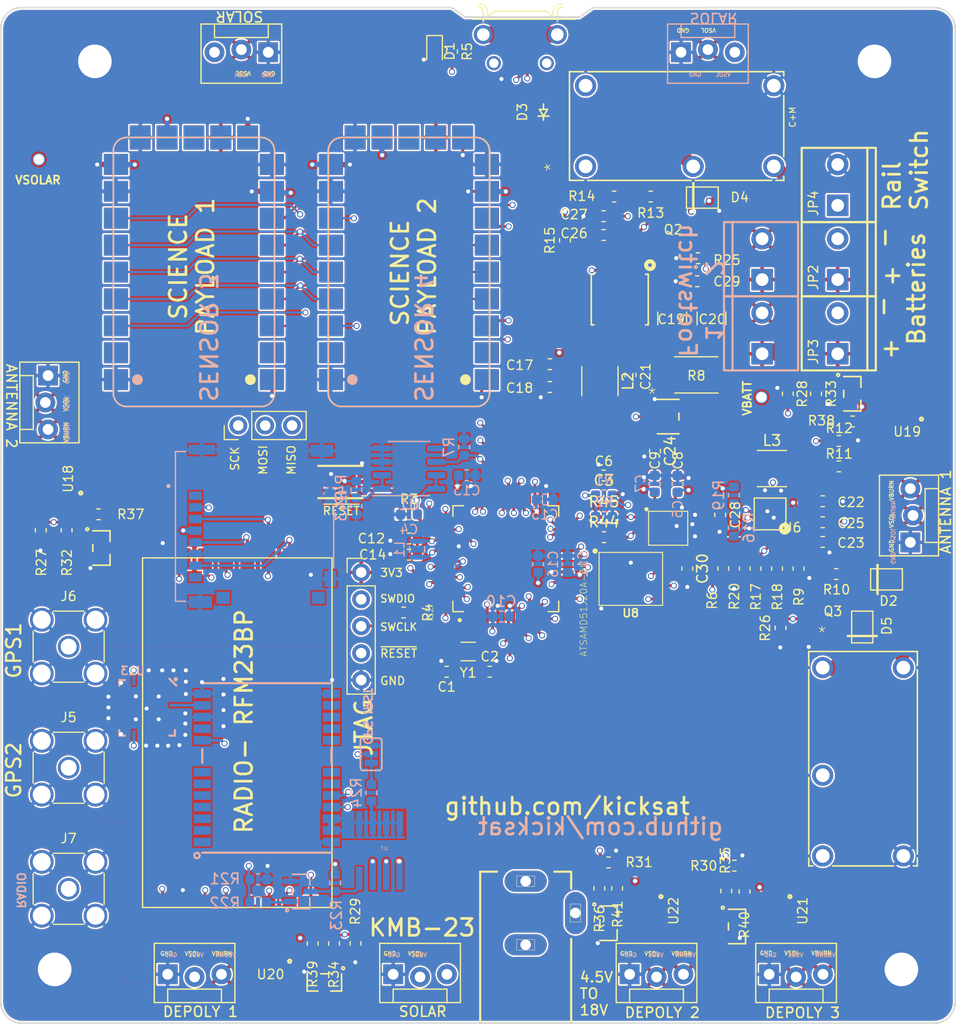
<source format=kicad_pcb>
(kicad_pcb (version 20171130) (host pcbnew "(5.1.0)-1")
  (layers (0 Top signal) (1 Route2 signal hide) (2 Route15 signal) (31 Bottom signal) (34 B.Paste user hide) (35 F.Paste user hide) (36 B.SilkS user hide) (37 F.SilkS user) (38 B.Mask user hide) (39 F.Mask user hide) (44 Edge.Cuts user))
  (net 0 "")
  (net 1 GND)
  (net 2 3.3V)
  (net 3 RF_NIRQ)
  (net 4 RF_SDN)
  (net 5 I_BATT)
  (net 6 ENAB_BURN4)
  (net 7 ENAB_BURN3)
  (net 8 ENAB_BURN2)
  (net 9 ENAB_BURN1)
  (net 10 ENAB_GPS)
  (net 11 SWCLK)
  (net 12 SWDIO)
  (net 13 ~RESET)
  (net 14 VSOLAR)
  (net 15 L1_PROG)
  (net 16 VBATT)
  (net 17 USB_D+)
  (net 18 USB_D-)
  (net 19 SPI_CS_RFM)
  (net 20 GPS_PWR_IN)
  (net 21 BURN_RELAY_B)
  (net 22 BURN_RELAY_A)
  (net 23 ENAB_BURN5)
  (net 24 "Net-(C8-Pad1)")
  (net 25 "Net-(U3-Pad13)")
  (net 26 "Net-(U3-Pad12)")
  (net 27 "Net-(U3-Pad11)")
  (net 28 "Net-(U3-Pad10)")
  (net 29 "Net-(U3-Pad9)")
  (net 30 "Net-(U1-Pad5)")
  (net 31 "Net-(R15-Pad1)")
  (net 32 "Net-(R13-Pad1)")
  (net 33 "Net-(R10-Pad1)")
  (net 34 /Power/VREG_IN)
  (net 35 "Net-(C22-Pad1)")
  (net 36 "Net-(C25-Pad1)")
  (net 37 "Net-(C26-Pad1)")
  (net 38 /Connectors/VBATT_IN)
  (net 39 "Net-(J1-PadDT)")
  (net 40 "Net-(J1-PadSW)")
  (net 41 "Net-(J1-Pad8)")
  (net 42 "Net-(J1-Pad1)")
  (net 43 "Net-(U14-Pad19)")
  (net 44 "Net-(U14-Pad16)")
  (net 45 "Net-(U14-Pad15)")
  (net 46 "Net-(U14-Pad14)")
  (net 47 "Net-(U14-Pad17)")
  (net 48 "Net-(U14-Pad18)")
  (net 49 "Net-(U14-Pad1)")
  (net 50 "Net-(U14-Pad3)")
  (net 51 "Net-(U14-Pad6)")
  (net 52 "Net-(U14-Pad5)")
  (net 53 "Net-(U14-Pad4)")
  (net 54 "Net-(U14-Pad2)")
  (net 55 "Net-(U14-Pad7)")
  (net 56 "Net-(U14-Pad9)")
  (net 57 "/RF and GPS/RF_IN")
  (net 58 "/Burn Wires/VBURN_A_IN")
  (net 59 "/Burn Wires/VBURN1")
  (net 60 "/Burn Wires/VBURN2")
  (net 61 "/Burn Wires/VBURN_B_IN")
  (net 62 "/Burn Wires/VBURN3")
  (net 63 "/Burn Wires/VBURN4")
  (net 64 "Net-(Q5-Pad1)")
  (net 65 "Net-(Q8-Pad1)")
  (net 66 "Net-(Q7-Pad1)")
  (net 67 "Net-(Q6-Pad1)")
  (net 68 "/Burn Wires/VBURN5")
  (net 69 "Net-(D4-PadA)")
  (net 70 /Avionics/XTAL1)
  (net 71 /Avionics/XTAL2)
  (net 72 DAC0)
  (net 73 "Net-(Q5-Pad3)")
  (net 74 "Net-(Q6-Pad3)")
  (net 75 "Net-(Q7-Pad3)")
  (net 76 "Net-(Q8-Pad3)")
  (net 77 /Avionics/BATTERY)
  (net 78 MISO)
  (net 79 SCK)
  (net 80 MOSI)
  (net 81 FLASH_CS)
  (net 82 FLASH_SCK)
  (net 83 FLASH_IO3)
  (net 84 FLASH_IO2)
  (net 85 FLASH_MISO)
  (net 86 FLASH_MOSI)
  (net 87 xSDCS)
  (net 88 "Net-(J5-Pad1)")
  (net 89 "Net-(J6-Pad1)")
  (net 90 "Net-(J7-Pad1)")
  (net 91 CS1)
  (net 92 DRDY1)
  (net 93 CS2)
  (net 94 DRDY2)
  (net 95 CS3)
  (net 96 DRDY3)
  (net 97 CS4)
  (net 98 DRDY4)
  (net 99 "Net-(C9-Pad1)")
  (net 100 "Net-(C12-Pad2)")
  (net 101 "Net-(C21-Pad1)")
  (net 102 "Net-(C27-Pad1)")
  (net 103 "Net-(D1-Pad1)")
  (net 104 "Net-(D3-Pad2)")
  (net 105 "Net-(D5-PadA)")
  (net 106 "Net-(J3-Pad4)")
  (net 107 "Net-(J4-Pad2)")
  (net 108 "Net-(JP5-Pad1)")
  (net 109 "Net-(JP7-Pad2)")
  (net 110 "Net-(JP7-Pad3)")
  (net 111 "Net-(JP8-Pad3)")
  (net 112 "Net-(JP9-Pad3)")
  (net 113 "Net-(JP10-Pad3)")
  (net 114 "Net-(L1-Pad2)")
  (net 115 "Net-(Q1-Pad1)")
  (net 116 "Net-(Q1-Pad3)")
  (net 117 "Net-(Q4-Pad1)")
  (net 118 "Net-(Q4-Pad3)")
  (net 119 "Net-(R5-Pad2)")
  (net 120 "Net-(R6-Pad2)")
  (net 121 "Net-(R11-Pad1)")
  (net 122 "Net-(R16-Pad1)")
  (net 123 "Net-(R16-Pad2)")
  (net 124 "Net-(R18-Pad1)")
  (net 125 "Net-(U2-Pad36)")
  (net 126 "Net-(U2-Pad28)")
  (net 127 "Net-(U2-Pad27)")
  (net 128 "Net-(U9-Pad17)")
  (net 129 "Net-(U9-Pad18)")
  (net 130 "Net-(U9-Pad19)")
  (net 131 "Net-(U9-Pad20)")
  (net 132 "Net-(U9-Pad21)")
  (net 133 "Net-(U9-Pad22)")
  (net 134 "Net-(U9-Pad23)")
  (net 135 "Net-(U9-Pad2)")
  (net 136 "Net-(U10-Pad17)")
  (net 137 "Net-(U10-Pad18)")
  (net 138 "Net-(U10-Pad19)")
  (net 139 "Net-(U10-Pad20)")
  (net 140 "Net-(U10-Pad21)")
  (net 141 "Net-(U10-Pad22)")
  (net 142 "Net-(U10-Pad23)")
  (net 143 "Net-(U10-Pad2)")
  (net 144 "Net-(U11-Pad17)")
  (net 145 "Net-(U11-Pad18)")
  (net 146 "Net-(U11-Pad19)")
  (net 147 "Net-(U11-Pad20)")
  (net 148 "Net-(U11-Pad21)")
  (net 149 "Net-(U11-Pad22)")
  (net 150 "Net-(U11-Pad23)")
  (net 151 "Net-(U11-Pad2)")
  (net 152 "Net-(U12-Pad17)")
  (net 153 "Net-(U12-Pad18)")
  (net 154 "Net-(U12-Pad19)")
  (net 155 "Net-(U12-Pad20)")
  (net 156 "Net-(U12-Pad21)")
  (net 157 "Net-(U12-Pad22)")
  (net 158 "Net-(U12-Pad23)")
  (net 159 "Net-(U12-Pad2)")
  (net 160 "Net-(U15-PadGPIO_1)")
  (net 161 "Net-(U15-PadGPIO_0)")
  (net 162 "Net-(C21-Pad2)")
  (net 163 "Net-(C23-Pad1)")
  (net 164 "Net-(C25-Pad2)")
  (net 165 "Net-(U8-Pad3)")
  (net 166 "Net-(U8-Pad7)")
  (net 167 "Net-(L3-Pad1)")
  (net 168 "Net-(R42-Pad2)")
  (net 169 WDT_WDI)
  (net 170 ~CHRG)
  (net 171 RF_IO2)
  (net 172 /Avionics/SDA)
  (net 173 /Avionics/SCL)
  (net 174 RX)
  (net 175 TX)
  (module ATSAMD51J20A-AU:QFP50P1200X1200X120-64N (layer Top) (at 146.05 104.521 90)
    (fp_text reference U2 (at -5.14025 -7.17854 90) (layer F.SilkS) (effects (font (size 0.64198 0.64198) (thickness 0.05))))
    (fp_text value ATSAMD51J20A-AU (at -4.7226 7.35076 90) (layer F.SilkS) (effects (font (size 0.640624 0.640624) (thickness 0.05))))
    (pad 64 smd rect (at -3.75 -5.67 270) (size 0.28 1.47) (layers Top F.Paste F.Mask) (net 174 RX))
    (pad 63 smd rect (at -3.25 -5.67 270) (size 0.28 1.47) (layers Top F.Paste F.Mask) (net 175 TX))
    (pad 62 smd rect (at -2.75 -5.67 270) (size 0.28 1.47) (layers Top F.Paste F.Mask) (net 4 RF_SDN))
    (pad 61 smd rect (at -2.25 -5.67 270) (size 0.28 1.47) (layers Top F.Paste F.Mask) (net 3 RF_NIRQ))
    (pad 60 smd rect (at -1.75 -5.67 270) (size 0.28 1.47) (layers Top F.Paste F.Mask) (net 9 ENAB_BURN1))
    (pad 59 smd rect (at -1.25 -5.67 270) (size 0.28 1.47) (layers Top F.Paste F.Mask) (net 19 SPI_CS_RFM))
    (pad 58 smd rect (at -0.75 -5.67 270) (size 0.28 1.47) (layers Top F.Paste F.Mask) (net 12 SWDIO))
    (pad 57 smd rect (at -0.25 -5.67 270) (size 0.28 1.47) (layers Top F.Paste F.Mask) (net 11 SWCLK))
    (pad 56 smd rect (at 0.25 -5.67 270) (size 0.28 1.47) (layers Top F.Paste F.Mask) (net 2 3.3V))
    (pad 55 smd rect (at 0.75 -5.67 270) (size 0.28 1.47) (layers Top F.Paste F.Mask) (net 114 "Net-(L1-Pad2)"))
    (pad 54 smd rect (at 1.25 -5.67 270) (size 0.28 1.47) (layers Top F.Paste F.Mask) (net 1 GND))
    (pad 53 smd rect (at 1.75 -5.67 270) (size 0.28 1.47) (layers Top F.Paste F.Mask) (net 100 "Net-(C12-Pad2)"))
    (pad 52 smd rect (at 2.25 -5.67 270) (size 0.28 1.47) (layers Top F.Paste F.Mask) (net 13 ~RESET))
    (pad 51 smd rect (at 2.75 -5.67 270) (size 0.28 1.47) (layers Top F.Paste F.Mask) (net 87 xSDCS))
    (pad 50 smd rect (at 3.25 -5.67 270) (size 0.28 1.47) (layers Top F.Paste F.Mask) (net 95 CS3))
    (pad 49 smd rect (at 3.75 -5.67 270) (size 0.28 1.47) (layers Top F.Paste F.Mask) (net 97 CS4))
    (pad 48 smd rect (at 5.67 -3.75 180) (size 0.28 1.47) (layers Top F.Paste F.Mask) (net 2 3.3V))
    (pad 47 smd rect (at 5.67 -3.25 180) (size 0.28 1.47) (layers Top F.Paste F.Mask) (net 1 GND))
    (pad 46 smd rect (at 5.67 -2.75 180) (size 0.28 1.47) (layers Top F.Paste F.Mask) (net 17 USB_D+))
    (pad 45 smd rect (at 5.67 -2.25 180) (size 0.28 1.47) (layers Top F.Paste F.Mask) (net 18 USB_D-))
    (pad 44 smd rect (at 5.67 -1.75 180) (size 0.28 1.47) (layers Top F.Paste F.Mask) (net 169 WDT_WDI))
    (pad 43 smd rect (at 5.67 -1.25 180) (size 0.28 1.47) (layers Top F.Paste F.Mask) (net 98 DRDY4))
    (pad 42 smd rect (at 5.67 -0.75 180) (size 0.28 1.47) (layers Top F.Paste F.Mask) (net 119 "Net-(R5-Pad2)"))
    (pad 41 smd rect (at 5.67 -0.25 180) (size 0.28 1.47) (layers Top F.Paste F.Mask) (net 96 DRDY3))
    (pad 40 smd rect (at 5.67 0.25 180) (size 0.28 1.47) (layers Top F.Paste F.Mask) (net 91 CS1))
    (pad 39 smd rect (at 5.67 0.75 180) (size 0.28 1.47) (layers Top F.Paste F.Mask) (net 93 CS2))
    (pad 38 smd rect (at 5.67 1.25 180) (size 0.28 1.47) (layers Top F.Paste F.Mask) (net 94 DRDY2))
    (pad 37 smd rect (at 5.67 1.75 180) (size 0.28 1.47) (layers Top F.Paste F.Mask) (net 92 DRDY1))
    (pad 36 smd rect (at 5.67 2.25 180) (size 0.28 1.47) (layers Top F.Paste F.Mask) (net 125 "Net-(U2-Pad36)"))
    (pad 35 smd rect (at 5.67 2.75 180) (size 0.28 1.47) (layers Top F.Paste F.Mask) (net 22 BURN_RELAY_A))
    (pad 34 smd rect (at 5.67 3.25 180) (size 0.28 1.47) (layers Top F.Paste F.Mask) (net 2 3.3V))
    (pad 33 smd rect (at 5.67 3.75 180) (size 0.28 1.47) (layers Top F.Paste F.Mask) (net 1 GND))
    (pad 32 smd rect (at 3.75 5.67 270) (size 0.28 1.47) (layers Top F.Paste F.Mask) (net 8 ENAB_BURN2))
    (pad 31 smd rect (at 3.25 5.67 270) (size 0.28 1.47) (layers Top F.Paste F.Mask) (net 78 MISO))
    (pad 30 smd rect (at 2.75 5.67 270) (size 0.28 1.47) (layers Top F.Paste F.Mask) (net 79 SCK))
    (pad 29 smd rect (at 2.25 5.67 270) (size 0.28 1.47) (layers Top F.Paste F.Mask) (net 80 MOSI))
    (pad 28 smd rect (at 1.75 5.67 270) (size 0.28 1.47) (layers Top F.Paste F.Mask) (net 126 "Net-(U2-Pad28)"))
    (pad 27 smd rect (at 1.25 5.67 270) (size 0.28 1.47) (layers Top F.Paste F.Mask) (net 127 "Net-(U2-Pad27)"))
    (pad 26 smd rect (at 0.75 5.67 270) (size 0.28 1.47) (layers Top F.Paste F.Mask) (net 173 /Avionics/SCL))
    (pad 25 smd rect (at 0.25 5.67 270) (size 0.28 1.47) (layers Top F.Paste F.Mask) (net 172 /Avionics/SDA))
    (pad 24 smd rect (at -0.25 5.67 270) (size 0.28 1.47) (layers Top F.Paste F.Mask) (net 81 FLASH_CS))
    (pad 23 smd rect (at -0.75 5.67 270) (size 0.28 1.47) (layers Top F.Paste F.Mask) (net 82 FLASH_SCK))
    (pad 22 smd rect (at -1.25 5.67 270) (size 0.28 1.47) (layers Top F.Paste F.Mask) (net 1 GND))
    (pad 21 smd rect (at -1.75 5.67 270) (size 0.28 1.47) (layers Top F.Paste F.Mask) (net 2 3.3V))
    (pad 20 smd rect (at -2.25 5.67 270) (size 0.28 1.47) (layers Top F.Paste F.Mask) (net 83 FLASH_IO3))
    (pad 19 smd rect (at -2.75 5.67 270) (size 0.28 1.47) (layers Top F.Paste F.Mask) (net 84 FLASH_IO2))
    (pad 18 smd rect (at -3.25 5.67 270) (size 0.28 1.47) (layers Top F.Paste F.Mask) (net 85 FLASH_MISO))
    (pad 17 smd rect (at -3.75 5.67 270) (size 0.28 1.47) (layers Top F.Paste F.Mask) (net 86 FLASH_MOSI))
    (pad 16 smd rect (at -5.67 3.75 180) (size 0.28 1.47) (layers Top F.Paste F.Mask) (net 120 "Net-(R6-Pad2)"))
    (pad 15 smd rect (at -5.67 3.25 180) (size 0.28 1.47) (layers Top F.Paste F.Mask) (net 77 /Avionics/BATTERY))
    (pad 14 smd rect (at -5.67 2.75 180) (size 0.28 1.47) (layers Top F.Paste F.Mask) (net 21 BURN_RELAY_B))
    (pad 13 smd rect (at -5.67 2.25 180) (size 0.28 1.47) (layers Top F.Paste F.Mask) (net 5 I_BATT))
    (pad 12 smd rect (at -5.67 1.75 180) (size 0.28 1.47) (layers Top F.Paste F.Mask) (net 6 ENAB_BURN4))
    (pad 11 smd rect (at -5.67 1.25 180) (size 0.28 1.47) (layers Top F.Paste F.Mask) (net 170 ~CHRG))
    (pad 10 smd rect (at -5.67 0.75 180) (size 0.28 1.47) (layers Top F.Paste F.Mask) (net 7 ENAB_BURN3))
    (pad 9 smd rect (at -5.67 0.25 180) (size 0.28 1.47) (layers Top F.Paste F.Mask) (net 171 RF_IO2))
    (pad 8 smd rect (at -5.67 -0.25 180) (size 0.28 1.47) (layers Top F.Paste F.Mask) (net 2 3.3V))
    (pad 7 smd rect (at -5.67 -0.75 180) (size 0.28 1.47) (layers Top F.Paste F.Mask) (net 1 GND))
    (pad 6 smd rect (at -5.67 -1.25 180) (size 0.28 1.47) (layers Top F.Paste F.Mask) (net 10 ENAB_GPS))
    (pad 5 smd rect (at -5.67 -1.75 180) (size 0.28 1.47) (layers Top F.Paste F.Mask) (net 23 ENAB_BURN5))
    (pad 4 smd rect (at -5.67 -2.25 180) (size 0.28 1.47) (layers Top F.Paste F.Mask) (net 2 3.3V))
    (pad 3 smd rect (at -5.67 -2.75 180) (size 0.28 1.47) (layers Top F.Paste F.Mask) (net 72 DAC0))
    (pad 2 smd rect (at -5.67 -3.25 180) (size 0.28 1.47) (layers Top F.Paste F.Mask) (net 71 /Avionics/XTAL2))
    (pad 1 smd rect (at -5.67 -3.75 180) (size 0.28 1.47) (layers Top F.Paste F.Mask) (net 70 /Avionics/XTAL1))
  )
  (module Package_SO:SO-8_3.9x4.9mm_P1.27mm (layer Bottom) (at 136.906 96.012)
    (fp_text reference U1 (at 0 3.4) (layer B.SilkS) (effects (justify mirror)))
    (fp_text value MAX708RESA-T)
    (pad 8 smd roundrect (at 2.575 1.905) (size 1.75 0.6) (layers Bottom B.Paste B.Mask) (net 13 ~RESET))
    (pad 7 smd roundrect (at 2.575 0.635) (size 1.75 0.6) (layers Bottom B.Paste B.Mask) (net 13 ~RESET))
    (pad 6 smd roundrect (at 2.575 -0.635) (size 1.75 0.6) (layers Bottom B.Paste B.Mask) (net 169 WDT_WDI))
    (pad 5 smd roundrect (at 2.575 -1.905) (size 1.75 0.6) (layers Bottom B.Paste B.Mask) (net 30 "Net-(U1-Pad5)"))
    (pad 4 smd roundrect (at -2.575 -1.905) (size 1.75 0.6) (layers Bottom B.Paste B.Mask) (net 1 GND))
    (pad 3 smd roundrect (at -2.575 -0.635) (size 1.75 0.6) (layers Bottom B.Paste B.Mask) (net 1 GND))
    (pad 2 smd roundrect (at -2.575 0.635) (size 1.75 0.6) (layers Bottom B.Paste B.Mask) (net 168 "Net-(R42-Pad2)"))
    (pad 1 smd roundrect (at -2.575 1.905) (size 1.75 0.6) (layers Bottom B.Paste B.Mask) (net 168 "Net-(R42-Pad2)"))
  )
  (module custom-footprints:QFN-16-PAD (layer Top) (at 171.0161 100.296496 180)
    (fp_text reference U6 (at -1.1062 -1.8016) (layer F.SilkS) (effects (font (size 0.889 0.889) (thickness 0.127)) (justify left bottom)))
    (fp_text value LTC4121 hide)
    (pad P$16 smd rect (at -0.75 -1.3) (size 0.25 0.7) (layers Top F.Paste F.Mask) (net 33 "Net-(R10-Pad1)"))
    (pad P$15 smd rect (at -0.25 -1.3) (size 0.25 0.7) (layers Top F.Paste F.Mask) (net 124 "Net-(R18-Pad1)"))
    (pad P$14 smd rect (at 0.25 -1.3) (size 0.25 0.7) (layers Top F.Paste F.Mask) (net 170 ~CHRG))
    (pad P$13 smd rect (at 0.75 -1.3) (size 0.25 0.7) (layers Top F.Paste F.Mask) (net 15 L1_PROG))
    (pad P$12 smd rect (at 1.3 -0.75 90) (size 0.25 0.7) (layers Top F.Paste F.Mask) (net 1 GND))
    (pad P$11 smd rect (at 1.3 -0.25 90) (size 0.25 0.7) (layers Top F.Paste F.Mask) (net 122 "Net-(R16-Pad1)"))
    (pad P$9 smd rect (at 1.3 0.75 90) (size 0.25 0.7) (layers Top F.Paste F.Mask) (net 16 VBATT))
    (pad P$10 smd rect (at 1.3 0.25 90) (size 0.25 0.7) (layers Top F.Paste F.Mask) (net 123 "Net-(R16-Pad2)"))
    (pad P$8 smd rect (at 0.75 1.3 180) (size 0.25 0.7) (layers Top F.Paste F.Mask) (net 167 "Net-(L3-Pad1)"))
    (pad P$7 smd rect (at 0.25 1.3 180) (size 0.25 0.7) (layers Top F.Paste F.Mask) (net 1 GND))
    (pad P$6 smd rect (at -0.25 1.3 180) (size 0.25 0.7) (layers Top F.Paste F.Mask) (net 121 "Net-(R11-Pad1)"))
    (pad P$5 smd rect (at -0.75 1.3 180) (size 0.25 0.7) (layers Top F.Paste F.Mask) (net 1 GND))
    (pad P$4 smd rect (at -1.3 0.75 270) (size 0.25 0.7) (layers Top F.Paste F.Mask) (net 164 "Net-(C25-Pad2)"))
    (pad P$3 smd rect (at -1.3 0.25 270) (size 0.25 0.7) (layers Top F.Paste F.Mask) (net 35 "Net-(C22-Pad1)"))
    (pad P$1 smd rect (at -1.3 -0.75 270) (size 0.25 0.7) (layers Top F.Paste F.Mask) (net 163 "Net-(C23-Pad1)"))
    (pad P$2 smd rect (at -1.3 -0.25 270) (size 0.25 0.7) (layers Top F.Paste F.Mask) (net 36 "Net-(C25-Pad1)"))
    (pad P$17 smd rect (at 0 0 90) (size 1.45 1.45) (layers Top F.Paste F.Mask) (net 1 GND))
  )
  (module Resistor_SMD:R_0603_1608Metric (layer Top) (at 155.321 100.584)
    (fp_text reference R45 (at 0 -1.43) (layer F.SilkS))
    (fp_text value 10K)
    (pad 2 smd roundrect (at 0.7875 0) (size 0.875 0.95) (layers Top F.Paste F.Mask) (net 173 /Avionics/SCL))
    (pad 1 smd roundrect (at -0.7875 0) (size 0.875 0.95) (layers Top F.Paste F.Mask) (net 2 3.3V))
  )
  (module Resistor_SMD:R_0603_1608Metric (layer Top) (at 155.321 102.489)
    (fp_text reference R44 (at 0 -1.43) (layer F.SilkS))
    (fp_text value 10K)
    (pad 2 smd roundrect (at 0.7875 0) (size 0.875 0.95) (layers Top F.Paste F.Mask) (net 172 /Avionics/SDA))
    (pad 1 smd roundrect (at -0.7875 0) (size 0.875 0.95) (layers Top F.Paste F.Mask) (net 2 3.3V))
  )
  (module Connector_PinHeader_2.54mm:PinHeader_1x03_P2.54mm_Vertical (layer Top) (at 120.777 91.948 90)
    (fp_text reference J8 hide)
    (fp_text value Conn_01x03)
    (pad 3 thru_hole oval (at 0 5.08 90) (size 1.7 1.7) (drill 1) (layers *.Cu *.Mask) (net 78 MISO))
    (pad 2 thru_hole oval (at 0 2.54 90) (size 1.7 1.7) (drill 1) (layers *.Cu *.Mask) (net 80 MOSI))
    (pad 1 thru_hole oval (at 0 0 90) (size 1.7 1.7) (drill 1) (layers *.Cu *.Mask) (net 79 SCK))
  )
  (module Resistor_SMD:R_0603_1608Metric (layer Bottom) (at 131.9276 99.568 270)
    (fp_text reference R43 (at 0 1.43 270) (layer B.SilkS) (effects (justify mirror)))
    (fp_text value 0)
    (pad 2 smd roundrect (at 0.7875 0 270) (size 0.875 0.95) (layers Bottom B.Paste B.Mask) (net 1 GND))
    (pad 1 smd roundrect (at -0.7875 0 270) (size 0.875 0.95) (layers Bottom B.Paste B.Mask) (net 168 "Net-(R42-Pad2)"))
  )
  (module Resistor_SMD:R_0603_1608Metric (layer Bottom) (at 131.9276 97.9932 270)
    (fp_text reference R42 (at 0 1.43 270) (layer B.SilkS) (effects (justify mirror)))
    (fp_text value 0)
    (pad 2 smd roundrect (at 0.7875 0 270) (size 0.875 0.95) (layers Bottom B.Paste B.Mask) (net 168 "Net-(R42-Pad2)"))
    (pad 1 smd roundrect (at -0.7875 0 270) (size 0.875 0.95) (layers Bottom B.Paste B.Mask) (net 2 3.3V))
  )
  (module Resistor_SMD:R_0603_1608Metric (layer Bottom) (at 133.35 126.619 270)
    (fp_text reference R24 (at 0 1.43 270) (layer B.SilkS) (effects (justify mirror)))
    (fp_text value 10K)
    (pad 1 smd roundrect (at -0.7875 0 270) (size 0.875 0.95) (layers Bottom B.Paste B.Mask) (net 110 "Net-(JP7-Pad3)"))
    (pad 2 smd roundrect (at 0.7875 0 270) (size 0.875 0.95) (layers Bottom B.Paste B.Mask) (net 20 GPS_PWR_IN))
  )
  (module Inductor_SMD:L_1812_4532Metric (layer Top) (at 154.94 87.757 270)
    (fp_text reference L2 (at 0 -2.65 270) (layer F.SilkS))
    (fp_text value 3.3uH)
    (pad 2 smd roundrect (at 2.1375 0 270) (size 1.125 3.4) (layers Top F.Paste F.Mask) (roundrect_rratio 0.222222) (net 2 3.3V))
    (pad 1 smd roundrect (at -2.1375 0 270) (size 1.125 3.4) (layers Top F.Paste F.Mask) (roundrect_rratio 0.222222) (net 101 "Net-(C21-Pad1)"))
  )
  (module Inductor_SMD:L_1812_4532Metric (layer Top) (at 171.196 96.012)
    (fp_text reference L3 (at 0 -2.65) (layer F.SilkS))
    (fp_text value 56uH)
    (pad 2 smd roundrect (at 2.1375 0) (size 1.125 3.4) (layers Top F.Paste F.Mask) (roundrect_rratio 0.222222) (net 164 "Net-(C25-Pad2)"))
    (pad 1 smd roundrect (at -2.1375 0) (size 1.125 3.4) (layers Top F.Paste F.Mask) (roundrect_rratio 0.222222) (net 167 "Net-(L3-Pad1)"))
  )
  (module Capacitor_SMD:C_0603_1608Metric (layer Top) (at 163.195 105.458096 270)
    (fp_text reference C30 (at 0 -1.43 270) (layer F.SilkS))
    (fp_text value 0.1uF)
    (pad 2 smd roundrect (at 0.7875 0 270) (size 0.875 0.95) (layers Top F.Paste F.Mask) (net 1 GND))
    (pad 1 smd roundrect (at -0.7875 0 270) (size 0.875 0.95) (layers Top F.Paste F.Mask) (net 2 3.3V))
  )
  (module Resistor_SMD:R_0603_1608Metric (layer Top) (at 154.8892 135.636 90)
    (fp_text reference R36 (at -2.8921 0.015404 90) (layer F.SilkS) (effects (font (size 0.889 0.889) (thickness 0.127))))
    (fp_text value 4.7k)
    (pad 1 smd roundrect (at -0.7875 0 90) (size 0.875 0.95) (layers Top F.Paste F.Mask) (net 65 "Net-(Q8-Pad1)"))
    (pad 2 smd roundrect (at 0.7875 0 90) (size 0.875 0.95) (layers Top F.Paste F.Mask) (net 23 ENAB_BURN5))
  )
  (module mainboard:MOLEX-1X3_LOCK (layer Top) (at 170.9341 143.884096)
    (fp_text reference JP14 hide)
    (fp_text value M03POLAR_LOCK hide)
    (pad 1 thru_hole rect (at 0 -0.127) (size 1.8796 1.8796) (drill 1.016) (layers *.Cu *.Mask) (net 1 GND))
    (pad 2 thru_hole circle (at 2.54 0.127) (size 1.8796 1.8796) (drill 1.016) (layers *.Cu *.Mask) (net 14 VSOLAR))
    (pad 3 thru_hole circle (at 5.08 -0.127) (size 1.8796 1.8796) (drill 1.016) (layers *.Cu *.Mask) (net 63 "/Burn Wires/VBURN4"))
  )
  (module mainboard:PWP14_2P31X2P46-L (layer Top) (at 156.8161 80.058096 270)
    (fp_text reference U5 hide)
    (fp_text value TPS54226PWPRPWP14_2P31X2P46-L hide)
    (pad 1 smd rect (at -2.7686 -1.950034 270) (size 1.6002 0.3048) (layers Top F.Paste F.Mask) (net 2 3.3V))
    (pad 2 smd rect (at -2.7686 -1.300021 270) (size 1.6002 0.3048) (layers Top F.Paste F.Mask) (net 32 "Net-(R13-Pad1)"))
    (pad 3 smd rect (at -2.7686 -0.650012 270) (size 1.6002 0.3048) (layers Top F.Paste F.Mask) (net 102 "Net-(C27-Pad1)"))
    (pad 4 smd rect (at -2.7686 0 270) (size 1.6002 0.3048) (layers Top F.Paste F.Mask) (net 37 "Net-(C26-Pad1)"))
    (pad 5 smd rect (at -2.7686 0.650012 270) (size 1.6002 0.3048) (layers Top F.Paste F.Mask) (net 1 GND))
    (pad 6 smd rect (at -2.7686 1.300021 270) (size 1.6002 0.3048) (layers Top F.Paste F.Mask) (net 31 "Net-(R15-Pad1)"))
    (pad 7 smd rect (at -2.7686 1.950034 270) (size 1.6002 0.3048) (layers Top F.Paste F.Mask) (net 16 VBATT))
    (pad 8 smd rect (at 2.7686 1.950034 270) (size 1.6002 0.3048) (layers Top F.Paste F.Mask) (net 1 GND))
    (pad 9 smd rect (at 2.7686 1.300021 270) (size 1.6002 0.3048) (layers Top F.Paste F.Mask) (net 1 GND))
    (pad 10 smd rect (at 2.7686 0.650012 270) (size 1.6002 0.3048) (layers Top F.Paste F.Mask) (net 101 "Net-(C21-Pad1)"))
    (pad 11 smd rect (at 2.7686 0 270) (size 1.6002 0.3048) (layers Top F.Paste F.Mask) (net 101 "Net-(C21-Pad1)"))
    (pad 12 smd rect (at 2.7686 -0.650012 270) (size 1.6002 0.3048) (layers Top F.Paste F.Mask) (net 162 "Net-(C21-Pad2)"))
    (pad 13 smd rect (at 2.7686 -1.300021 270) (size 1.6002 0.3048) (layers Top F.Paste F.Mask) (net 34 /Power/VREG_IN))
    (pad 14 smd rect (at 2.7686 -1.950034 270) (size 1.6002 0.3048) (layers Top F.Paste F.Mask) (net 34 /Power/VREG_IN))
    (pad 15 smd rect (at 0 0 270) (size 2.31 2.46) (layers Top F.Paste F.Mask) (net 1 GND))
  )
  (module Capacitor_SMD:C_0603_1608Metric (layer Bottom) (at 145.6055 109.982 180)
    (fp_text reference C10 (at 0 1.43 180) (layer B.SilkS) (effects (justify mirror)))
    (fp_text value 0.1uF)
    (pad 2 smd roundrect (at 0.7875 0 180) (size 0.875 0.95) (layers Bottom B.Paste B.Mask) (net 1 GND))
    (pad 1 smd roundrect (at -0.7875 0 180) (size 0.875 0.95) (layers Bottom B.Paste B.Mask) (net 2 3.3V))
  )
  (module custom-footprints:XTB28_MEZ (layer Bottom) (at 129.25946 64.7573)
    (fp_text reference U11 hide)
    (fp_text value XTB-40 hide)
    (pad 10 smd rect (at 2.54 0 90) (size 2.286 1.9812) (layers Bottom B.Paste B.Mask) (net 1 GND))
    (pad 11 smd rect (at 5.08 0 90) (size 2.286 1.9812) (layers Bottom B.Paste B.Mask) (net 2 3.3V))
    (pad 12 smd rect (at 7.62 0 90) (size 2.286 1.9812) (layers Bottom B.Paste B.Mask))
    (pad 13 smd rect (at 10.16 0 90) (size 2.286 1.9812) (layers Bottom B.Paste B.Mask))
    (pad 14 smd rect (at 12.7 0 90) (size 2.286 1.9812) (layers Bottom B.Paste B.Mask))
    (pad 15 smd rect (at 14.986 2.54 180) (size 2.286 1.9812) (layers Bottom B.Paste B.Mask) (net 1 GND))
    (pad 16 smd rect (at 14.986 5.08 180) (size 2.286 1.9812) (layers Bottom B.Paste B.Mask) (net 2 3.3V))
    (pad 17 smd rect (at 14.986 7.62 180) (size 2.286 1.9812) (layers Bottom B.Paste B.Mask) (net 144 "Net-(U11-Pad17)"))
    (pad 18 smd rect (at 14.986 10.16 180) (size 2.286 1.9812) (layers Bottom B.Paste B.Mask) (net 145 "Net-(U11-Pad18)"))
    (pad 19 smd rect (at 14.986 12.7 180) (size 2.286 1.9812) (layers Bottom B.Paste B.Mask) (net 146 "Net-(U11-Pad19)"))
    (pad 20 smd rect (at 14.986 15.24 180) (size 2.286 1.9812) (layers Bottom B.Paste B.Mask) (net 147 "Net-(U11-Pad20)"))
    (pad 21 smd rect (at 14.986 17.78 180) (size 2.286 1.9812) (layers Bottom B.Paste B.Mask) (net 148 "Net-(U11-Pad21)"))
    (pad 22 smd rect (at 14.986 20.32 180) (size 2.286 1.9812) (layers Bottom B.Paste B.Mask) (net 149 "Net-(U11-Pad22)"))
    (pad 23 smd rect (at 14.986 22.86 180) (size 2.286 1.9812) (layers Bottom B.Paste B.Mask) (net 150 "Net-(U11-Pad23)"))
    (pad 1 smd rect (at 0.254 22.86) (size 2.286 1.9812) (layers Bottom B.Paste B.Mask) (net 1 GND))
    (pad 2 smd rect (at 0.254 20.32) (size 2.286 1.9812) (layers Bottom B.Paste B.Mask) (net 151 "Net-(U11-Pad2)"))
    (pad 3 smd rect (at 0.254 17.78) (size 2.286 1.9812) (layers Bottom B.Paste B.Mask) (net 97 CS4))
    (pad 4 smd rect (at 0.254 15.24) (size 2.286 1.9812) (layers Bottom B.Paste B.Mask) (net 80 MOSI))
    (pad 5 smd rect (at 0.254 12.7) (size 2.286 1.9812) (layers Bottom B.Paste B.Mask) (net 79 SCK))
    (pad 6 smd rect (at 0.254 10.16) (size 2.286 1.9812) (layers Bottom B.Paste B.Mask) (net 78 MISO))
    (pad 7 smd rect (at 0.254 7.62) (size 2.286 1.9812) (layers Bottom B.Paste B.Mask) (net 98 DRDY4))
    (pad 8 smd rect (at 0.254 5.08) (size 2.286 1.9812) (layers Bottom B.Paste B.Mask) (net 1 GND))
    (pad 9 smd rect (at 0.254 2.54) (size 2.286 1.9812) (layers Bottom B.Paste B.Mask) (net 2 3.3V))
  )
  (module custom-footprints:XTB28_MEZ (layer Bottom) (at 108.96346 64.7573)
    (fp_text reference U9 hide)
    (fp_text value XTB-40 hide)
    (pad 10 smd rect (at 2.54 0 90) (size 2.286 1.9812) (layers Bottom B.Paste B.Mask) (net 1 GND))
    (pad 11 smd rect (at 5.08 0 90) (size 2.286 1.9812) (layers Bottom B.Paste B.Mask) (net 2 3.3V))
    (pad 12 smd rect (at 7.62 0 90) (size 2.286 1.9812) (layers Bottom B.Paste B.Mask))
    (pad 13 smd rect (at 10.16 0 90) (size 2.286 1.9812) (layers Bottom B.Paste B.Mask))
    (pad 14 smd rect (at 12.7 0 90) (size 2.286 1.9812) (layers Bottom B.Paste B.Mask))
    (pad 15 smd rect (at 14.986 2.54 180) (size 2.286 1.9812) (layers Bottom B.Paste B.Mask) (net 1 GND))
    (pad 16 smd rect (at 14.986 5.08 180) (size 2.286 1.9812) (layers Bottom B.Paste B.Mask) (net 2 3.3V))
    (pad 17 smd rect (at 14.986 7.62 180) (size 2.286 1.9812) (layers Bottom B.Paste B.Mask) (net 128 "Net-(U9-Pad17)"))
    (pad 18 smd rect (at 14.986 10.16 180) (size 2.286 1.9812) (layers Bottom B.Paste B.Mask) (net 129 "Net-(U9-Pad18)"))
    (pad 19 smd rect (at 14.986 12.7 180) (size 2.286 1.9812) (layers Bottom B.Paste B.Mask) (net 130 "Net-(U9-Pad19)"))
    (pad 20 smd rect (at 14.986 15.24 180) (size 2.286 1.9812) (layers Bottom B.Paste B.Mask) (net 131 "Net-(U9-Pad20)"))
    (pad 21 smd rect (at 14.986 17.78 180) (size 2.286 1.9812) (layers Bottom B.Paste B.Mask) (net 132 "Net-(U9-Pad21)"))
    (pad 22 smd rect (at 14.986 20.32 180) (size 2.286 1.9812) (layers Bottom B.Paste B.Mask) (net 133 "Net-(U9-Pad22)"))
    (pad 23 smd rect (at 14.986 22.86 180) (size 2.286 1.9812) (layers Bottom B.Paste B.Mask) (net 134 "Net-(U9-Pad23)"))
    (pad 1 smd rect (at 0.254 22.86) (size 2.286 1.9812) (layers Bottom B.Paste B.Mask) (net 1 GND))
    (pad 2 smd rect (at 0.254 20.32) (size 2.286 1.9812) (layers Bottom B.Paste B.Mask) (net 135 "Net-(U9-Pad2)"))
    (pad 3 smd rect (at 0.254 17.78) (size 2.286 1.9812) (layers Bottom B.Paste B.Mask) (net 95 CS3))
    (pad 4 smd rect (at 0.254 15.24) (size 2.286 1.9812) (layers Bottom B.Paste B.Mask) (net 80 MOSI))
    (pad 5 smd rect (at 0.254 12.7) (size 2.286 1.9812) (layers Bottom B.Paste B.Mask) (net 79 SCK))
    (pad 6 smd rect (at 0.254 10.16) (size 2.286 1.9812) (layers Bottom B.Paste B.Mask) (net 78 MISO))
    (pad 7 smd rect (at 0.254 7.62) (size 2.286 1.9812) (layers Bottom B.Paste B.Mask) (net 96 DRDY3))
    (pad 8 smd rect (at 0.254 5.08) (size 2.286 1.9812) (layers Bottom B.Paste B.Mask) (net 1 GND))
    (pad 9 smd rect (at 0.254 2.54) (size 2.286 1.9812) (layers Bottom B.Paste B.Mask) (net 2 3.3V))
  )
  (module custom-footprints:XTB28_MEZ (layer Top) (at 144.52346 64.7573 180)
    (fp_text reference U12 hide)
    (fp_text value XTB-40 hide)
    (pad 10 smd rect (at 2.54 0 90) (size 2.286 1.9812) (layers Top F.Paste F.Mask) (net 1 GND))
    (pad 11 smd rect (at 5.08 0 90) (size 2.286 1.9812) (layers Top F.Paste F.Mask) (net 2 3.3V))
    (pad 12 smd rect (at 7.62 0 90) (size 2.286 1.9812) (layers Top F.Paste F.Mask))
    (pad 13 smd rect (at 10.16 0 90) (size 2.286 1.9812) (layers Top F.Paste F.Mask))
    (pad 14 smd rect (at 12.7 0 90) (size 2.286 1.9812) (layers Top F.Paste F.Mask))
    (pad 15 smd rect (at 14.986 -2.54) (size 2.286 1.9812) (layers Top F.Paste F.Mask) (net 1 GND))
    (pad 16 smd rect (at 14.986 -5.08) (size 2.286 1.9812) (layers Top F.Paste F.Mask) (net 2 3.3V))
    (pad 17 smd rect (at 14.986 -7.62) (size 2.286 1.9812) (layers Top F.Paste F.Mask) (net 152 "Net-(U12-Pad17)"))
    (pad 18 smd rect (at 14.986 -10.16) (size 2.286 1.9812) (layers Top F.Paste F.Mask) (net 153 "Net-(U12-Pad18)"))
    (pad 19 smd rect (at 14.986 -12.7) (size 2.286 1.9812) (layers Top F.Paste F.Mask) (net 154 "Net-(U12-Pad19)"))
    (pad 20 smd rect (at 14.986 -15.24) (size 2.286 1.9812) (layers Top F.Paste F.Mask) (net 155 "Net-(U12-Pad20)"))
    (pad 21 smd rect (at 14.986 -17.78) (size 2.286 1.9812) (layers Top F.Paste F.Mask) (net 156 "Net-(U12-Pad21)"))
    (pad 22 smd rect (at 14.986 -20.32) (size 2.286 1.9812) (layers Top F.Paste F.Mask) (net 157 "Net-(U12-Pad22)"))
    (pad 23 smd rect (at 14.986 -22.86) (size 2.286 1.9812) (layers Top F.Paste F.Mask) (net 158 "Net-(U12-Pad23)"))
    (pad 1 smd rect (at 0.254 -22.86 180) (size 2.286 1.9812) (layers Top F.Paste F.Mask) (net 1 GND))
    (pad 2 smd rect (at 0.254 -20.32 180) (size 2.286 1.9812) (layers Top F.Paste F.Mask) (net 159 "Net-(U12-Pad2)"))
    (pad 3 smd rect (at 0.254 -17.78 180) (size 2.286 1.9812) (layers Top F.Paste F.Mask) (net 93 CS2))
    (pad 4 smd rect (at 0.254 -15.24 180) (size 2.286 1.9812) (layers Top F.Paste F.Mask) (net 80 MOSI))
    (pad 5 smd rect (at 0.254 -12.7 180) (size 2.286 1.9812) (layers Top F.Paste F.Mask) (net 79 SCK))
    (pad 6 smd rect (at 0.254 -10.16 180) (size 2.286 1.9812) (layers Top F.Paste F.Mask) (net 78 MISO))
    (pad 7 smd rect (at 0.254 -7.62 180) (size 2.286 1.9812) (layers Top F.Paste F.Mask) (net 94 DRDY2))
    (pad 8 smd rect (at 0.254 -5.08 180) (size 2.286 1.9812) (layers Top F.Paste F.Mask) (net 1 GND))
    (pad 9 smd rect (at 0.254 -2.54 180) (size 2.286 1.9812) (layers Top F.Paste F.Mask) (net 2 3.3V))
  )
  (module custom-footprints:XTB28_MEZ (layer Top) (at 124.20346 64.7573 180)
    (fp_text reference U10 hide)
    (fp_text value XTB-40 hide)
    (pad 10 smd rect (at 2.54 0 90) (size 2.286 1.9812) (layers Top F.Paste F.Mask) (net 1 GND))
    (pad 11 smd rect (at 5.08 0 90) (size 2.286 1.9812) (layers Top F.Paste F.Mask) (net 2 3.3V))
    (pad 12 smd rect (at 7.62 0 90) (size 2.286 1.9812) (layers Top F.Paste F.Mask))
    (pad 13 smd rect (at 10.16 0 90) (size 2.286 1.9812) (layers Top F.Paste F.Mask))
    (pad 14 smd rect (at 12.7 0 90) (size 2.286 1.9812) (layers Top F.Paste F.Mask))
    (pad 15 smd rect (at 14.986 -2.54) (size 2.286 1.9812) (layers Top F.Paste F.Mask) (net 1 GND))
    (pad 16 smd rect (at 14.986 -5.08) (size 2.286 1.9812) (layers Top F.Paste F.Mask) (net 2 3.3V))
    (pad 17 smd rect (at 14.986 -7.62) (size 2.286 1.9812) (layers Top F.Paste F.Mask) (net 136 "Net-(U10-Pad17)"))
    (pad 18 smd rect (at 14.986 -10.16) (size 2.286 1.9812) (layers Top F.Paste F.Mask) (net 137 "Net-(U10-Pad18)"))
    (pad 19 smd rect (at 14.986 -12.7) (size 2.286 1.9812) (layers Top F.Paste F.Mask) (net 138 "Net-(U10-Pad19)"))
    (pad 20 smd rect (at 14.986 -15.24) (size 2.286 1.9812) (layers Top F.Paste F.Mask) (net 139 "Net-(U10-Pad20)"))
    (pad 21 smd rect (at 14.986 -17.78) (size 2.286 1.9812) (layers Top F.Paste F.Mask) (net 140 "Net-(U10-Pad21)"))
    (pad 22 smd rect (at 14.986 -20.32) (size 2.286 1.9812) (layers Top F.Paste F.Mask) (net 141 "Net-(U10-Pad22)"))
    (pad 23 smd rect (at 14.986 -22.86) (size 2.286 1.9812) (layers Top F.Paste F.Mask) (net 142 "Net-(U10-Pad23)"))
    (pad 1 smd rect (at 0.254 -22.86 180) (size 2.286 1.9812) (layers Top F.Paste F.Mask) (net 1 GND))
    (pad 2 smd rect (at 0.254 -20.32 180) (size 2.286 1.9812) (layers Top F.Paste F.Mask) (net 143 "Net-(U10-Pad2)"))
    (pad 3 smd rect (at 0.254 -17.78 180) (size 2.286 1.9812) (layers Top F.Paste F.Mask) (net 91 CS1))
    (pad 4 smd rect (at 0.254 -15.24 180) (size 2.286 1.9812) (layers Top F.Paste F.Mask) (net 80 MOSI))
    (pad 5 smd rect (at 0.254 -12.7 180) (size 2.286 1.9812) (layers Top F.Paste F.Mask) (net 79 SCK))
    (pad 6 smd rect (at 0.254 -10.16 180) (size 2.286 1.9812) (layers Top F.Paste F.Mask) (net 78 MISO))
    (pad 7 smd rect (at 0.254 -7.62 180) (size 2.286 1.9812) (layers Top F.Paste F.Mask) (net 92 DRDY1))
    (pad 8 smd rect (at 0.254 -5.08 180) (size 2.286 1.9812) (layers Top F.Paste F.Mask) (net 1 GND))
    (pad 9 smd rect (at 0.254 -2.54 180) (size 2.286 1.9812) (layers Top F.Paste F.Mask) (net 2 3.3V))
  )
  (module Capacitor_SMD:C_0603_1608Metric (layer Top) (at 155.321 98.552)
    (fp_text reference C3 (at 0 -1.43) (layer F.SilkS))
    (fp_text value 0.1uF)
    (pad 2 smd roundrect (at 0.7875 0) (size 0.875 0.95) (layers Top F.Paste F.Mask) (net 1 GND))
    (pad 1 smd roundrect (at -0.7875 0) (size 0.875 0.95) (layers Top F.Paste F.Mask) (net 77 /Avionics/BATTERY))
  )
  (module custom-footprints:NDS8434 (layer Top) (at 123.825 143.51 180)
    (fp_text reference U20 (at 0 -0.254 180) (layer F.SilkS) (effects (font (size 0.889 0.889) (thickness 0.127))))
    (fp_text value NDS8434 hide)
    (pad 1 smd rect (at -1.905 2.6162 180) (size 0.6096 2.2098) (layers Top F.Paste F.Mask) (net 61 "/Burn Wires/VBURN_B_IN"))
    (pad 2 smd rect (at -0.635 2.6162 180) (size 0.6096 2.2098) (layers Top F.Paste F.Mask) (net 61 "/Burn Wires/VBURN_B_IN"))
    (pad 3 smd rect (at 0.635 2.6162 180) (size 0.6096 2.2098) (layers Top F.Paste F.Mask) (net 61 "/Burn Wires/VBURN_B_IN"))
    (pad 4 smd rect (at 1.905 2.6162 180) (size 0.6096 2.2098) (layers Top F.Paste F.Mask) (net 74 "Net-(Q6-Pad3)"))
    (pad 5 smd rect (at 1.905 -2.6162 180) (size 0.6096 2.2098) (layers Top F.Paste F.Mask) (net 62 "/Burn Wires/VBURN3"))
    (pad 6 smd rect (at 0.635 -2.6162 180) (size 0.6096 2.2098) (layers Top F.Paste F.Mask) (net 62 "/Burn Wires/VBURN3"))
    (pad 7 smd rect (at -0.635 -2.6162 180) (size 0.6096 2.2098) (layers Top F.Paste F.Mask) (net 62 "/Burn Wires/VBURN3"))
    (pad 8 smd rect (at -1.905 -2.6162 180) (size 0.6096 2.2098) (layers Top F.Paste F.Mask) (net 62 "/Burn Wires/VBURN3"))
  )
  (module custom-footprints:D_SOD-123 (layer Top) (at 149.606 62.357 90)
    (fp_text reference D3 (at 0 -2 90) (layer F.SilkS) (effects (font (size 0.889 0.889) (thickness 0.127))))
    (fp_text value MBR120)
    (pad 2 smd rect (at 1.65 0 90) (size 0.9 1.2) (layers Top F.Paste F.Mask) (net 104 "Net-(D3-Pad2)"))
    (pad 1 smd rect (at -1.65 0 90) (size 0.9 1.2) (layers Top F.Paste F.Mask) (net 38 /Connectors/VBATT_IN))
  )
  (module Connector_Coaxial:SMA_Amphenol_901-144_Vertical (layer Top) (at 104.7461 135.684096)
    (fp_text reference J7 (at 0 -4.75) (layer F.SilkS) (effects (font (size 0.889 0.889) (thickness 0.127))))
    (fp_text value Conn_Coaxial)
    (pad 1 thru_hole circle (at 0 0) (size 2.05 2.05) (drill 1.5) (layers *.Cu *.Mask) (net 90 "Net-(J7-Pad1)"))
    (pad 2 thru_hole circle (at 2.54 2.54) (size 2.25 2.25) (drill 1.7) (layers *.Cu *.Mask) (net 1 GND))
    (pad 2 thru_hole circle (at 2.54 -2.54) (size 2.25 2.25) (drill 1.7) (layers *.Cu *.Mask) (net 1 GND))
    (pad 2 thru_hole circle (at -2.54 -2.54) (size 2.25 2.25) (drill 1.7) (layers *.Cu *.Mask) (net 1 GND))
    (pad 2 thru_hole circle (at -2.54 2.54) (size 2.25 2.25) (drill 1.7) (layers *.Cu *.Mask) (net 1 GND))
  )
  (module Connector_Coaxial:SMA_Amphenol_901-144_Vertical (layer Top) (at 104.7461 112.824096)
    (fp_text reference J6 (at 0 -4.75) (layer F.SilkS) (effects (font (size 0.889 0.889) (thickness 0.127))))
    (fp_text value Conn_Coaxial)
    (pad 1 thru_hole circle (at 0 0) (size 2.05 2.05) (drill 1.5) (layers *.Cu *.Mask) (net 89 "Net-(J6-Pad1)"))
    (pad 2 thru_hole circle (at 2.54 2.54) (size 2.25 2.25) (drill 1.7) (layers *.Cu *.Mask) (net 1 GND))
    (pad 2 thru_hole circle (at 2.54 -2.54) (size 2.25 2.25) (drill 1.7) (layers *.Cu *.Mask) (net 1 GND))
    (pad 2 thru_hole circle (at -2.54 -2.54) (size 2.25 2.25) (drill 1.7) (layers *.Cu *.Mask) (net 1 GND))
    (pad 2 thru_hole circle (at -2.54 2.54) (size 2.25 2.25) (drill 1.7) (layers *.Cu *.Mask) (net 1 GND))
  )
  (module Connector_Coaxial:SMA_Amphenol_901-144_Vertical (layer Top) (at 104.7461 124.254096)
    (fp_text reference J5 (at 0 -4.75) (layer F.SilkS) (effects (font (size 0.889 0.889) (thickness 0.127))))
    (fp_text value Conn_Coaxial)
    (pad 1 thru_hole circle (at 0 0) (size 2.05 2.05) (drill 1.5) (layers *.Cu *.Mask) (net 88 "Net-(J5-Pad1)"))
    (pad 2 thru_hole circle (at 2.54 2.54) (size 2.25 2.25) (drill 1.7) (layers *.Cu *.Mask) (net 1 GND))
    (pad 2 thru_hole circle (at 2.54 -2.54) (size 2.25 2.25) (drill 1.7) (layers *.Cu *.Mask) (net 1 GND))
    (pad 2 thru_hole circle (at -2.54 -2.54) (size 2.25 2.25) (drill 1.7) (layers *.Cu *.Mask) (net 1 GND))
    (pad 2 thru_hole circle (at -2.54 2.54) (size 2.25 2.25) (drill 1.7) (layers *.Cu *.Mask) (net 1 GND))
  )
  (module Crystal:Crystal_SMD_3215-2Pin_3.2x1.5mm (layer Top) (at 142.494 113.284 180)
    (fp_text reference Y1 (at 0 -2 180) (layer F.SilkS) (effects (font (size 0.889 0.889) (thickness 0.127))))
    (fp_text value 32.768kHz)
    (pad 1 smd rect (at 1.25 0 180) (size 1 1.8) (layers Top F.Paste F.Mask) (net 70 /Avionics/XTAL1))
    (pad 2 smd rect (at -1.25 0 180) (size 1 1.8) (layers Top F.Paste F.Mask) (net 71 /Avionics/XTAL2))
  )
  (module Connector_PinHeader_2.54mm:PinHeader_1x05_P2.54mm_Vertical (layer Top) (at 132.3848 105.8164)
    (fp_text reference J2 hide)
    (fp_text value Conn_01x05)
    (pad 1 thru_hole oval (at 0 0) (size 1.7 1.7) (drill 1) (layers *.Cu *.Mask) (net 2 3.3V))
    (pad 2 thru_hole oval (at 0 2.54) (size 1.7 1.7) (drill 1) (layers *.Cu *.Mask) (net 12 SWDIO))
    (pad 3 thru_hole oval (at 0 5.08) (size 1.7 1.7) (drill 1) (layers *.Cu *.Mask) (net 11 SWCLK))
    (pad 4 thru_hole oval (at 0 7.62) (size 1.7 1.7) (drill 1) (layers *.Cu *.Mask) (net 13 ~RESET))
    (pad 5 thru_hole oval (at 0 10.16) (size 1.7 1.7) (drill 1) (layers *.Cu *.Mask) (net 1 GND))
  )
  (module Resistor_SMD:R_0603_1608Metric (layer Top) (at 140.97 56.642 270)
    (fp_text reference R5 (at 0 -1.43 270) (layer F.SilkS) (effects (font (size 0.889 0.889) (thickness 0.127))))
    (fp_text value 2.2K)
    (pad 1 smd roundrect (at -0.7875 0 270) (size 0.875 0.95) (layers Top F.Paste F.Mask) (net 103 "Net-(D1-Pad1)"))
    (pad 2 smd roundrect (at 0.7875 0 270) (size 0.875 0.95) (layers Top F.Paste F.Mask) (net 119 "Net-(R5-Pad2)"))
  )
  (module Resistor_SMD:R_0603_1608Metric (layer Top) (at 136.398 109.601 180)
    (fp_text reference R4 (at -2.286 0 270) (layer F.SilkS) (effects (font (size 0.889 0.889) (thickness 0.127))))
    (fp_text value 10K)
    (pad 1 smd roundrect (at -0.7875 0 180) (size 0.875 0.95) (layers Top F.Paste F.Mask) (net 2 3.3V))
    (pad 2 smd roundrect (at 0.7875 0 180) (size 0.875 0.95) (layers Top F.Paste F.Mask) (net 11 SWCLK))
  )
  (module Resistor_SMD:R_0603_1608Metric (layer Top) (at 136.906 100.33)
    (fp_text reference R3 (at 0 -1.43) (layer F.SilkS) (effects (font (size 0.889 0.889) (thickness 0.127))))
    (fp_text value 10K)
    (pad 1 smd roundrect (at -0.7875 0) (size 0.875 0.95) (layers Top F.Paste F.Mask) (net 2 3.3V))
    (pad 2 smd roundrect (at 0.7875 0) (size 0.875 0.95) (layers Top F.Paste F.Mask) (net 13 ~RESET))
  )
  (module Resistor_SMD:R_0603_1608Metric (layer Bottom) (at 155.321 98.552 180)
    (fp_text reference R1 (at 0 1.43 180) (layer B.SilkS) (effects (font (size 0.889 0.889) (thickness 0.127)) (justify mirror)))
    (fp_text value 316K)
    (pad 1 smd roundrect (at -0.7875 0 180) (size 0.875 0.95) (layers Bottom B.Paste B.Mask) (net 16 VBATT))
    (pad 2 smd roundrect (at 0.7875 0 180) (size 0.875 0.95) (layers Bottom B.Paste B.Mask) (net 77 /Avionics/BATTERY))
  )
  (module Resistor_SMD:R_0603_1608Metric (layer Bottom) (at 155.321 100.584 180)
    (fp_text reference R2 (at 0 1.43 180) (layer B.SilkS) (effects (font (size 0.889 0.889) (thickness 0.127)) (justify mirror)))
    (fp_text value 110K)
    (pad 1 smd roundrect (at -0.7875 0 180) (size 0.875 0.95) (layers Bottom B.Paste B.Mask) (net 1 GND))
    (pad 2 smd roundrect (at 0.7875 0 180) (size 0.875 0.95) (layers Bottom B.Paste B.Mask) (net 77 /Avionics/BATTERY))
  )
  (module Capacitor_SMD:C_0603_1608Metric (layer Bottom) (at 149.098 105.029 90)
    (fp_text reference C16 (at 0 1.43 90) (layer B.SilkS) (effects (font (size 0.889 0.889) (thickness 0.127)) (justify mirror)))
    (fp_text value 10uF)
    (pad 1 smd roundrect (at -0.7875 0 90) (size 0.875 0.95) (layers Bottom B.Paste B.Mask) (net 2 3.3V))
    (pad 2 smd roundrect (at 0.7875 0 90) (size 0.875 0.95) (layers Bottom B.Paste B.Mask) (net 1 GND))
  )
  (module Capacitor_SMD:C_0603_1608Metric (layer Top) (at 136.906 104.14 180)
    (fp_text reference C14 (at 3.429 0 180) (layer F.SilkS) (effects (font (size 0.889 0.889) (thickness 0.127))))
    (fp_text value 10uF)
    (pad 2 smd roundrect (at 0.7875 0 180) (size 0.875 0.95) (layers Top F.Paste F.Mask) (net 1 GND))
    (pad 1 smd roundrect (at -0.7875 0 180) (size 0.875 0.95) (layers Top F.Paste F.Mask) (net 100 "Net-(C12-Pad2)"))
  )
  (module Capacitor_SMD:C_0603_1608Metric (layer Bottom) (at 149.733 98.933)
    (fp_text reference C15 (at 0 1.43) (layer B.SilkS) (effects (font (size 0.889 0.889) (thickness 0.127)) (justify mirror)))
    (fp_text value 1uF)
    (pad 1 smd roundrect (at -0.7875 0) (size 0.875 0.95) (layers Bottom B.Paste B.Mask) (net 2 3.3V))
    (pad 2 smd roundrect (at 0.7875 0) (size 0.875 0.95) (layers Bottom B.Paste B.Mask) (net 1 GND))
  )
  (module Capacitor_SMD:C_0603_1608Metric (layer Top) (at 136.906 102.616)
    (fp_text reference C12 (at -3.556 0) (layer F.SilkS) (effects (font (size 0.889 0.889) (thickness 0.127))))
    (fp_text value 1uF)
    (pad 2 smd roundrect (at 0.7875 0) (size 0.875 0.95) (layers Top F.Paste F.Mask) (net 100 "Net-(C12-Pad2)"))
    (pad 1 smd roundrect (at -0.7875 0) (size 0.875 0.95) (layers Top F.Paste F.Mask) (net 1 GND))
  )
  (module Capacitor_SMD:C_0603_1608Metric (layer Bottom) (at 142.367 96.647)
    (fp_text reference C13 (at 0 1.43) (layer B.SilkS) (effects (font (size 0.889 0.889) (thickness 0.127)) (justify mirror)))
    (fp_text value 1uF)
    (pad 1 smd roundrect (at -0.7875 0) (size 0.875 0.95) (layers Bottom B.Paste B.Mask) (net 2 3.3V))
    (pad 2 smd roundrect (at 0.7875 0) (size 0.875 0.95) (layers Bottom B.Paste B.Mask) (net 1 GND))
  )
  (module Capacitor_SMD:C_0603_1608Metric (layer Bottom) (at 151.892 105.029 90)
    (fp_text reference C11 (at 0 1.43 90) (layer B.SilkS) (effects (font (size 0.889 0.889) (thickness 0.127)) (justify mirror)))
    (fp_text value 0.1uF)
    (pad 1 smd roundrect (at -0.7875 0 90) (size 0.875 0.95) (layers Bottom B.Paste B.Mask) (net 2 3.3V))
    (pad 2 smd roundrect (at 0.7875 0 90) (size 0.875 0.95) (layers Bottom B.Paste B.Mask) (net 1 GND))
  )
  (module Capacitor_SMD:C_0603_1608Metric (layer Bottom) (at 136.906 100.33)
    (fp_text reference C4 (at 0 1.43) (layer B.SilkS) (effects (font (size 0.889 0.889) (thickness 0.127)) (justify mirror)))
    (fp_text value 1uF)
    (pad 1 smd roundrect (at -0.7875 0) (size 0.875 0.95) (layers Bottom B.Paste B.Mask) (net 1 GND))
    (pad 2 smd roundrect (at 0.7875 0) (size 0.875 0.95) (layers Bottom B.Paste B.Mask) (net 13 ~RESET))
  )
  (module Capacitor_SMD:C_0603_1608Metric (layer Top) (at 144.526 115.189)
    (fp_text reference C2 (at 0 -1.43) (layer F.SilkS) (effects (font (size 0.889 0.889) (thickness 0.127))))
    (fp_text value 22pF)
    (pad 1 smd roundrect (at -0.7875 0) (size 0.875 0.95) (layers Top F.Paste F.Mask) (net 71 /Avionics/XTAL2))
    (pad 2 smd roundrect (at 0.7875 0) (size 0.875 0.95) (layers Top F.Paste F.Mask) (net 1 GND))
  )
  (module Capacitor_SMD:C_0603_1608Metric (layer Top) (at 140.462 115.189 180)
    (fp_text reference C1 (at 0 -1.43 180) (layer F.SilkS) (effects (font (size 0.889 0.889) (thickness 0.127))))
    (fp_text value 22pF)
    (pad 1 smd roundrect (at -0.7875 0 180) (size 0.875 0.95) (layers Top F.Paste F.Mask) (net 70 /Avionics/XTAL1))
    (pad 2 smd roundrect (at 0.7875 0 180) (size 0.875 0.95) (layers Top F.Paste F.Mask) (net 1 GND))
  )
  (module custom-footprints:NDS8434 (layer Top) (at 161.6964 138.2268 270)
    (fp_text reference U22 (at -0.457406 -0.203291 270) (layer F.SilkS) (effects (font (size 0.889 0.889) (thickness 0.127))))
    (fp_text value NDS8434 hide)
    (pad 1 smd rect (at -1.905 2.6162 270) (size 0.6096 2.2098) (layers Top F.Paste F.Mask) (net 61 "/Burn Wires/VBURN_B_IN"))
    (pad 2 smd rect (at -0.635 2.6162 270) (size 0.6096 2.2098) (layers Top F.Paste F.Mask) (net 61 "/Burn Wires/VBURN_B_IN"))
    (pad 3 smd rect (at 0.635 2.6162 270) (size 0.6096 2.2098) (layers Top F.Paste F.Mask) (net 61 "/Burn Wires/VBURN_B_IN"))
    (pad 4 smd rect (at 1.905 2.6162 270) (size 0.6096 2.2098) (layers Top F.Paste F.Mask) (net 76 "Net-(Q8-Pad3)"))
    (pad 5 smd rect (at 1.905 -2.6162 270) (size 0.6096 2.2098) (layers Top F.Paste F.Mask) (net 68 "/Burn Wires/VBURN5"))
    (pad 6 smd rect (at 0.635 -2.6162 270) (size 0.6096 2.2098) (layers Top F.Paste F.Mask) (net 68 "/Burn Wires/VBURN5"))
    (pad 7 smd rect (at -0.635 -2.6162 270) (size 0.6096 2.2098) (layers Top F.Paste F.Mask) (net 68 "/Burn Wires/VBURN5"))
    (pad 8 smd rect (at -1.905 -2.6162 270) (size 0.6096 2.2098) (layers Top F.Paste F.Mask) (net 68 "/Burn Wires/VBURN5"))
  )
  (module custom-footprints:NDS8434 (layer Top) (at 173.8884 138.2268 270)
    (fp_text reference U21 (at -0.457406 -0.203291 270) (layer F.SilkS) (effects (font (size 0.889 0.889) (thickness 0.127))))
    (fp_text value NDS8434 hide)
    (pad 1 smd rect (at -1.905 2.6162 270) (size 0.6096 2.2098) (layers Top F.Paste F.Mask) (net 61 "/Burn Wires/VBURN_B_IN"))
    (pad 2 smd rect (at -0.635 2.6162 270) (size 0.6096 2.2098) (layers Top F.Paste F.Mask) (net 61 "/Burn Wires/VBURN_B_IN"))
    (pad 3 smd rect (at 0.635 2.6162 270) (size 0.6096 2.2098) (layers Top F.Paste F.Mask) (net 61 "/Burn Wires/VBURN_B_IN"))
    (pad 4 smd rect (at 1.905 2.6162 270) (size 0.6096 2.2098) (layers Top F.Paste F.Mask) (net 75 "Net-(Q7-Pad3)"))
    (pad 5 smd rect (at 1.905 -2.6162 270) (size 0.6096 2.2098) (layers Top F.Paste F.Mask) (net 63 "/Burn Wires/VBURN4"))
    (pad 6 smd rect (at 0.635 -2.6162 270) (size 0.6096 2.2098) (layers Top F.Paste F.Mask) (net 63 "/Burn Wires/VBURN4"))
    (pad 7 smd rect (at -0.635 -2.6162 270) (size 0.6096 2.2098) (layers Top F.Paste F.Mask) (net 63 "/Burn Wires/VBURN4"))
    (pad 8 smd rect (at -1.905 -2.6162 270) (size 0.6096 2.2098) (layers Top F.Paste F.Mask) (net 63 "/Burn Wires/VBURN4"))
  )
  (module custom-footprints:NDS8434 (layer Top) (at 183.515 92.329 180)
    (fp_text reference U19 (at -0.457406 -0.203291 180) (layer F.SilkS) (effects (font (size 0.889 0.889) (thickness 0.127))))
    (fp_text value NDS8434 hide)
    (pad 1 smd rect (at -1.905 2.6162 180) (size 0.6096 2.2098) (layers Top F.Paste F.Mask) (net 58 "/Burn Wires/VBURN_A_IN"))
    (pad 2 smd rect (at -0.635 2.6162 180) (size 0.6096 2.2098) (layers Top F.Paste F.Mask) (net 58 "/Burn Wires/VBURN_A_IN"))
    (pad 3 smd rect (at 0.635 2.6162 180) (size 0.6096 2.2098) (layers Top F.Paste F.Mask) (net 58 "/Burn Wires/VBURN_A_IN"))
    (pad 4 smd rect (at 1.905 2.6162 180) (size 0.6096 2.2098) (layers Top F.Paste F.Mask) (net 73 "Net-(Q5-Pad3)"))
    (pad 5 smd rect (at 1.905 -2.6162 180) (size 0.6096 2.2098) (layers Top F.Paste F.Mask) (net 60 "/Burn Wires/VBURN2"))
    (pad 6 smd rect (at 0.635 -2.6162 180) (size 0.6096 2.2098) (layers Top F.Paste F.Mask) (net 60 "/Burn Wires/VBURN2"))
    (pad 7 smd rect (at -0.635 -2.6162 180) (size 0.6096 2.2098) (layers Top F.Paste F.Mask) (net 60 "/Burn Wires/VBURN2"))
    (pad 8 smd rect (at -1.905 -2.6162 180) (size 0.6096 2.2098) (layers Top F.Paste F.Mask) (net 60 "/Burn Wires/VBURN2"))
  )
  (module custom-footprints:NDS8434 (layer Top) (at 104.902 96.52 90)
    (fp_text reference U18 (at -0.457406 -0.203291 90) (layer F.SilkS) (effects (font (size 0.889 0.889) (thickness 0.127))))
    (fp_text value NDS8434 hide)
    (pad 1 smd rect (at -1.905 2.6162 90) (size 0.6096 2.2098) (layers Top F.Paste F.Mask) (net 58 "/Burn Wires/VBURN_A_IN"))
    (pad 2 smd rect (at -0.635 2.6162 90) (size 0.6096 2.2098) (layers Top F.Paste F.Mask) (net 58 "/Burn Wires/VBURN_A_IN"))
    (pad 3 smd rect (at 0.635 2.6162 90) (size 0.6096 2.2098) (layers Top F.Paste F.Mask) (net 58 "/Burn Wires/VBURN_A_IN"))
    (pad 4 smd rect (at 1.905 2.6162 90) (size 0.6096 2.2098) (layers Top F.Paste F.Mask) (net 118 "Net-(Q4-Pad3)"))
    (pad 5 smd rect (at 1.905 -2.6162 90) (size 0.6096 2.2098) (layers Top F.Paste F.Mask) (net 59 "/Burn Wires/VBURN1"))
    (pad 6 smd rect (at 0.635 -2.6162 90) (size 0.6096 2.2098) (layers Top F.Paste F.Mask) (net 59 "/Burn Wires/VBURN1"))
    (pad 7 smd rect (at -0.635 -2.6162 90) (size 0.6096 2.2098) (layers Top F.Paste F.Mask) (net 59 "/Burn Wires/VBURN1"))
    (pad 8 smd rect (at -1.905 -2.6162 90) (size 0.6096 2.2098) (layers Top F.Paste F.Mask) (net 59 "/Burn Wires/VBURN1"))
  )
  (module custom-footprints:NDS8434 (layer Bottom) (at 134.112 132.08 180)
    (fp_text reference U7 (at -0.457406 0.203291 180) (layer B.SilkS) (effects (font (size 0.320143 0.320143) (thickness 0.05)) (justify mirror)))
    (fp_text value NDS8434 hide)
    (pad 1 smd rect (at -1.905 -2.6162 180) (size 0.6096 2.2098) (layers Bottom B.Paste B.Mask) (net 2 3.3V))
    (pad 2 smd rect (at -0.635 -2.6162 180) (size 0.6096 2.2098) (layers Bottom B.Paste B.Mask) (net 2 3.3V))
    (pad 3 smd rect (at 0.635 -2.6162 180) (size 0.6096 2.2098) (layers Bottom B.Paste B.Mask) (net 2 3.3V))
    (pad 4 smd rect (at 1.905 -2.6162 180) (size 0.6096 2.2098) (layers Bottom B.Paste B.Mask) (net 116 "Net-(Q1-Pad3)"))
    (pad 5 smd rect (at 1.905 2.6162 180) (size 0.6096 2.2098) (layers Bottom B.Paste B.Mask) (net 20 GPS_PWR_IN))
    (pad 6 smd rect (at 0.635 2.6162 180) (size 0.6096 2.2098) (layers Bottom B.Paste B.Mask) (net 20 GPS_PWR_IN))
    (pad 7 smd rect (at -0.635 2.6162 180) (size 0.6096 2.2098) (layers Bottom B.Paste B.Mask) (net 20 GPS_PWR_IN))
    (pad 8 smd rect (at -1.905 2.6162 180) (size 0.6096 2.2098) (layers Bottom B.Paste B.Mask) (net 20 GPS_PWR_IN))
  )
  (module "Adafruit Feather M4 Express:BTN_KMR2_4.6X2.8" (layer Top) (at 130.429 97.282 180)
    (fp_text reference SW1 hide)
    (fp_text value "KMR231NG LFS" hide)
    (pad A smd rect (at 2.05 -0.8 180) (size 0.9 0.9) (layers Top F.Paste F.Mask) (net 13 ~RESET))
    (pad B smd rect (at 2.05 0.8 180) (size 0.9 0.9) (layers Top F.Paste F.Mask) (net 1 GND))
    (pad B' smd rect (at -2.05 0.8 180) (size 0.9 0.9) (layers Top F.Paste F.Mask) (net 1 GND))
    (pad A' smd rect (at -2.05 -0.8 180) (size 0.9 0.9) (layers Top F.Paste F.Mask) (net 13 ~RESET))
  )
  (module Inductor_SMD:L_0806_2016Metric (layer Bottom) (at 137.668 102.87 270)
    (fp_text reference L1 (at 0.762 1.65 270) (layer B.SilkS) (effects (font (size 0.889 0.889) (thickness 0.127)) (justify mirror)))
    (fp_text value 10uH)
    (pad 2 smd roundrect (at 1.5 0 270) (size 0.5 1.6) (layers Bottom B.Paste B.Mask) (net 114 "Net-(L1-Pad2)"))
    (pad 1 smd roundrect (at 0 0 270) (size 0.5 1.6) (layers Bottom B.Paste B.Mask) (net 100 "Net-(C12-Pad2)"))
  )
  (module LED_SMD:LED_0603_1608Metric (layer Top) (at 139.319 56.6165 270)
    (fp_text reference D1 (at 0 -1.43 270) (layer F.SilkS) (effects (font (size 0.889 0.889) (thickness 0.127))))
    (fp_text value "GREEN LED")
    (pad 1 smd roundrect (at -0.7875 0 270) (size 0.875 0.95) (layers Top F.Paste F.Mask) (net 103 "Net-(D1-Pad1)"))
    (pad 2 smd roundrect (at 0.7875 0 270) (size 0.875 0.95) (layers Top F.Paste F.Mask) (net 1 GND))
  )
  (module Resistor_SMD:R_0603_1608Metric (layer Bottom) (at 142.113 93.98 270)
    (fp_text reference R7 (at 0 1.43 270) (layer B.SilkS) (effects (justify mirror)))
    (fp_text value 10k)
    (pad 1 smd roundrect (at -0.7875 0 270) (size 0.875 0.95) (layers Bottom B.Paste B.Mask) (net 1 GND))
    (pad 2 smd roundrect (at 0.7875 0 270) (size 0.875 0.95) (layers Bottom B.Paste B.Mask) (net 169 WDT_WDI))
  )
  (module Resistor_SMD:R_0603_1608Metric (layer Bottom) (at 167.59 101.603568 90)
    (fp_text reference R16 (at 0 1.43 90) (layer B.SilkS) (effects (justify mirror)))
    (fp_text value 845K)
    (pad 1 smd roundrect (at -0.7875 0 90) (size 0.875 0.95) (layers Bottom B.Paste B.Mask) (net 122 "Net-(R16-Pad1)"))
    (pad 2 smd roundrect (at 0.7875 0 90) (size 0.875 0.95) (layers Bottom B.Paste B.Mask) (net 123 "Net-(R16-Pad2)"))
  )
  (module Resistor_SMD:R_0603_1608Metric (layer Bottom) (at 167.590962 98.522971 270)
    (fp_text reference R19 (at 0 1.43 270) (layer B.SilkS) (effects (justify mirror)))
    (fp_text value 2.1M)
    (pad 1 smd roundrect (at -0.7875 0 270) (size 0.875 0.95) (layers Bottom B.Paste B.Mask) (net 16 VBATT))
    (pad 2 smd roundrect (at 0.7875 0 270) (size 0.875 0.95) (layers Bottom B.Paste B.Mask) (net 123 "Net-(R16-Pad2)"))
  )
  (module Resistor_SMD:R_0603_1608Metric (layer Top) (at 164.208481 76.154975 180)
    (fp_text reference R25 (at -2.733019 -0.172025 180) (layer F.SilkS) (effects (font (size 0.889 0.889) (thickness 0.127))))
    (fp_text value 10k)
    (pad 1 smd roundrect (at -0.7875 0 180) (size 0.875 0.95) (layers Top F.Paste F.Mask) (net 22 BURN_RELAY_A))
    (pad 2 smd roundrect (at 0.7875 0 180) (size 0.875 0.95) (layers Top F.Paste F.Mask) (net 1 GND))
  )
  (module Resistor_SMD:R_0603_1608Metric (layer Top) (at 172.004459 111.047575 270)
    (fp_text reference R26 (at 0.013925 1.443459 270) (layer F.SilkS) (effects (font (size 0.889 0.889) (thickness 0.127))))
    (fp_text value 10k)
    (pad 1 smd roundrect (at -0.7875 0 270) (size 0.875 0.95) (layers Top F.Paste F.Mask) (net 21 BURN_RELAY_B))
    (pad 2 smd roundrect (at 0.7875 0 270) (size 0.875 0.95) (layers Top F.Paste F.Mask) (net 1 GND))
  )
  (module Resistor_SMD:R_0603_1608Metric (layer Top) (at 155.7528 133.1976)
    (fp_text reference R31 (at 2.8921 -0.015404) (layer F.SilkS) (effects (font (size 0.889 0.889) (thickness 0.127))))
    (fp_text value 10k)
    (pad 1 smd roundrect (at -0.7875 0) (size 0.875 0.95) (layers Top F.Paste F.Mask) (net 23 ENAB_BURN5))
    (pad 2 smd roundrect (at 0.7875 0) (size 0.875 0.95) (layers Top F.Paste F.Mask) (net 1 GND))
  )
  (module Resistor_SMD:R_2512_6332Metric (layer Top) (at 164.0551 87.170096)
    (fp_text reference R8 (at 0 0.078904) (layer F.SilkS) (effects (font (size 0.889 0.889) (thickness 0.127))))
    (fp_text value 0.025)
    (pad 1 smd roundrect (at -2.9 0) (size 1.35 3.35) (layers Top F.Paste F.Mask) (roundrect_rratio 0.185185) (net 34 /Power/VREG_IN))
    (pad 2 smd roundrect (at 2.9 0) (size 1.35 3.35) (layers Top F.Paste F.Mask) (roundrect_rratio 0.185185) (net 16 VBATT))
  )
  (module Resistor_SMD:R_0603_1608Metric (layer Top) (at 107.569 100.33 180)
    (fp_text reference R37 (at -3.048 0 180) (layer F.SilkS) (effects (font (size 0.889 0.889) (thickness 0.127))))
    (fp_text value 100k)
    (pad 1 smd roundrect (at -0.7875 0 180) (size 0.875 0.95) (layers Top F.Paste F.Mask) (net 118 "Net-(Q4-Pad3)"))
    (pad 2 smd roundrect (at 0.7875 0 180) (size 0.875 0.95) (layers Top F.Paste F.Mask) (net 58 "/Burn Wires/VBURN_A_IN"))
  )
  (module Resistor_SMD:R_0603_1608Metric (layer Top) (at 178.816 91.567)
    (fp_text reference R38 (at -2.9499 -0.078904) (layer F.SilkS) (effects (font (size 0.889 0.889) (thickness 0.127))))
    (fp_text value 100k)
    (pad 2 smd roundrect (at 0.7875 0) (size 0.875 0.95) (layers Top F.Paste F.Mask) (net 58 "/Burn Wires/VBURN_A_IN"))
    (pad 1 smd roundrect (at -0.7875 0) (size 0.875 0.95) (layers Top F.Paste F.Mask) (net 73 "Net-(Q5-Pad3)"))
  )
  (module Resistor_SMD:R_0603_1608Metric (layer Top) (at 127.80615 140.843 90)
    (fp_text reference R39 (at -2.903141 -0.01875 90) (layer F.SilkS) (effects (font (size 0.889 0.889) (thickness 0.127))))
    (fp_text value 100k)
    (pad 1 smd roundrect (at -0.7875 0 90) (size 0.875 0.95) (layers Top F.Paste F.Mask) (net 74 "Net-(Q6-Pad3)"))
    (pad 2 smd roundrect (at 0.7875 0 90) (size 0.875 0.95) (layers Top F.Paste F.Mask) (net 61 "/Burn Wires/VBURN_B_IN"))
  )
  (module Resistor_SMD:R_0603_1608Metric (layer Top) (at 168.6052 135.9408 90)
    (fp_text reference R40 (at -3.1404 -0.015404 90) (layer F.SilkS) (effects (font (size 0.889 0.889) (thickness 0.127))))
    (fp_text value 100k)
    (pad 1 smd roundrect (at -0.7875 0 90) (size 0.875 0.95) (layers Top F.Paste F.Mask) (net 75 "Net-(Q7-Pad3)"))
    (pad 2 smd roundrect (at 0.7875 0 90) (size 0.875 0.95) (layers Top F.Paste F.Mask) (net 61 "/Burn Wires/VBURN_B_IN"))
  )
  (module Resistor_SMD:R_0603_1608Metric (layer Top) (at 175.3581 88.948096 270)
    (fp_text reference R33 (at 0 -1.43 270) (layer F.SilkS) (effects (font (size 0.889 0.889) (thickness 0.127))))
    (fp_text value 4.7k)
    (pad 2 smd roundrect (at 0.7875 0 270) (size 0.875 0.95) (layers Top F.Paste F.Mask) (net 8 ENAB_BURN2))
    (pad 1 smd roundrect (at -0.7875 0 270) (size 0.875 0.95) (layers Top F.Paste F.Mask) (net 64 "Net-(Q5-Pad1)"))
  )
  (module Resistor_SMD:R_0603_1608Metric (layer Top) (at 129.822104 140.8395 90)
    (fp_text reference R34 (at -2.9499 -0.015404 90) (layer F.SilkS) (effects (font (size 0.889 0.889) (thickness 0.127))))
    (fp_text value 4.7k)
    (pad 1 smd roundrect (at -0.7875 0 90) (size 0.875 0.95) (layers Top F.Paste F.Mask) (net 67 "Net-(Q6-Pad1)"))
    (pad 2 smd roundrect (at 0.7875 0 90) (size 0.875 0.95) (layers Top F.Paste F.Mask) (net 7 ENAB_BURN3))
  )
  (module Resistor_SMD:R_0603_1608Metric (layer Top) (at 166.878 135.89 90)
    (fp_text reference R35 (at 2.8921 -0.078904 90) (layer F.SilkS) (effects (font (size 0.889 0.889) (thickness 0.127))))
    (fp_text value 4.7k)
    (pad 1 smd roundrect (at -0.7875 0 90) (size 0.875 0.95) (layers Top F.Paste F.Mask) (net 66 "Net-(Q7-Pad1)"))
    (pad 2 smd roundrect (at 0.7875 0 90) (size 0.875 0.95) (layers Top F.Paste F.Mask) (net 6 ENAB_BURN4))
  )
  (module Resistor_SMD:R_0603_1608Metric (layer Top) (at 104.5535 101.834096 90)
    (fp_text reference R32 (at -3.067904 0.031 90) (layer F.SilkS) (effects (font (size 0.889 0.889) (thickness 0.127))))
    (fp_text value 4.7k)
    (pad 1 smd roundrect (at -0.7875 0 90) (size 0.875 0.95) (layers Top F.Paste F.Mask) (net 117 "Net-(Q4-Pad1)"))
    (pad 2 smd roundrect (at 0.7875 0 90) (size 0.875 0.95) (layers Top F.Paste F.Mask) (net 9 ENAB_BURN1))
  )
  (module Resistor_SMD:R_0603_1608Metric (layer Top) (at 102.1151 101.834096 270)
    (fp_text reference R27 (at 3.067904 -0.0564 270) (layer F.SilkS) (effects (font (size 0.889 0.889) (thickness 0.127))))
    (fp_text value 10k)
    (pad 1 smd roundrect (at -0.7875 0 270) (size 0.875 0.95) (layers Top F.Paste F.Mask) (net 9 ENAB_BURN1))
    (pad 2 smd roundrect (at 0.7875 0 270) (size 0.875 0.95) (layers Top F.Paste F.Mask) (net 1 GND))
  )
  (module Resistor_SMD:R_0603_1608Metric (layer Top) (at 172.6911 88.948096 90)
    (fp_text reference R28 (at -0.015404 1.3624 90) (layer F.SilkS) (effects (font (size 0.889 0.889) (thickness 0.127))))
    (fp_text value 10k)
    (pad 2 smd roundrect (at 0.7875 0 90) (size 0.875 0.95) (layers Top F.Paste F.Mask) (net 1 GND))
    (pad 1 smd roundrect (at -0.7875 0 90) (size 0.875 0.95) (layers Top F.Paste F.Mask) (net 8 ENAB_BURN2))
  )
  (module Resistor_SMD:R_0603_1608Metric (layer Top) (at 131.854104 140.8395 270)
    (fp_text reference R29 (at -3.0191 0.015404 270) (layer F.SilkS) (effects (font (size 0.889 0.889) (thickness 0.127))))
    (fp_text value 10k)
    (pad 1 smd roundrect (at -0.7875 0 270) (size 0.875 0.95) (layers Top F.Paste F.Mask) (net 7 ENAB_BURN3))
    (pad 2 smd roundrect (at 0.7875 0 270) (size 0.875 0.95) (layers Top F.Paste F.Mask) (net 1 GND))
  )
  (module Resistor_SMD:R_0603_1608Metric (layer Top) (at 167.64 133.5024)
    (fp_text reference R30 (at -2.8921 0.015404) (layer F.SilkS) (effects (font (size 0.889 0.889) (thickness 0.127))))
    (fp_text value 10k)
    (pad 1 smd roundrect (at -0.7875 0) (size 0.875 0.95) (layers Top F.Paste F.Mask) (net 6 ENAB_BURN4))
    (pad 2 smd roundrect (at 0.7875 0) (size 0.875 0.95) (layers Top F.Paste F.Mask) (net 1 GND))
  )
  (module Resistor_SMD:R_0603_1608Metric (layer Bottom) (at 129.921 135.128 270)
    (fp_text reference R23 (at 3.048 -0.127 270) (layer B.SilkS) (effects (justify mirror)))
    (fp_text value 3.3K)
    (pad 1 smd roundrect (at -0.7875 0 270) (size 0.875 0.95) (layers Bottom B.Paste B.Mask) (net 2 3.3V))
    (pad 2 smd roundrect (at 0.7875 0 270) (size 0.875 0.95) (layers Bottom B.Paste B.Mask) (net 116 "Net-(Q1-Pad3)"))
  )
  (module Resistor_SMD:R_0603_1608Metric (layer Bottom) (at 122.6531 136.954096)
    (fp_text reference R22 (at -3.1461 0.078904) (layer B.SilkS) (effects (justify mirror)))
    (fp_text value 4.7K)
    (pad 1 smd roundrect (at -0.7875 0) (size 0.875 0.95) (layers Bottom B.Paste B.Mask) (net 10 ENAB_GPS))
    (pad 2 smd roundrect (at 0.7875 0) (size 0.875 0.95) (layers Bottom B.Paste B.Mask) (net 115 "Net-(Q1-Pad1)"))
  )
  (module Resistor_SMD:R_0603_1608Metric (layer Bottom) (at 122.6531 134.795096)
    (fp_text reference R21 (at -3.1461 -0.048096) (layer B.SilkS) (effects (justify mirror)))
    (fp_text value 10K)
    (pad 1 smd roundrect (at -0.7875 0) (size 0.875 0.95) (layers Bottom B.Paste B.Mask) (net 10 ENAB_GPS))
    (pad 2 smd roundrect (at 0.7875 0) (size 0.875 0.95) (layers Bottom B.Paste B.Mask) (net 1 GND))
  )
  (module Resistor_SMD:R_0603_1608Metric (layer Top) (at 151.638 74.470096 90)
    (fp_text reference R15 (at 0 -1.43 90) (layer F.SilkS) (effects (font (size 0.889 0.889) (thickness 0.127))))
    (fp_text value 100K)
    (pad 1 smd roundrect (at -0.7875 0 90) (size 0.875 0.95) (layers Top F.Paste F.Mask) (net 31 "Net-(R15-Pad1)"))
    (pad 2 smd roundrect (at 0.7875 0 90) (size 0.875 0.95) (layers Top F.Paste F.Mask) (net 102 "Net-(C27-Pad1)"))
  )
  (module Resistor_SMD:R_0603_1608Metric (layer Top) (at 167.6111 105.458096 90)
    (fp_text reference R20 (at -2.618904 0.0289 90) (layer F.SilkS) (effects (font (size 0.889 0.889) (thickness 0.127))))
    (fp_text value 6.04K)
    (pad 1 smd roundrect (at -0.7875 0 90) (size 0.875 0.95) (layers Top F.Paste F.Mask) (net 1 GND))
    (pad 2 smd roundrect (at 0.7875 0 90) (size 0.875 0.95) (layers Top F.Paste F.Mask) (net 15 L1_PROG))
  )
  (module Resistor_SMD:R_0603_1608Metric (layer Top) (at 171.6751 105.458096 270)
    (fp_text reference R18 (at 2.667 -0.033 270) (layer F.SilkS) (effects (font (size 0.889 0.889) (thickness 0.127))))
    (fp_text value 100k)
    (pad 1 smd roundrect (at -0.7875 0 270) (size 0.875 0.95) (layers Top F.Paste F.Mask) (net 124 "Net-(R18-Pad1)"))
    (pad 2 smd roundrect (at 0.7875 0 270) (size 0.875 0.95) (layers Top F.Paste F.Mask) (net 2 3.3V))
  )
  (module Resistor_SMD:R_0603_1608Metric (layer Top) (at 156.2827 70.329896)
    (fp_text reference R14 (at -3.0572 -0.035396) (layer F.SilkS) (effects (font (size 0.889 0.889) (thickness 0.127))))
    (fp_text value 22.1k)
    (pad 1 smd roundrect (at -0.7875 0) (size 0.875 0.95) (layers Top F.Paste F.Mask) (net 1 GND))
    (pad 2 smd roundrect (at 0.7875 0) (size 0.875 0.95) (layers Top F.Paste F.Mask) (net 32 "Net-(R13-Pad1)"))
  )
  (module Resistor_SMD:R_0603_1608Metric (layer Top) (at 169.6431 105.458096 270)
    (fp_text reference R17 (at 2.667 -0.033 270) (layer F.SilkS) (effects (font (size 0.889 0.889) (thickness 0.127))))
    (fp_text value 100k)
    (pad 1 smd roundrect (at -0.7875 0 270) (size 0.875 0.95) (layers Top F.Paste F.Mask) (net 170 ~CHRG))
    (pad 2 smd roundrect (at 0.7875 0 270) (size 0.875 0.95) (layers Top F.Paste F.Mask) (net 2 3.3V))
  )
  (module Resistor_SMD:R_0603_1608Metric (layer Top) (at 159.7371 70.329896)
    (fp_text reference R13 (at 0 1.552104) (layer F.SilkS) (effects (font (size 0.889 0.889) (thickness 0.127))))
    (fp_text value 73.2K)
    (pad 1 smd roundrect (at -0.7875 0) (size 0.875 0.95) (layers Top F.Paste F.Mask) (net 32 "Net-(R13-Pad1)"))
    (pad 2 smd roundrect (at 0.7875 0) (size 0.875 0.95) (layers Top F.Paste F.Mask) (net 2 3.3V))
  )
  (module Resistor_SMD:R_0603_1608Metric (layer Top) (at 177.5171 93.402496 180)
    (fp_text reference R12 (at -0.0289 1.200496 180) (layer F.SilkS) (effects (font (size 0.889 0.889) (thickness 0.127))))
    (fp_text value 43K)
    (pad 1 smd roundrect (at -0.7875 0 180) (size 0.875 0.95) (layers Top F.Paste F.Mask) (net 1 GND))
    (pad 2 smd roundrect (at 0.7875 0 180) (size 0.875 0.95) (layers Top F.Paste F.Mask) (net 121 "Net-(R11-Pad1)"))
  )
  (module Resistor_SMD:R_0603_1608Metric (layer Top) (at 177.5171 95.806096)
    (fp_text reference R11 (at 0.0289 -1.191096) (layer F.SilkS) (effects (font (size 0.889 0.889) (thickness 0.127))))
    (fp_text value 330K)
    (pad 1 smd roundrect (at -0.7875 0) (size 0.875 0.95) (layers Top F.Paste F.Mask) (net 121 "Net-(R11-Pad1)"))
    (pad 2 smd roundrect (at 0.7875 0) (size 0.875 0.95) (layers Top F.Paste F.Mask) (net 35 "Net-(C22-Pad1)"))
  )
  (module Resistor_SMD:R_0603_1608Metric (layer Top) (at 177.2631 105.966096)
    (fp_text reference R10 (at 0.0289 1.475904) (layer F.SilkS) (effects (font (size 0.889 0.889) (thickness 0.127))))
    (fp_text value 40.9K)
    (pad 1 smd roundrect (at -0.7875 0) (size 0.875 0.95) (layers Top F.Paste F.Mask) (net 33 "Net-(R10-Pad1)"))
    (pad 2 smd roundrect (at 0.7875 0) (size 0.875 0.95) (layers Top F.Paste F.Mask) (net 35 "Net-(C22-Pad1)"))
  )
  (module Resistor_SMD:R_0603_1608Metric (layer Top) (at 173.7071 105.458096 270)
    (fp_text reference R9 (at 2.667 -0.033 270) (layer F.SilkS) (effects (font (size 0.889 0.889) (thickness 0.127))))
    (fp_text value 100K)
    (pad 1 smd roundrect (at -0.7875 0 270) (size 0.875 0.95) (layers Top F.Paste F.Mask) (net 33 "Net-(R10-Pad1)"))
    (pad 2 smd roundrect (at 0.7875 0 270) (size 0.875 0.95) (layers Top F.Paste F.Mask) (net 1 GND))
  )
  (module Resistor_SMD:R_0603_1608Metric (layer Top) (at 156.5656 135.636 90)
    (fp_text reference R41 (at -2.4419 0.048096 90) (layer F.SilkS) (effects (font (size 0.889 0.889) (thickness 0.127))))
    (fp_text value 100k)
    (pad 1 smd roundrect (at -0.7875 0 90) (size 0.875 0.95) (layers Top F.Paste F.Mask) (net 76 "Net-(Q8-Pad3)"))
    (pad 2 smd roundrect (at 0.7875 0 90) (size 0.875 0.95) (layers Top F.Paste F.Mask) (net 61 "/Burn Wires/VBURN_B_IN"))
  )
  (module Resistor_SMD:R_0603_1608Metric (layer Top) (at 165.5791 105.458096 270)
    (fp_text reference R6 (at 2.999904 0.0346 270) (layer F.SilkS) (effects (font (size 0.889 0.889) (thickness 0.127))))
    (fp_text value 10k)
    (pad 1 smd roundrect (at -0.7875 0 270) (size 0.875 0.95) (layers Top F.Paste F.Mask) (net 15 L1_PROG))
    (pad 2 smd roundrect (at 0.7875 0 270) (size 0.875 0.95) (layers Top F.Paste F.Mask) (net 120 "Net-(R6-Pad2)"))
  )
  (module Capacitor_SMD:C_1210_3225Metric (layer Top) (at 161.7691 81.836096 90)
    (fp_text reference C19 (at -0.078904 -0.0981 180) (layer F.SilkS) (effects (font (size 0.889 0.889) (thickness 0.127))))
    (fp_text value 220UF)
    (pad 1 smd roundrect (at -1.4 0 90) (size 1.25 2.65) (layers Top F.Paste F.Mask) (roundrect_rratio 0.2) (net 34 /Power/VREG_IN))
    (pad 2 smd roundrect (at 1.4 0 90) (size 1.25 2.65) (layers Top F.Paste F.Mask) (roundrect_rratio 0.2) (net 1 GND))
  )
  (module Capacitor_SMD:C_1210_3225Metric (layer Top) (at 165.481 81.836096 90)
    (fp_text reference C20 (at -0.078904 0.0635 180) (layer F.SilkS) (effects (font (size 0.889 0.889) (thickness 0.127))))
    (fp_text value 220UF)
    (pad 1 smd roundrect (at -1.4 0 90) (size 1.25 2.65) (layers Top F.Paste F.Mask) (roundrect_rratio 0.2) (net 34 /Power/VREG_IN))
    (pad 2 smd roundrect (at 1.4 0 90) (size 1.25 2.65) (layers Top F.Paste F.Mask) (roundrect_rratio 0.2) (net 1 GND))
  )
  (module Capacitor_SMD:C_0603_1608Metric (layer Top) (at 164.1313 78.330896 180)
    (fp_text reference C29 (at -2.8102 -0.028104 180) (layer F.SilkS) (effects (font (size 0.889 0.889) (thickness 0.127))))
    (fp_text value 2.2uF)
    (pad 1 smd roundrect (at -0.7875 0 180) (size 0.875 0.95) (layers Top F.Paste F.Mask) (net 38 /Connectors/VBATT_IN))
    (pad 2 smd roundrect (at 0.7875 0 180) (size 0.875 0.95) (layers Top F.Paste F.Mask) (net 1 GND))
  )
  (module Capacitor_SMD:C_0603_1608Metric (layer Top) (at 155.2921 72.184096 180)
    (fp_text reference C27 (at 2.794 0.1575 180) (layer F.SilkS) (effects (font (size 0.889 0.889) (thickness 0.127))))
    (fp_text value 1.0uF)
    (pad 1 smd roundrect (at -0.7875 0 180) (size 0.875 0.95) (layers Top F.Paste F.Mask) (net 102 "Net-(C27-Pad1)"))
    (pad 2 smd roundrect (at 0.7875 0 180) (size 0.875 0.95) (layers Top F.Paste F.Mask) (net 1 GND))
  )
  (module Capacitor_SMD:C_0603_1608Metric (layer Top) (at 155.2921 73.962096 180)
    (fp_text reference C26 (at 2.794 0.1575 180) (layer F.SilkS) (effects (font (size 0.889 0.889) (thickness 0.127))))
    (fp_text value 3.3nF)
    (pad 1 smd roundrect (at -0.7875 0 180) (size 0.875 0.95) (layers Top F.Paste F.Mask) (net 37 "Net-(C26-Pad1)"))
    (pad 2 smd roundrect (at 0.7875 0 180) (size 0.875 0.95) (layers Top F.Paste F.Mask) (net 1 GND))
  )
  (module Capacitor_SMD:C_0603_1608Metric (layer Top) (at 166.303834 100.378096 270)
    (fp_text reference C28 (at 0 -1.43 270) (layer F.SilkS) (effects (font (size 0.889 0.889) (thickness 0.127))))
    (fp_text value 22uF)
    (pad 1 smd roundrect (at -0.7875 0 270) (size 0.875 0.95) (layers Top F.Paste F.Mask) (net 16 VBATT))
    (pad 2 smd roundrect (at 0.7875 0 270) (size 0.875 0.95) (layers Top F.Paste F.Mask) (net 1 GND))
  )
  (module Capacitor_SMD:C_0603_1608Metric (layer Top) (at 160.147 94.361 270)
    (fp_text reference C24 (at 0 -1.43 270) (layer F.SilkS))
    (fp_text value .1uF)
    (pad 1 smd roundrect (at -0.7875 0 270) (size 0.875 0.95) (layers Top F.Paste F.Mask) (net 2 3.3V))
    (pad 2 smd roundrect (at 0.7875 0 270) (size 0.875 0.95) (layers Top F.Paste F.Mask) (net 1 GND))
  )
  (module Capacitor_SMD:C_0603_1608Metric (layer Top) (at 157.8321 87.170096 90)
    (fp_text reference C21 (at -0.142404 1.4259 90) (layer F.SilkS) (effects (font (size 0.889 0.889) (thickness 0.127))))
    (fp_text value 0.1uF)
    (pad 1 smd roundrect (at -0.7875 0 90) (size 0.875 0.95) (layers Top F.Paste F.Mask) (net 101 "Net-(C21-Pad1)"))
    (pad 2 smd roundrect (at 0.7875 0 90) (size 0.875 0.95) (layers Top F.Paste F.Mask) (net 162 "Net-(C21-Pad2)"))
  )
  (module Capacitor_SMD:C_0603_1608Metric (layer Top) (at 175.9931 101.081296)
    (fp_text reference C25 (at 2.667 0.094) (layer F.SilkS) (effects (font (size 0.889 0.889) (thickness 0.127))))
    (fp_text value 22nF)
    (pad 1 smd roundrect (at -0.7875 0) (size 0.875 0.95) (layers Top F.Paste F.Mask) (net 36 "Net-(C25-Pad1)"))
    (pad 2 smd roundrect (at 0.7875 0) (size 0.875 0.95) (layers Top F.Paste F.Mask) (net 164 "Net-(C25-Pad2)"))
  )
  (module Capacitor_SMD:C_0603_1608Metric (layer Top) (at 175.9931 102.937696)
    (fp_text reference C23 (at 2.667 0.094) (layer F.SilkS) (effects (font (size 0.889 0.889) (thickness 0.127))))
    (fp_text value 2.2uF)
    (pad 1 smd roundrect (at -0.7875 0) (size 0.875 0.95) (layers Top F.Paste F.Mask) (net 163 "Net-(C23-Pad1)"))
    (pad 2 smd roundrect (at 0.7875 0) (size 0.875 0.95) (layers Top F.Paste F.Mask) (net 1 GND))
  )
  (module Capacitor_SMD:C_0603_1608Metric (layer Top) (at 175.9931 99.097896)
    (fp_text reference C22 (at 2.667 0.094) (layer F.SilkS) (effects (font (size 0.889 0.889) (thickness 0.127))))
    (fp_text value 10uF)
    (pad 1 smd roundrect (at -0.7875 0) (size 0.875 0.95) (layers Top F.Paste F.Mask) (net 35 "Net-(C22-Pad1)"))
    (pad 2 smd roundrect (at 0.7875 0) (size 0.875 0.95) (layers Top F.Paste F.Mask) (net 1 GND))
  )
  (module Capacitor_SMD:C_0603_1608Metric (layer Top) (at 150.2121 88.313096)
    (fp_text reference C18 (at -2.8575 0.094) (layer F.SilkS) (effects (font (size 0.889 0.889) (thickness 0.127))))
    (fp_text value 22uF)
    (pad 1 smd roundrect (at -0.7875 0) (size 0.875 0.95) (layers Top F.Paste F.Mask) (net 1 GND))
    (pad 2 smd roundrect (at 0.7875 0) (size 0.875 0.95) (layers Top F.Paste F.Mask) (net 2 3.3V))
  )
  (module Capacitor_SMD:C_0603_1608Metric (layer Top) (at 150.2121 86.154096)
    (fp_text reference C17 (at -2.8575 0.094) (layer F.SilkS) (effects (font (size 0.889 0.889) (thickness 0.127))))
    (fp_text value 22uF)
    (pad 1 smd roundrect (at -0.7875 0) (size 0.875 0.95) (layers Top F.Paste F.Mask) (net 1 GND))
    (pad 2 smd roundrect (at 0.7875 0) (size 0.875 0.95) (layers Top F.Paste F.Mask) (net 2 3.3V))
  )
  (module Capacitor_SMD:C_0603_1608Metric (layer Top) (at 160.1181 97.457096 90)
    (fp_text reference C9 (at 2.2225 0.0305 90) (layer F.SilkS) (effects (font (size 0.889 0.889) (thickness 0.127))))
    (fp_text value 0.1uF)
    (pad 1 smd roundrect (at -0.7875 0 90) (size 0.875 0.95) (layers Top F.Paste F.Mask) (net 99 "Net-(C9-Pad1)"))
    (pad 2 smd roundrect (at 0.7875 0 90) (size 0.875 0.95) (layers Top F.Paste F.Mask) (net 1 GND))
  )
  (module Capacitor_SMD:C_0603_1608Metric (layer Top) (at 162.2771 97.457096 90)
    (fp_text reference C8 (at 2.2225 0.0305 90) (layer F.SilkS) (effects (font (size 0.889 0.889) (thickness 0.127))))
    (fp_text value 10nF)
    (pad 1 smd roundrect (at -0.7875 0 90) (size 0.875 0.95) (layers Top F.Paste F.Mask) (net 24 "Net-(C8-Pad1)"))
    (pad 2 smd roundrect (at 0.7875 0 90) (size 0.875 0.95) (layers Top F.Paste F.Mask) (net 1 GND))
  )
  (module Capacitor_SMD:C_0603_1608Metric (layer Bottom) (at 160.1181 97.457096 90)
    (fp_text reference C7 (at 0.0346 -1.356196 90) (layer B.SilkS) (effects (font (size 0.889 0.889) (thickness 0.127)) (justify mirror)))
    (fp_text value 0.1uF)
    (pad 1 smd roundrect (at -0.7875 0 90) (size 0.875 0.95) (layers Bottom B.Paste B.Mask) (net 2 3.3V))
    (pad 2 smd roundrect (at 0.7875 0 90) (size 0.875 0.95) (layers Bottom B.Paste B.Mask) (net 1 GND))
  )
  (module Capacitor_SMD:C_0603_1608Metric (layer Top) (at 155.2921 96.669696 180)
    (fp_text reference C6 (at -0.0289 1.356196 180) (layer F.SilkS) (effects (font (size 0.889 0.889) (thickness 0.127))))
    (fp_text value 0.1uF)
    (pad 1 smd roundrect (at -0.7875 0 180) (size 0.875 0.95) (layers Top F.Paste F.Mask) (net 2 3.3V))
    (pad 2 smd roundrect (at 0.7875 0 180) (size 0.875 0.95) (layers Top F.Paste F.Mask) (net 1 GND))
  )
  (module Capacitor_SMD:C_0603_1608Metric (layer Bottom) (at 162.2771 97.457096 90)
    (fp_text reference C5 (at -2.3841 0.009996 90) (layer B.SilkS) (effects (font (size 0.889 0.889) (thickness 0.127)) (justify mirror)))
    (fp_text value 10uF)
    (pad 1 smd roundrect (at -0.7875 0 90) (size 0.875 0.95) (layers Bottom B.Paste B.Mask) (net 2 3.3V))
    (pad 2 smd roundrect (at 0.7875 0 90) (size 0.875 0.95) (layers Bottom B.Paste B.Mask) (net 1 GND))
  )
  (module mainboard:PWRDI-123 (layer Top) (at 182.118 106.474096)
    (fp_text reference D2 (at -0.8601 2.555404) (layer F.SilkS) (effects (font (size 0.889 0.889) (thickness 0.127)) (justify left bottom)))
    (fp_text value DFLS130L hide)
    (pad C smd rect (at -1.1 0) (size 2.2 1.4) (layers Top F.Paste F.Mask) (net 35 "Net-(C22-Pad1)"))
    (pad A smd rect (at 1.45 0) (size 0.9 1.4) (layers Top F.Paste F.Mask) (net 14 VSOLAR))
  )
  (module mainboard:MOLEX-1X3_LOCK (layer Top) (at 102.6731 87.233596 270)
    (fp_text reference JP11 hide)
    (fp_text value M03POLAR_LOCK hide)
    (pad 1 thru_hole rect (at 0 -0.127 270) (size 1.8796 1.8796) (drill 1.016) (layers *.Cu *.Mask) (net 1 GND))
    (pad 2 thru_hole circle (at 2.54 0.127 270) (size 1.8796 1.8796) (drill 1.016) (layers *.Cu *.Mask) (net 14 VSOLAR))
    (pad 3 thru_hole circle (at 5.08 -0.127 270) (size 1.8796 1.8796) (drill 1.016) (layers *.Cu *.Mask) (net 59 "/Burn Wires/VBURN1"))
  )
  (module mainboard:MOLEX-1X3_LOCK (layer Top) (at 184.3961 102.981596 90)
    (fp_text reference JP12 hide)
    (fp_text value M03POLAR_LOCK hide)
    (pad 1 thru_hole rect (at 0 -0.127 90) (size 1.8796 1.8796) (drill 1.016) (layers *.Cu *.Mask) (net 1 GND))
    (pad 2 thru_hole circle (at 2.54 0.127 90) (size 1.8796 1.8796) (drill 1.016) (layers *.Cu *.Mask) (net 14 VSOLAR))
    (pad 3 thru_hole circle (at 5.08 -0.127 90) (size 1.8796 1.8796) (drill 1.016) (layers *.Cu *.Mask) (net 60 "/Burn Wires/VBURN2"))
  )
  (module mainboard:MOLEX-1X3_LOCK (layer Top) (at 114.1041 143.884096)
    (fp_text reference JP13 hide)
    (fp_text value M03POLAR_LOCK hide)
    (pad 1 thru_hole rect (at 0 -0.127) (size 1.8796 1.8796) (drill 1.016) (layers *.Cu *.Mask) (net 1 GND))
    (pad 2 thru_hole circle (at 2.54 0.127) (size 1.8796 1.8796) (drill 1.016) (layers *.Cu *.Mask) (net 14 VSOLAR))
    (pad 3 thru_hole circle (at 5.08 -0.127) (size 1.8796 1.8796) (drill 1.016) (layers *.Cu *.Mask) (net 62 "/Burn Wires/VBURN3"))
  )
  (module mainboard:MOLEX-1X3_LOCK (layer Bottom) (at 162.6041 56.584096)
    (fp_text reference JP10 hide)
    (fp_text value M03POLAR_LOCK hide)
    (pad 1 thru_hole rect (at 0 0.127) (size 1.8796 1.8796) (drill 1.016) (layers *.Cu *.Mask) (net 1 GND))
    (pad 2 thru_hole circle (at 2.54 -0.127) (size 1.8796 1.8796) (drill 1.016) (layers *.Cu *.Mask) (net 14 VSOLAR))
    (pad 3 thru_hole circle (at 5.08 0.127) (size 1.8796 1.8796) (drill 1.016) (layers *.Cu *.Mask) (net 113 "Net-(JP10-Pad3)"))
  )
  (module mainboard:MOLEX-1X3_LOCK (layer Top) (at 135.407265 143.884096)
    (fp_text reference JP8 hide)
    (fp_text value M03POLAR_LOCK hide)
    (pad 1 thru_hole rect (at 0 -0.127) (size 1.8796 1.8796) (drill 1.016) (layers *.Cu *.Mask) (net 1 GND))
    (pad 2 thru_hole circle (at 2.54 0.127) (size 1.8796 1.8796) (drill 1.016) (layers *.Cu *.Mask) (net 14 VSOLAR))
    (pad 3 thru_hole circle (at 5.08 -0.127) (size 1.8796 1.8796) (drill 1.016) (layers *.Cu *.Mask) (net 111 "Net-(JP8-Pad3)"))
  )
  (module mainboard:MOLEX-1X3_LOCK (layer Top) (at 123.6056 56.584096 180)
    (fp_text reference JP9 hide)
    (fp_text value M03POLAR_LOCK hide)
    (pad 1 thru_hole rect (at 0 -0.127 180) (size 1.8796 1.8796) (drill 1.016) (layers *.Cu *.Mask) (net 1 GND))
    (pad 2 thru_hole circle (at 2.54 0.127 180) (size 1.8796 1.8796) (drill 1.016) (layers *.Cu *.Mask) (net 14 VSOLAR))
    (pad 3 thru_hole circle (at 5.08 -0.127 180) (size 1.8796 1.8796) (drill 1.016) (layers *.Cu *.Mask) (net 112 "Net-(JP9-Pad3)"))
  )
  (module mainboard:SCREWTERMINAL-3.5MM-2_LOCK (layer Top) (at 177.4061 77.994096 90)
    (fp_text reference JP2 (at -1.27 -1.778 90) (layer F.SilkS) (effects (font (size 0.889 0.889) (thickness 0.127)) (justify left bottom)))
    (fp_text value M023.5MM_LOCK)
    (pad 1 thru_hole rect (at -0.1778 0 90) (size 2.032 2.032) (drill 1.2) (layers *.Cu *.Mask) (net 38 /Connectors/VBATT_IN))
    (pad 2 thru_hole circle (at 3.6778 0 90) (size 2.032 2.032) (drill 1.2) (layers *.Cu *.Mask) (net 107 "Net-(J4-Pad2)"))
  )
  (module mainboard:SCREWTERMINAL-3.5MM-2_LOCK (layer Top) (at 177.4061 84.994096 90)
    (fp_text reference JP3 (at -1.27 -1.778 90) (layer F.SilkS) (effects (font (size 0.889 0.889) (thickness 0.127)) (justify left bottom)))
    (fp_text value M023.5MM_LOCK)
    (pad 1 thru_hole rect (at -0.1778 0 90) (size 2.032 2.032) (drill 1.2) (layers *.Cu *.Mask) (net 38 /Connectors/VBATT_IN))
    (pad 2 thru_hole circle (at 3.6778 0 90) (size 2.032 2.032) (drill 1.2) (layers *.Cu *.Mask) (net 107 "Net-(J4-Pad2)"))
  )
  (module mainboard:SCREWTERMINAL-3.5MM-2_LOCK (layer Bottom) (at 170.2661 77.994096 90)
    (fp_text reference JP5 hide)
    (fp_text value M023.5MM_LOCK)
    (pad 1 thru_hole rect (at -0.1778 0 90) (size 2.032 2.032) (drill 1.2) (layers *.Cu *.Mask) (net 108 "Net-(JP5-Pad1)"))
    (pad 2 thru_hole circle (at 3.6778 0 90) (size 2.032 2.032) (drill 1.2) (layers *.Cu *.Mask) (net 38 /Connectors/VBATT_IN))
  )
  (module mainboard:SCREWTERMINAL-3.5MM-2_LOCK (layer Bottom) (at 170.2661 84.994096 90)
    (fp_text reference JP6 hide)
    (fp_text value M023.5MM_LOCK)
    (pad 1 thru_hole rect (at -0.1778 0 90) (size 2.032 2.032) (drill 1.2) (layers *.Cu *.Mask) (net 16 VBATT))
    (pad 2 thru_hole circle (at 3.6778 0 90) (size 2.032 2.032) (drill 1.2) (layers *.Cu *.Mask) (net 108 "Net-(JP5-Pad1)"))
  )
  (module mainboard:SCREWTERMINAL-3.5MM-2_LOCK (layer Top) (at 177.4061 70.984096 90)
    (fp_text reference JP4 (at -1.27 -1.778 90) (layer F.SilkS) (effects (font (size 0.889 0.889) (thickness 0.127)) (justify left bottom)))
    (fp_text value M023.5MM_LOCK)
    (pad 1 thru_hole rect (at -0.1778 0 90) (size 2.032 2.032) (drill 1.2) (layers *.Cu *.Mask) (net 107 "Net-(J4-Pad2)"))
    (pad 2 thru_hole circle (at 3.6778 0 90) (size 2.032 2.032) (drill 1.2) (layers *.Cu *.Mask) (net 1 GND))
  )
  (module mainboard:S1216_24PIN_PACKAGE (layer Bottom) (at 123.220562 123.652543 180)
    (fp_text reference U14 hide)
    (fp_text value S1216V8 hide)
    (pad 8 smd rect (at 5.85 1.98 90) (size 0.8128 1.6256) (layers Bottom B.Paste B.Mask) (net 109 "Net-(JP7-Pad2)"))
    (pad 11 smd rect (at 5.85 5.28 90) (size 0.8128 1.6256) (layers Bottom B.Paste B.Mask) (net 57 "/RF and GPS/RF_IN"))
    (pad 10 smd rect (at 5.85 4.18 90) (size 0.8128 1.6256) (layers Bottom B.Paste B.Mask) (net 1 GND))
    (pad 9 smd rect (at 5.85 3.08 90) (size 0.8128 1.6256) (layers Bottom B.Paste B.Mask) (net 56 "Net-(U14-Pad9)"))
    (pad 7 smd rect (at 5.85 -1.02 90) (size 0.8128 1.6256) (layers Bottom B.Paste B.Mask) (net 55 "Net-(U14-Pad7)"))
    (pad 2 smd rect (at 5.85 -6.52 90) (size 0.8128 1.6256) (layers Bottom B.Paste B.Mask) (net 54 "Net-(U14-Pad2)"))
    (pad 4 smd rect (at 5.85 -4.32 90) (size 0.8128 1.6256) (layers Bottom B.Paste B.Mask) (net 53 "Net-(U14-Pad4)"))
    (pad 5 smd rect (at 5.85 -3.22 90) (size 0.8128 1.6256) (layers Bottom B.Paste B.Mask) (net 52 "Net-(U14-Pad5)"))
    (pad 6 smd rect (at 5.85 -2.12 90) (size 0.8128 1.6256) (layers Bottom B.Paste B.Mask) (net 51 "Net-(U14-Pad6)"))
    (pad 12 smd rect (at 5.85 6.38 90) (size 0.8128 1.6256) (layers Bottom B.Paste B.Mask) (net 1 GND))
    (pad 3 smd rect (at 5.85 -5.42 90) (size 0.8128 1.6256) (layers Bottom B.Paste B.Mask) (net 50 "Net-(U14-Pad3)"))
    (pad 1 smd rect (at 5.85 -7.62 90) (size 0.8128 1.6256) (layers Bottom B.Paste B.Mask) (net 49 "Net-(U14-Pad1)"))
    (pad 24 smd rect (at -6.35 -7.62 90) (size 0.8128 1.6256) (layers Bottom B.Paste B.Mask) (net 1 GND))
    (pad 20 smd rect (at -6.35 -3.22 90) (size 0.8128 1.6256) (layers Bottom B.Paste B.Mask) (net 174 RX))
    (pad 21 smd rect (at -6.35 -4.32 90) (size 0.8128 1.6256) (layers Bottom B.Paste B.Mask) (net 175 TX))
    (pad 22 smd rect (at -6.35 -5.42 90) (size 0.8128 1.6256) (layers Bottom B.Paste B.Mask) (net 20 GPS_PWR_IN))
    (pad 23 smd rect (at -6.35 -6.52 90) (size 0.8128 1.6256) (layers Bottom B.Paste B.Mask) (net 20 GPS_PWR_IN))
    (pad 18 smd rect (at -6.35 -1.02 90) (size 0.8128 1.6256) (layers Bottom B.Paste B.Mask) (net 48 "Net-(U14-Pad18)"))
    (pad 17 smd rect (at -6.35 1.98 90) (size 0.8128 1.6256) (layers Bottom B.Paste B.Mask) (net 47 "Net-(U14-Pad17)"))
    (pad 13 smd rect (at -6.35 6.38 90) (size 0.8128 1.6256) (layers Bottom B.Paste B.Mask) (net 1 GND))
    (pad 14 smd rect (at -6.35 5.28 90) (size 0.8128 1.6256) (layers Bottom B.Paste B.Mask) (net 46 "Net-(U14-Pad14)"))
    (pad 15 smd rect (at -6.35 4.18 90) (size 0.8128 1.6256) (layers Bottom B.Paste B.Mask) (net 45 "Net-(U14-Pad15)"))
    (pad 16 smd rect (at -6.35 3.08 90) (size 0.8128 1.6256) (layers Bottom B.Paste B.Mask) (net 44 "Net-(U14-Pad16)"))
    (pad 19 smd rect (at -6.35 -2.12 90) (size 0.8128 1.6256) (layers Bottom B.Paste B.Mask) (net 43 "Net-(U14-Pad19)"))
  )
  (module mainboard:RFM23BP (layer Top) (at 121.1291 120.444096 270)
    (fp_text reference U15 hide)
    (fp_text value RFM23BP hide)
    (fp_text user "RADIO- RFM23BP" (at 10.175404 -1.1084 270) (layer F.SilkS) (effects (font (size 1.59258 1.59258) (thickness 0.25146)) (justify left bottom)))
    (pad GND2 smd rect (at -15.9 7.5 270) (size 2 1.3) (layers Top F.Paste F.Mask) (net 1 GND))
    (pad SDN smd rect (at -15.9 5.5 270) (size 2 1.3) (layers Top F.Paste F.Mask) (net 4 RF_SDN))
    (pad NIRQ smd rect (at -15.9 3.5 270) (size 2 1.3) (layers Top F.Paste F.Mask) (net 3 RF_NIRQ))
    (pad NSEL smd rect (at -15.9 1.5 270) (size 2 1.3) (layers Top F.Paste F.Mask) (net 19 SPI_CS_RFM))
    (pad SCK smd rect (at -15.9 -0.5 270) (size 2 1.3) (layers Top F.Paste F.Mask) (net 79 SCK))
    (pad SDI smd rect (at -15.9 -2.5 270) (size 2 1.3) (layers Top F.Paste F.Mask) (net 80 MOSI))
    (pad SDO smd rect (at -15.9 -4.5 270) (size 2 1.3) (layers Top F.Paste F.Mask) (net 78 MISO))
    (pad GND1 smd rect (at -15.9 -6.5 270) (size 2 1.3) (layers Top F.Paste F.Mask) (net 1 GND))
    (pad ANT smd rect (at 16.9 7.5 270) (size 2 1.3) (layers Top F.Paste F.Mask) (net 90 "Net-(J7-Pad1)"))
    (pad GND3 smd rect (at 16.9 5.5 270) (size 2 1.3) (layers Top F.Paste F.Mask) (net 1 GND))
    (pad TXON smd rect (at 16.9 3.5 270) (size 2 1.3) (layers Top F.Paste F.Mask) (net 160 "Net-(U15-PadGPIO_1)"))
    (pad RXON smd rect (at 16.9 1.5 270) (size 2 1.3) (layers Top F.Paste F.Mask) (net 161 "Net-(U15-PadGPIO_0)"))
    (pad VCC smd rect (at 16.9 -0.5 270) (size 2 1.3) (layers Top F.Paste F.Mask) (net 2 3.3V))
    (pad GPIO_0 smd rect (at 16.9 -2.5 270) (size 2 1.3) (layers Top F.Paste F.Mask) (net 161 "Net-(U15-PadGPIO_0)"))
    (pad GPIO_1 smd rect (at 16.9 -4.5 270) (size 2 1.3) (layers Top F.Paste F.Mask) (net 160 "Net-(U15-PadGPIO_1)"))
    (pad GPIO_2 smd rect (at 16.9 -6.5 270) (size 2 1.3) (layers Top F.Paste F.Mask) (net 171 RF_IO2))
  )
  (module mainboard:QFN32-5X5MM (layer Bottom) (at 112.161878 118.60415 180)
    (fp_text reference U13 (at 0.127 3.048) (layer B.SilkS) (effects (font (size 0.77216 0.77216) (thickness 0.154432)) (justify left bottom mirror)))
    (fp_text value EP2W+)
    (pad 1 smd rect (at -2.5 1.75 180) (size 0.762 0.3048) (layers Bottom B.Paste B.Mask) (net 1 GND))
    (pad 2 smd rect (at -2.5 1.25 180) (size 0.762 0.3048) (layers Bottom B.Paste B.Mask) (net 1 GND))
    (pad 3 smd rect (at -2.5 0.75 180) (size 0.762 0.3048) (layers Bottom B.Paste B.Mask) (net 1 GND))
    (pad 4 smd rect (at -2.5 0.25 180) (size 0.762 0.3048) (layers Bottom B.Paste B.Mask) (net 57 "/RF and GPS/RF_IN"))
    (pad 5 smd rect (at -2.5 -0.25 180) (size 0.762 0.3048) (layers Bottom B.Paste B.Mask) (net 1 GND))
    (pad 6 smd rect (at -2.5 -0.75 180) (size 0.762 0.3048) (layers Bottom B.Paste B.Mask) (net 1 GND))
    (pad 7 smd rect (at -2.5 -1.25 180) (size 0.762 0.3048) (layers Bottom B.Paste B.Mask) (net 1 GND))
    (pad 8 smd rect (at -2.5 -1.75 180) (size 0.762 0.3048) (layers Bottom B.Paste B.Mask) (net 1 GND))
    (pad 9 smd rect (at -1.75 -2.5 90) (size 0.762 0.3048) (layers Bottom B.Paste B.Mask) (net 1 GND))
    (pad 10 smd rect (at -1.25 -2.5 90) (size 0.762 0.3048) (layers Bottom B.Paste B.Mask) (net 1 GND))
    (pad 11 smd rect (at -0.75 -2.5 90) (size 0.762 0.3048) (layers Bottom B.Paste B.Mask) (net 1 GND))
    (pad 12 smd rect (at -0.25 -2.5 90) (size 0.762 0.3048) (layers Bottom B.Paste B.Mask) (net 1 GND))
    (pad 13 smd rect (at 0.25 -2.5 90) (size 0.762 0.3048) (layers Bottom B.Paste B.Mask) (net 1 GND))
    (pad 14 smd rect (at 0.75 -2.5 90) (size 0.762 0.3048) (layers Bottom B.Paste B.Mask) (net 1 GND))
    (pad 15 smd rect (at 1.25 -2.5 90) (size 0.762 0.3048) (layers Bottom B.Paste B.Mask) (net 88 "Net-(J5-Pad1)"))
    (pad 16 smd rect (at 1.75 -2.5 90) (size 0.762 0.3048) (layers Bottom B.Paste B.Mask) (net 1 GND))
    (pad 17 smd rect (at 2.5 -1.75) (size 0.762 0.3048) (layers Bottom B.Paste B.Mask) (net 1 GND))
    (pad 18 smd rect (at 2.5 -1.25) (size 0.762 0.3048) (layers Bottom B.Paste B.Mask) (net 1 GND))
    (pad 19 smd rect (at 2.5 -0.75) (size 0.762 0.3048) (layers Bottom B.Paste B.Mask) (net 1 GND))
    (pad 20 smd rect (at 2.5 -0.25) (size 0.762 0.3048) (layers Bottom B.Paste B.Mask) (net 1 GND))
    (pad 21 smd rect (at 2.5 0.25) (size 0.762 0.3048) (layers Bottom B.Paste B.Mask) (net 1 GND))
    (pad 22 smd rect (at 2.5 0.75) (size 0.762 0.3048) (layers Bottom B.Paste B.Mask) (net 1 GND))
    (pad 23 smd rect (at 2.5 1.25) (size 0.762 0.3048) (layers Bottom B.Paste B.Mask) (net 1 GND))
    (pad 24 smd rect (at 2.5 1.75) (size 0.762 0.3048) (layers Bottom B.Paste B.Mask) (net 1 GND))
    (pad 25 smd rect (at 1.75 2.5 270) (size 0.762 0.3048) (layers Bottom B.Paste B.Mask) (net 1 GND))
    (pad 26 smd rect (at 1.25 2.5 270) (size 0.762 0.3048) (layers Bottom B.Paste B.Mask) (net 89 "Net-(J6-Pad1)"))
    (pad 27 smd rect (at 0.75 2.5 270) (size 0.762 0.3048) (layers Bottom B.Paste B.Mask) (net 1 GND))
    (pad 28 smd rect (at 0.25 2.5 270) (size 0.762 0.3048) (layers Bottom B.Paste B.Mask) (net 1 GND))
    (pad 29 smd rect (at -0.25 2.5 270) (size 0.762 0.3048) (layers Bottom B.Paste B.Mask) (net 1 GND))
    (pad 30 smd rect (at -0.75 2.5 270) (size 0.762 0.3048) (layers Bottom B.Paste B.Mask) (net 1 GND))
    (pad 31 smd rect (at -1.25 2.5 270) (size 0.762 0.3048) (layers Bottom B.Paste B.Mask) (net 1 GND))
    (pad 32 smd rect (at -1.75 2.5 270) (size 0.762 0.3048) (layers Bottom B.Paste B.Mask) (net 1 GND))
    (pad EP smd rect (at 0 0 180) (size 2.794 2.794) (layers Bottom B.Mask) (net 1 GND))
  )
  (module mainboard:LGA24-8X4 (layer Top) (at 161.3881 101.648096)
    (fp_text reference U3 hide)
    (fp_text value LSM9DS1 hide)
    (pad 1 smd rect (at -1.505 -1.225 90) (size 0.45 0.27) (layers Top F.Paste F.Mask) (net 2 3.3V))
    (pad 2 smd rect (at -1.475 -0.645 180) (size 0.45 0.27) (layers Top F.Paste F.Mask) (net 173 /Avionics/SCL))
    (pad 3 smd rect (at -1.475 -0.215 180) (size 0.45 0.27) (layers Top F.Paste F.Mask) (net 2 3.3V))
    (pad 4 smd rect (at -1.475 0.215 180) (size 0.45 0.27) (layers Top F.Paste F.Mask) (net 172 /Avionics/SDA))
    (pad 5 smd rect (at -1.475 0.645 180) (size 0.45 0.27) (layers Top F.Paste F.Mask) (net 2 3.3V))
    (pad 6 smd rect (at -1.505 1.225 270) (size 0.45 0.27) (layers Top F.Paste F.Mask) (net 2 3.3V))
    (pad 7 smd rect (at -1.075 1.225 270) (size 0.45 0.27) (layers Top F.Paste F.Mask) (net 2 3.3V))
    (pad 8 smd rect (at -0.645 1.225 270) (size 0.45 0.27) (layers Top F.Paste F.Mask) (net 2 3.3V))
    (pad 9 smd rect (at -0.215 1.225 270) (size 0.45 0.27) (layers Top F.Paste F.Mask) (net 29 "Net-(U3-Pad9)"))
    (pad 10 smd rect (at 0.215 1.225 270) (size 0.45 0.27) (layers Top F.Paste F.Mask) (net 28 "Net-(U3-Pad10)"))
    (pad 11 smd rect (at 0.645 1.225 270) (size 0.45 0.27) (layers Top F.Paste F.Mask) (net 27 "Net-(U3-Pad11)"))
    (pad 12 smd rect (at 1.075 1.225 270) (size 0.45 0.27) (layers Top F.Paste F.Mask) (net 26 "Net-(U3-Pad12)"))
    (pad 13 smd rect (at 1.505 1.225 270) (size 0.45 0.27) (layers Top F.Paste F.Mask) (net 25 "Net-(U3-Pad13)"))
    (pad 14 smd rect (at 1.475 0.645) (size 0.45 0.27) (layers Top F.Paste F.Mask) (net 1 GND))
    (pad 15 smd rect (at 1.475 0.215) (size 0.45 0.27) (layers Top F.Paste F.Mask) (net 1 GND))
    (pad 16 smd rect (at 1.475 -0.215) (size 0.45 0.27) (layers Top F.Paste F.Mask) (net 1 GND))
    (pad 17 smd rect (at 1.475 -0.645) (size 0.45 0.27) (layers Top F.Paste F.Mask) (net 1 GND))
    (pad 18 smd rect (at 1.505 -1.225 90) (size 0.45 0.27) (layers Top F.Paste F.Mask) (net 1 GND))
    (pad 19 smd rect (at 1.075 -1.225 90) (size 0.45 0.27) (layers Top F.Paste F.Mask) (net 1 GND))
    (pad 20 smd rect (at 0.645 -1.225 90) (size 0.45 0.27) (layers Top F.Paste F.Mask) (net 1 GND))
    (pad 21 smd rect (at 0.215 -1.225 90) (size 0.45 0.27) (layers Top F.Paste F.Mask) (net 24 "Net-(C8-Pad1)"))
    (pad 22 smd rect (at -0.215 -1.225 90) (size 0.45 0.27) (layers Top F.Paste F.Mask) (net 2 3.3V))
    (pad 23 smd rect (at -0.645 -1.225 90) (size 0.45 0.27) (layers Top F.Paste F.Mask) (net 2 3.3V))
    (pad 24 smd rect (at -1.075 -1.225 90) (size 0.45 0.27) (layers Top F.Paste F.Mask) (net 99 "Net-(C9-Pad1)"))
  )
  (module mainboard:PAD-JUMPER-3-2OF3_NC_BY_TRACE_YES_SILK_FULL_BOX (layer Bottom) (at 133.3211 122.984096 270)
    (fp_text reference JP7 hide)
    (fp_text value JUMPER-PAD-3-2OF3_NC_BY_TRACE_SMALL)
    (fp_line (start 0 0) (end 0.635 0) (layer Bottom) (width 0.2032))
    (pad 1 smd rect (at -0.8128 0 270) (size 0.635 1.27) (layers Bottom B.Mask) (net 1 GND))
    (pad 2 smd rect (at 0 0 270) (size 0.635 1.27) (layers Bottom B.Mask) (net 109 "Net-(JP7-Pad2)"))
    (pad 3 smd rect (at 0.8128 0 270) (size 0.635 1.27) (layers Bottom B.Mask) (net 110 "Net-(JP7-Pad3)"))
  )
  (module mainboard:21-0057F (layer Top) (at 161.3881 91.107096)
    (fp_text reference U4 hide)
    (fp_text value MAX4372TEUK+T hide)
    (fp_text user * (at -2.032 -1.3716) (layer F.SilkS) (effects (font (size 1.2065 1.2065) (thickness 0.0762)) (justify left bottom)))
    (pad 1 smd rect (at -1.1938 -0.95) (size 1.3208 0.5588) (layers Top F.Paste F.Mask) (net 1 GND))
    (pad 2 smd rect (at -1.1938 0) (size 1.3208 0.5588) (layers Top F.Paste F.Mask) (net 5 I_BATT))
    (pad 3 smd rect (at -1.1938 0.95) (size 1.3208 0.5588) (layers Top F.Paste F.Mask) (net 2 3.3V))
    (pad 4 smd rect (at 1.1938 0.95) (size 1.3208 0.5588) (layers Top F.Paste F.Mask) (net 16 VBATT))
    (pad 5 smd rect (at 1.1938 -0.95) (size 1.3208 0.5588) (layers Top F.Paste F.Mask) (net 34 /Power/VREG_IN))
  )
  (module mainboard:MOLEX_503182-1852 (layer Bottom) (at 123.063 101.473 270)
    (fp_text reference J1 hide)
    (fp_text value 503182-1852)
    (pad 1 smd rect (at -2.9 6.355 270) (size 0.8 1.24) (layers Bottom B.Paste B.Mask) (net 42 "Net-(J1-Pad1)"))
    (pad 2 smd rect (at -1.8 6.355 270) (size 0.8 1.24) (layers Bottom B.Paste B.Mask) (net 87 xSDCS))
    (pad 3 smd rect (at -0.7 6.355 270) (size 0.8 1.24) (layers Bottom B.Paste B.Mask) (net 80 MOSI))
    (pad 4 smd rect (at 0.4 6.355 270) (size 0.8 1.24) (layers Bottom B.Paste B.Mask) (net 2 3.3V))
    (pad 5 smd rect (at 1.5 6.355 270) (size 0.8 1.24) (layers Bottom B.Paste B.Mask) (net 79 SCK))
    (pad 6 smd rect (at 2.6 6.355 270) (size 0.8 1.24) (layers Bottom B.Paste B.Mask) (net 1 GND))
    (pad 7 smd rect (at 3.7 6.355 270) (size 0.8 1.24) (layers Bottom B.Paste B.Mask) (net 78 MISO))
    (pad 8 smd rect (at 4.8 6.355 270) (size 0.8 1.24) (layers Bottom B.Paste B.Mask) (net 41 "Net-(J1-Pad8)"))
    (pad P1 smd rect (at -7.245 5.725 270) (size 0.95 2.5) (layers Bottom B.Paste B.Mask) (net 1 GND))
    (pad P2 smd rect (at 7.145 5.875 270) (size 1.15 2.2) (layers Bottom B.Paste B.Mask) (net 1 GND))
    (pad SW smd rect (at 6.74 3.725 270) (size 1.16 1.25) (layers Bottom B.Paste B.Mask) (net 40 "Net-(J1-PadSW)"))
    (pad DT smd rect (at 6.74 -5.275 270) (size 1.16 1.2) (layers Bottom B.Paste B.Mask) (net 39 "Net-(J1-PadDT)"))
    (pad P3 smd rect (at -7.145 -5.605 270) (size 1.15 2.2) (layers Bottom B.Paste B.Mask) (net 1 GND))
    (pad P4 smd rect (at -2.84 -6.4 270) (size 1.5 1.15) (layers Bottom B.Paste B.Mask) (net 1 GND))
    (pad P5 smd rect (at 4.94 -6.4 270) (size 1.5 1.15) (layers Bottom B.Paste B.Mask) (net 1 GND))
  )
  (module mainboard:FRAMATOME_10118194-0001LF (layer Top) (at 147.4181 55.039096 180)
    (fp_text reference J3 hide)
    (fp_text value 10118194-0001LF)
    (pad 1 smd rect (at -1.3 -2.675) (size 0.45 1.35) (layers Top F.Paste F.Mask) (net 104 "Net-(D3-Pad2)"))
    (pad 2 smd rect (at -0.65 -2.675) (size 0.45 1.35) (layers Top F.Paste F.Mask) (net 18 USB_D-))
    (pad 3 smd rect (at 0 -2.675) (size 0.45 1.35) (layers Top F.Paste F.Mask) (net 17 USB_D+))
    (pad 4 smd rect (at 0.65 -2.675) (size 0.45 1.35) (layers Top F.Paste F.Mask) (net 106 "Net-(J3-Pad4)"))
    (pad 5 smd rect (at 1.3 -2.675) (size 0.45 1.35) (layers Top F.Paste F.Mask) (net 1 GND))
    (pad P$6 thru_hole circle (at -2.5 -2.7 180) (size 1.35 1.35) (drill 0.9) (layers *.Cu *.Mask))
    (pad P$7 thru_hole circle (at 2.5 -2.7 180) (size 1.35 1.35) (drill 0.9) (layers *.Cu *.Mask))
    (pad P$8 thru_hole circle (at -3.5 0 180) (size 1.8 1.8) (drill 1.2) (layers *.Cu *.Mask))
    (pad P$9 thru_hole circle (at 3.5 0 180) (size 1.8 1.8) (drill 1.2) (layers *.Cu *.Mask))
    (pad P$10 smd rect (at -1 0 180) (size 1.5 1.55) (layers Top F.Paste F.Mask))
    (pad P$11 smd rect (at 1 0 180) (size 1.5 1.55) (layers Top F.Paste F.Mask))
    (pad P$12 smd rect (at -3.05 0 180) (size 1.5 1.55) (layers Top F.Paste F.Mask))
    (pad P$13 smd rect (at 3.05 0 180) (size 1.5 1.55) (layers Top F.Paste F.Mask))
  )
  (module mainboard:DCJ0303 (layer Top) (at 147.9261 137.970096)
    (fp_text reference J4 hide)
    (fp_text value DCJ0303 hide)
    (fp_line (start 5.2 -0.85) (end 4.2 -0.85) (layer Edge.Cuts) (width 0.05))
    (fp_line (start 4.2 -0.85) (end 4.2 0.85) (layer Edge.Cuts) (width 0.05))
    (fp_line (start 4.2 0.85) (end 5.2 0.85) (layer Edge.Cuts) (width 0.05))
    (fp_line (start 5.2 0.85) (end 5.2 -0.85) (layer Edge.Cuts) (width 0.05))
    (fp_line (start 0.85 3.5) (end -0.85 3.5) (layer Edge.Cuts) (width 0.05))
    (fp_line (start -0.85 3.5) (end -0.85 2.5) (layer Edge.Cuts) (width 0.05))
    (fp_line (start -0.85 2.5) (end 0.85 2.5) (layer Edge.Cuts) (width 0.05))
    (fp_line (start 0.85 2.5) (end 0.85 3.5) (layer Edge.Cuts) (width 0.05))
    (fp_line (start 0.85 -2.5) (end -0.85 -2.5) (layer Edge.Cuts) (width 0.05))
    (fp_line (start -0.85 -2.5) (end -0.85 -3.5) (layer Edge.Cuts) (width 0.05))
    (fp_line (start -0.85 -3.5) (end 0.85 -3.5) (layer Edge.Cuts) (width 0.05))
    (fp_line (start 0.85 -3.5) (end 0.85 -2.5) (layer Edge.Cuts) (width 0.05))
    (pad 1 thru_hole oval (at 0 -3 180) (size 4 2) (drill 1) (layers *.Cu *.Mask) (net 16 VBATT))
    (pad 3 thru_hole oval (at 0 3 180) (size 4 2) (drill 1) (layers *.Cu *.Mask) (net 107 "Net-(J4-Pad2)"))
    (pad 2 thru_hole oval (at 4.7 0 90) (size 4 2) (drill 1) (layers *.Cu *.Mask) (net 107 "Net-(J4-Pad2)"))
  )
  (module mainboard:SOT-23 (layer Bottom) (at 126.7171 135.938096 90)
    (fp_text reference Q1 hide)
    (fp_text value IRLML2803 hide)
    (pad 1 smd rect (at -0.9525 -1.0033 90) (size 0.5588 1.3208) (layers Bottom B.Paste B.Mask) (net 115 "Net-(Q1-Pad1)"))
    (pad 2 smd rect (at 0.9525 -1.0033 90) (size 0.5588 1.3208) (layers Bottom B.Paste B.Mask) (net 1 GND))
    (pad 3 smd rect (at 0 0.8763 90) (size 0.5588 1.3208) (layers Bottom B.Paste B.Mask) (net 116 "Net-(Q1-Pad3)"))
  )
  (module mainboard:SOT-23 (layer Top) (at 107.842904 103.5121 270)
    (fp_text reference Q4 hide)
    (fp_text value IRLML2803 hide)
    (pad 1 smd rect (at -0.9525 1.0033 270) (size 0.5588 1.3208) (layers Top F.Paste F.Mask) (net 117 "Net-(Q4-Pad1)"))
    (pad 2 smd rect (at 0.9525 1.0033 270) (size 0.5588 1.3208) (layers Top F.Paste F.Mask) (net 1 GND))
    (pad 3 smd rect (at 0 -0.8763 270) (size 0.5588 1.3208) (layers Top F.Paste F.Mask) (net 118 "Net-(Q4-Pad3)"))
  )
  (module mainboard:SOT-23 (layer Top) (at 178.7871 88.948096 270)
    (fp_text reference Q5 hide)
    (fp_text value IRLML2803 hide)
    (pad 3 smd rect (at 0 -0.8763 270) (size 0.5588 1.3208) (layers Top F.Paste F.Mask) (net 73 "Net-(Q5-Pad3)"))
    (pad 2 smd rect (at 0.9525 1.0033 270) (size 0.5588 1.3208) (layers Top F.Paste F.Mask) (net 1 GND))
    (pad 1 smd rect (at -0.9525 1.0033 270) (size 0.5588 1.3208) (layers Top F.Paste F.Mask) (net 64 "Net-(Q5-Pad1)"))
  )
  (module mainboard:SOT-23 (layer Top) (at 128.905 144.526 180)
    (fp_text reference Q6 hide)
    (fp_text value IRLML2803 hide)
    (pad 1 smd rect (at -0.9525 1.0033 180) (size 0.5588 1.3208) (layers Top F.Paste F.Mask) (net 67 "Net-(Q6-Pad1)"))
    (pad 2 smd rect (at 0.9525 1.0033 180) (size 0.5588 1.3208) (layers Top F.Paste F.Mask) (net 1 GND))
    (pad 3 smd rect (at 0 -0.8763 180) (size 0.5588 1.3208) (layers Top F.Paste F.Mask) (net 74 "Net-(Q6-Pad3)"))
  )
  (module mainboard:SOT-23 (layer Top) (at 167.894 139.2428 270)
    (fp_text reference Q7 hide)
    (fp_text value IRLML2803 hide)
    (pad 1 smd rect (at -0.9525 1.0033 270) (size 0.5588 1.3208) (layers Top F.Paste F.Mask) (net 66 "Net-(Q7-Pad1)"))
    (pad 2 smd rect (at 0.9525 1.0033 270) (size 0.5588 1.3208) (layers Top F.Paste F.Mask) (net 1 GND))
    (pad 3 smd rect (at 0 -0.8763 270) (size 0.5588 1.3208) (layers Top F.Paste F.Mask) (net 75 "Net-(Q7-Pad3)"))
  )
  (module mainboard:RELAY5-PE_CO (layer Top) (at 170.7861 59.865096 90)
    (fp_text reference U16 hide)
    (fp_text value PE014006 hide)
    (fp_text user * (at -8.2042 -19.7358 90) (layer F.SilkS) (effects (font (size 1.2065 1.2065) (thickness 0.0762)) (justify left bottom)))
    (pad 1 thru_hole circle (at -7.62 -17.1958 90) (size 2.0066 2.0066) (drill 1.2954) (layers *.Cu *.Mask) (net 16 VBATT))
    (pad 11 thru_hole circle (at -7.62 -7.0358 90) (size 2.0066 2.0066) (drill 1.2954) (layers *.Cu *.Mask) (net 58 "/Burn Wires/VBURN_A_IN"))
    (pad 14 thru_hole circle (at -7.62 0.5842 90) (size 2.0066 2.0066) (drill 1.2954) (layers *.Cu *.Mask) (net 16 VBATT))
    (pad 12 thru_hole circle (at 0 0.5842 270) (size 2.0066 2.0066) (drill 1.2954) (layers *.Cu *.Mask) (net 1 GND))
    (pad 5 thru_hole circle (at 0 -17.1958 90) (size 2.0066 2.0066) (drill 1.2954) (layers *.Cu *.Mask) (net 69 "Net-(D4-PadA)"))
  )
  (module mainboard:RELAY5-PE_CO (layer Top) (at 183.6131 132.001096)
    (fp_text reference U17 hide)
    (fp_text value PE014006 hide)
    (fp_text user * (at -8.2042 -19.7358) (layer F.SilkS) (effects (font (size 1.2065 1.2065) (thickness 0.0762)) (justify left bottom)))
    (pad 1 thru_hole circle (at -7.62 -17.1958) (size 2.0066 2.0066) (drill 1.2954) (layers *.Cu *.Mask) (net 16 VBATT))
    (pad 11 thru_hole circle (at -7.62 -7.0358) (size 2.0066 2.0066) (drill 1.2954) (layers *.Cu *.Mask) (net 61 "/Burn Wires/VBURN_B_IN"))
    (pad 14 thru_hole circle (at -7.62 0.5842) (size 2.0066 2.0066) (drill 1.2954) (layers *.Cu *.Mask) (net 16 VBATT))
    (pad 12 thru_hole circle (at 0 0.5842 180) (size 2.0066 2.0066) (drill 1.2954) (layers *.Cu *.Mask) (net 1 GND))
    (pad 5 thru_hole circle (at 0 -17.1958) (size 2.0066 2.0066) (drill 1.2954) (layers *.Cu *.Mask) (net 105 "Net-(D5-PadA)"))
  )
  (module mainboard:SOT-23 (layer Top) (at 155.7528 138.938 270)
    (fp_text reference Q8 hide)
    (fp_text value IRLML2803 hide)
    (pad 1 smd rect (at -0.9525 1.0033 270) (size 0.5588 1.3208) (layers Top F.Paste F.Mask) (net 65 "Net-(Q8-Pad1)"))
    (pad 2 smd rect (at 0.9525 1.0033 270) (size 0.5588 1.3208) (layers Top F.Paste F.Mask) (net 1 GND))
    (pad 3 smd rect (at 0 -0.8763 270) (size 0.5588 1.3208) (layers Top F.Paste F.Mask) (net 76 "Net-(Q8-Pad3)"))
  )
  (module mainboard:MOLEX-1X3_LOCK (layer Top) (at 157.7501 143.884096)
    (fp_text reference JP15 hide)
    (fp_text value M03POLAR_LOCK hide)
    (pad 1 thru_hole rect (at 0 -0.127) (size 1.8796 1.8796) (drill 1.016) (layers *.Cu *.Mask) (net 1 GND))
    (pad 2 thru_hole circle (at 2.54 0.127) (size 1.8796 1.8796) (drill 1.016) (layers *.Cu *.Mask) (net 14 VSOLAR))
    (pad 3 thru_hole circle (at 5.08 -0.127) (size 1.8796 1.8796) (drill 1.016) (layers *.Cu *.Mask) (net 68 "/Burn Wires/VBURN5"))
  )
  (module mainboard:SON127P600X500X90-9N (layer Top) (at 157.861 106.426)
    (fp_text reference U8 (at -0.889 3.683) (layer F.SilkS) (effects (font (size 0.77216 0.77216) (thickness 0.154432)) (justify left bottom)))
    (fp_text value MR25H40MDF)
    (pad 1 smd rect (at -2.85 -1.905) (size 1.05 0.45) (layers Top F.Paste F.Mask) (net 81 FLASH_CS))
    (pad 2 smd rect (at -2.85 -0.635) (size 1.05 0.45) (layers Top F.Paste F.Mask) (net 85 FLASH_MISO))
    (pad 3 smd rect (at -2.85 0.635) (size 1.05 0.45) (layers Top F.Paste F.Mask) (net 165 "Net-(U8-Pad3)"))
    (pad 4 smd rect (at -2.85 1.905) (size 1.05 0.45) (layers Top F.Paste F.Mask) (net 1 GND))
    (pad 5 smd rect (at 2.85 1.905) (size 1.05 0.45) (layers Top F.Paste F.Mask) (net 86 FLASH_MOSI))
    (pad 6 smd rect (at 2.85 0.635) (size 1.05 0.45) (layers Top F.Paste F.Mask) (net 82 FLASH_SCK))
    (pad 7 smd rect (at 2.85 -0.635) (size 1.05 0.45) (layers Top F.Paste F.Mask) (net 166 "Net-(U8-Pad7)"))
    (pad 8 smd rect (at 2.85 -1.905) (size 1.05 0.45) (layers Top F.Paste F.Mask) (net 2 3.3V))
    (pad 9 smd rect (at 0 0 90) (size 2.1 2.1) (layers Top F.Paste F.Mask) (net 1 GND))
  )
  (module mainboard:SOT23 (layer Top) (at 165.227 73.555696 90)
    (fp_text reference Q2 (at -0.421804 -4.3399 180) (layer F.SilkS) (effects (font (size 0.889 0.889) (thickness 0.127)) (justify left bottom)))
    (fp_text value 2N5088)
    (pad 3 smd rect (at 0 -1.1 90) (size 1 1.4) (layers Top F.Paste F.Mask) (net 69 "Net-(D4-PadA)"))
    (pad 2 smd rect (at 0.95 1.1 90) (size 1 1.4) (layers Top F.Paste F.Mask) (net 1 GND))
    (pad 1 smd rect (at -0.95 1.1 90) (size 1 1.4) (layers Top F.Paste F.Mask) (net 22 BURN_RELAY_A))
  )
  (module mainboard:SOT23 (layer Top) (at 175.7645 110.969896 270)
    (fp_text reference Q3 (at -2.003896 -2.1625 180) (layer F.SilkS) (effects (font (size 0.889 0.889) (thickness 0.127)) (justify right top)))
    (fp_text value 2N5088)
    (pad 3 smd rect (at 0 -1.1 270) (size 1 1.4) (layers Top F.Paste F.Mask) (net 105 "Net-(D5-PadA)"))
    (pad 2 smd rect (at 0.95 1.1 270) (size 1 1.4) (layers Top F.Paste F.Mask) (net 1 GND))
    (pad 1 smd rect (at -0.95 1.1 270) (size 1 1.4) (layers Top F.Paste F.Mask) (net 21 BURN_RELAY_B))
  )
  (module mainboard:PWRDI-123 (layer Top) (at 164.7155 70.431496)
    (fp_text reference D4 (at 2.48 0.498004) (layer F.SilkS) (effects (font (size 0.889 0.889) (thickness 0.127)) (justify left bottom)))
    (fp_text value SBR2A40P1Q-7 hide)
    (pad C smd rect (at -1.1 0) (size 2.2 1.4) (layers Top F.Paste F.Mask) (net 16 VBATT))
    (pad A smd rect (at 1.45 0) (size 0.9 1.4) (layers Top F.Paste F.Mask) (net 69 "Net-(D4-PadA)"))
  )
  (module mainboard:PWRDI-123 (layer Top) (at 179.7269 110.868296 90)
    (fp_text reference D5 (at -0.955204 2.8356 90) (layer F.SilkS) (effects (font (size 0.889 0.889) (thickness 0.127)) (justify left bottom)))
    (fp_text value SBR2A40P1Q-7 hide)
    (pad C smd rect (at -1.1 0 90) (size 2.2 1.4) (layers Top F.Paste F.Mask) (net 16 VBATT))
    (pad A smd rect (at 1.45 0 90) (size 0.9 1.4) (layers Top F.Paste F.Mask) (net 105 "Net-(D5-PadA)"))
  )
  (gr_text MISO (at 126.238 93.726 90) (layer F.SilkS) (effects (font (size 0.77216 0.77216) (thickness 0.12192)) (justify right bottom)))
  (gr_text MOSI (at 123.571 93.726 90) (layer F.SilkS) (effects (font (size 0.77216 0.77216) (thickness 0.12192)) (justify right bottom)))
  (gr_text SCK (at 120.904 93.853 90) (layer F.SilkS) (effects (font (size 0.77216 0.77216) (thickness 0.12192)) (justify right bottom)))
  (gr_text ~RESET (at 132.334 100.457) (layer F.SilkS) (effects (font (size 0.77216 0.77216) (thickness 0.12192)) (justify right bottom)))
  (gr_text ~RESET (at 137.758473 113.919) (layer F.SilkS) (effects (font (size 0.77216 0.77216) (thickness 0.12192)) (justify right bottom)))
  (gr_text "SCIENCE \nPAYLOAD 1 " (at 114.173 76.327 90) (layer F.SilkS) (effects (font (size 1.59258 1.59258) (thickness 0.25146)) (justify top)))
  (gr_line (start 98.3361 54.4891) (end 98.3361 146.3741) (layer Edge.Cuts) (width 0.15))
  (gr_arc (start 100.3361 146.3741) (end 98.3361 146.3741) (angle -90) (layer Edge.Cuts) (width 0.15))
  (gr_line (start 100.3361 148.3741) (end 186.5061 148.3741) (layer Edge.Cuts) (width 0.15))
  (gr_arc (start 186.5061 146.3741) (end 186.5061 148.3741) (angle -90) (layer Edge.Cuts) (width 0.15))
  (gr_line (start 188.5061 146.3741) (end 188.5061 54.4891) (layer Edge.Cuts) (width 0.15))
  (gr_arc (start 186.5061 54.4891) (end 188.5061 54.4891) (angle -90) (layer Edge.Cuts) (width 0.15))
  (gr_line (start 186.5061 52.4891) (end 154.2761 52.499096) (layer Edge.Cuts) (width 0.15))
  (gr_line (start 154.2761 52.499096) (end 153.0061 53.388096) (layer Edge.Cuts) (width 0.15))
  (gr_line (start 153.0061 53.388096) (end 142.2111 53.388096) (layer Edge.Cuts) (width 0.15))
  (gr_line (start 142.2111 53.388096) (end 140.931103 52.4891) (layer Edge.Cuts) (width 0.15))
  (gr_line (start 140.931103 52.4891) (end 100.3361 52.4891) (layer Edge.Cuts) (width 0.15))
  (gr_arc (start 100.3361 54.4891) (end 100.3361 52.4891) (angle -90) (layer Edge.Cuts) (width 0.15))
  (gr_text Batteries (at 185.7721 84.503096 90) (layer F.SilkS) (effects (font (size 1.59258 1.59258) (thickness 0.25146)) (justify left bottom)))
  (gr_text "Rail\nSwitch" (at 186.0261 71.803096 90) (layer F.SilkS) (effects (font (size 1.59258 1.59258) (thickness 0.25146)) (justify left bottom)))
  (gr_text JTAG (at 131.699 117.602 90) (layer F.SilkS) (effects (font (size 1.59258 1.59258) (thickness 0.25146)) (justify right top)))
  (gr_text GPS2 (at 98.7771 121.714096 90) (layer F.SilkS) (effects (font (size 1.35128 1.35128) (thickness 0.21336)) (justify right top)))
  (gr_text + (at 181.3271 85.519096) (layer F.SilkS) (effects (font (size 1.59258 1.59258) (thickness 0.25146)) (justify left bottom)))
  (gr_text - (at 182.5971 81.878431 90) (layer F.SilkS) (effects (font (size 1.59258 1.59258) (thickness 0.25146)) (justify left bottom)))
  (gr_text + (at 181.4541 78.618765) (layer F.SilkS) (effects (font (size 1.59258 1.59258) (thickness 0.25146)) (justify left bottom)))
  (gr_text - (at 182.7241 75.3591 90) (layer F.SilkS) (effects (font (size 1.59258 1.59258) (thickness 0.25146)) (justify left bottom)))
  (gr_text SWDIO (at 137.550435 108.712) (layer F.SilkS) (effects (font (size 0.7112 0.7112) (thickness 0.12192)) (justify right bottom)))
  (gr_text GPS1 (at 98.7771 110.411096 90) (layer F.SilkS) (effects (font (size 1.35128 1.35128) (thickness 0.21336)) (justify right top)))
  (gr_text "GPS !RST" (at 133.4481 116.634096 -90) (layer B.SilkS) (effects (font (size 0.77216 0.77216) (thickness 0.16256)) (justify right top mirror)))
  (gr_text RADIO (at 99.7931 134.033096 -90) (layer B.SilkS) (effects (font (size 0.77216 0.77216) (thickness 0.16256)) (justify right bottom mirror)))
  (gr_text SWCLK (at 137.753635 111.379) (layer F.SilkS) (effects (font (size 0.7112 0.7112) (thickness 0.12192)) (justify right bottom)))
  (gr_text 3V3 (at 136.398 106.299) (layer F.SilkS) (effects (font (size 0.77216 0.77216) (thickness 0.12192)) (justify right bottom)))
  (gr_text VBATT (at 168.402 87.63 90) (layer F.SilkS) (effects (font (size 0.77216 0.77216) (thickness 0.16256)) (justify right top)))
  (gr_text VSOLAR (at 104.0857 68.323296) (layer F.SilkS) (effects (font (size 0.77216 0.77216) (thickness 0.16256)) (justify right top)))
  (gr_text Footswitch (at 162.2771 85.646096 -90) (layer B.SilkS) (effects (font (size 1.59258 1.59258) (thickness 0.25146)) (justify left bottom mirror)))
  (gr_text 1 (at 164.8171 84.122096 -90) (layer B.SilkS) (effects (font (size 1.59258 1.59258) (thickness 0.25146)) (justify left bottom mirror)))
  (gr_text 2 (at 164.8171 78.026096 -90) (layer B.SilkS) (effects (font (size 1.59258 1.59258) (thickness 0.25146)) (justify left bottom mirror)))
  (gr_text github.com/kicksat (at 166.7221 130.731096) (layer B.SilkS) (effects (font (size 1.59258 1.59258) (thickness 0.25146)) (justify left bottom mirror)))
  (gr_text github.com/kicksat (at 140.1156 128.826096) (layer F.SilkS) (effects (font (size 1.59258 1.59258) (thickness 0.25146)) (justify left bottom)))
  (gr_text "4.5V\nTO\n18V" (at 152.9441 147.705096) (layer F.SilkS) (effects (font (size 0.9652 0.9652) (thickness 0.1524)) (justify left bottom)))
  (gr_text SOLAR (at 135.8497 147.84464) (layer F.SilkS) (effects (font (size 0.9652 0.9652) (thickness 0.1524)) (justify left bottom)))
  (gr_text "DEPOLY 2" (at 157.1941 147.940987) (layer F.SilkS) (effects (font (size 0.9652 0.9652) (thickness 0.1524)) (justify left bottom)))
  (gr_text "DEPOLY 3" (at 170.4441 147.955096) (layer F.SilkS) (effects (font (size 0.9652 0.9652) (thickness 0.1524)) (justify left bottom)))
  (gr_text "DEPOLY 1" (at 113.560875 147.86105) (layer F.SilkS) (effects (font (size 0.9652 0.9652) (thickness 0.1524)) (justify left bottom)))
  (gr_text "ANTENNA 1" (at 188.174775 104.156643 90) (layer F.SilkS) (effects (font (size 0.9652 0.9652) (thickness 0.1524)) (justify left bottom)))
  (gr_text "ANTENNA 2" (at 98.775325 86.037053 270) (layer F.SilkS) (effects (font (size 0.9652 0.9652) (thickness 0.1524)) (justify left bottom)))
  (gr_text SOLAR (at 163.325315 52.9193 -180) (layer B.SilkS) (effects (font (size 0.9652 0.9652) (thickness 0.1524)) (justify left bottom mirror)))
  (gr_text SOLAR (at 123.237243 52.770325 180) (layer F.SilkS) (effects (font (size 0.9652 0.9652) (thickness 0.1524)) (justify left bottom)))
  (gr_text C+M (at 173.48235 63.870359 90) (layer F.SilkS) (effects (font (size 0.57912 0.57912) (thickness 0.09144)) (justify left bottom)))
  (gr_text GND (at 136.618618 116.507096) (layer F.SilkS) (effects (font (size 0.77216 0.77216) (thickness 0.12192)) (justify right bottom)))
  (gr_text KMB-23 (at 132.969 140.285262) (layer F.SilkS) (effects (font (size 1.59258 1.59258) (thickness 0.25146)) (justify left bottom)))
  (gr_text VSOL (at 182.7241 100.124096 90) (layer F.SilkS) (effects (font (size 0.38608 0.38608) (thickness 0.08128)) (justify right bottom)))
  (gr_text GND (at 182.7241 102.664096 90) (layer F.SilkS) (effects (font (size 0.38608 0.38608) (thickness 0.08128)) (justify right bottom)))
  (gr_text VSOL (at 182.8511 101.521096 -90) (layer B.SilkS) (effects (font (size 0.38608 0.38608) (thickness 0.08128)) (justify right top mirror)))
  (gr_text GND (at 182.8511 103.807096 -90) (layer B.SilkS) (effects (font (size 0.38608 0.38608) (thickness 0.08128)) (justify right top mirror)))
  (gr_text VBURN (at 182.7241 97.076096 90) (layer F.SilkS) (effects (font (size 0.38608 0.38608) (thickness 0.08128)) (justify right bottom)))
  (gr_text VBURN (at 182.8511 98.981096 -90) (layer B.SilkS) (effects (font (size 0.38608 0.38608) (thickness 0.08128)) (justify right top mirror)))
  (gr_text VSOL (at 104.2381 89.154 90) (layer F.SilkS) (effects (font (size 0.38608 0.38608) (thickness 0.08128)) (justify right top)))
  (gr_text GND (at 104.2035 86.6775 90) (layer F.SilkS) (effects (font (size 0.38608 0.38608) (thickness 0.08128)) (justify right top)))
  (gr_text VSOL (at 104.3651 89.075096 -90) (layer B.SilkS) (effects (font (size 0.38608 0.38608) (thickness 0.08128)) (justify right bottom mirror)))
  (gr_text GND (at 104.3651 86.789096 -90) (layer B.SilkS) (effects (font (size 0.38608 0.38608) (thickness 0.08128)) (justify right bottom mirror)))
  (gr_text VBURN (at 104.267 91.567 90) (layer F.SilkS) (effects (font (size 0.38608 0.38608) (thickness 0.08128)) (justify right top)))
  (gr_text VBURN (at 104.3651 91.615096 -90) (layer B.SilkS) (effects (font (size 0.38608 0.38608) (thickness 0.08128)) (justify right bottom mirror)))
  (gr_text VSOL (at 120.4941 58.468096 180) (layer F.SilkS) (effects (font (size 0.38608 0.38608) (thickness 0.08128)) (justify right bottom)))
  (gr_text GND (at 123.0341 58.468096 180) (layer F.SilkS) (effects (font (size 0.38608 0.38608) (thickness 0.08128)) (justify right bottom)))
  (gr_text VSOL (at 121.8911 58.595096 -180) (layer B.SilkS) (effects (font (size 0.38608 0.38608) (thickness 0.08128)) (justify right bottom mirror)))
  (gr_text GND (at 124.1771 58.595096 -180) (layer B.SilkS) (effects (font (size 0.38608 0.38608) (thickness 0.08128)) (justify right bottom mirror)))
  (gr_text VSOL (at 173.8341 141.983296) (layer F.SilkS) (effects (font (size 0.38608 0.38608) (thickness 0.08128)) (justify right bottom)))
  (gr_text GND (at 171.2941 141.983296) (layer F.SilkS) (effects (font (size 0.38608 0.38608) (thickness 0.08128)) (justify right bottom)))
  (gr_text VSOL (at 172.6911 142.161096) (layer B.SilkS) (effects (font (size 0.38608 0.38608) (thickness 0.08128)) (justify right bottom mirror)))
  (gr_text GND (at 170.4051 142.161096) (layer B.SilkS) (effects (font (size 0.38608 0.38608) (thickness 0.08128)) (justify right bottom mirror)))
  (gr_text VBURN (at 176.8821 141.983296) (layer F.SilkS) (effects (font (size 0.38608 0.38608) (thickness 0.08128)) (justify right bottom)))
  (gr_text VBURN (at 175.2311 142.161096) (layer B.SilkS) (effects (font (size 0.38608 0.38608) (thickness 0.08128)) (justify right bottom mirror)))
  (gr_text VSOL (at 160.6261 142.034096) (layer F.SilkS) (effects (font (size 0.38608 0.38608) (thickness 0.08128)) (justify right bottom)))
  (gr_text GND (at 158.0861 142.034096) (layer F.SilkS) (effects (font (size 0.38608 0.38608) (thickness 0.08128)) (justify right bottom)))
  (gr_text VSOL (at 159.4831 142.161096) (layer B.SilkS) (effects (font (size 0.38608 0.38608) (thickness 0.08128)) (justify right bottom mirror)))
  (gr_text GND (at 157.1971 142.161096) (layer B.SilkS) (effects (font (size 0.38608 0.38608) (thickness 0.08128)) (justify right bottom mirror)))
  (gr_text VBURN (at 163.6741 142.034096) (layer F.SilkS) (effects (font (size 0.38608 0.38608) (thickness 0.08128)) (justify right bottom)))
  (gr_text VBURN (at 162.0231 142.161096) (layer B.SilkS) (effects (font (size 0.38608 0.38608) (thickness 0.08128)) (justify right bottom mirror)))
  (gr_text VSOL (at 138.2741 142.034096) (layer F.SilkS) (effects (font (size 0.38608 0.38608) (thickness 0.08128)) (justify right bottom)))
  (gr_text GND (at 135.7341 142.034096) (layer F.SilkS) (effects (font (size 0.38608 0.38608) (thickness 0.08128)) (justify right bottom)))
  (gr_text VSOL (at 137.1311 142.161096) (layer B.SilkS) (effects (font (size 0.38608 0.38608) (thickness 0.08128)) (justify right bottom mirror)))
  (gr_text GND (at 134.8451 142.161096) (layer B.SilkS) (effects (font (size 0.38608 0.38608) (thickness 0.08128)) (justify right bottom mirror)))
  (gr_text VSOL (at 117.1921 142.034096) (layer F.SilkS) (effects (font (size 0.38608 0.38608) (thickness 0.08128)) (justify right bottom)))
  (gr_text GND (at 114.6521 142.034096) (layer F.SilkS) (effects (font (size 0.38608 0.38608) (thickness 0.08128)) (justify right bottom)))
  (gr_text VSOL (at 116.0491 142.161096) (layer B.SilkS) (effects (font (size 0.38608 0.38608) (thickness 0.08128)) (justify right bottom mirror)))
  (gr_text GND (at 113.7631 142.161096) (layer B.SilkS) (effects (font (size 0.38608 0.38608) (thickness 0.08128)) (justify right bottom mirror)))
  (gr_text VBURN (at 120.2401 142.034096) (layer F.SilkS) (effects (font (size 0.38608 0.38608) (thickness 0.08128)) (justify right bottom)))
  (gr_text VBURN (at 118.5891 142.161096) (layer B.SilkS) (effects (font (size 0.38608 0.38608) (thickness 0.08128)) (justify right bottom mirror)))
  (gr_text VSOL (at 164.4361 54.404096 180) (layer F.SilkS) (effects (font (size 0.38608 0.38608) (thickness 0.08128)) (justify right bottom)))
  (gr_text GND (at 162.1501 54.404096 180) (layer F.SilkS) (effects (font (size 0.38608 0.38608) (thickness 0.08128)) (justify right bottom)))
  (gr_text VSOL (at 165.8331 58.595096) (layer B.SilkS) (effects (font (size 0.38608 0.38608) (thickness 0.08128)) (justify right top mirror)))
  (gr_text GND (at 163.2931 58.595096) (layer B.SilkS) (effects (font (size 0.38608 0.38608) (thickness 0.08128)) (justify right top mirror)))
  (gr_text "SCIENCE \nPAYLOAD 2" (at 135.128 76.933698 90) (layer F.SilkS) (effects (font (size 1.59258 1.59258) (thickness 0.25146)) (justify top)))
  (gr_text "SENSOR 3" (at 118.8431 77.391096 -90) (layer B.SilkS) (effects (font (size 1.59258 1.59258) (thickness 0.25146)) (justify right top mirror)))
  (gr_text "SENSOR 4" (at 139.1631 77.391096 -90) (layer B.SilkS) (effects (font (size 1.59258 1.59258) (thickness 0.25146)) (justify right top mirror)))
  (via (at 107.2261 57.5691) (size 5) (drill 3.175) (layers Top Bottom) (net 1))
  (via (at 180.8861 57.5691) (size 5) (drill 3.175) (layers Top Bottom) (net 1))
  (via (at 183.4261 143.2941) (size 5) (drill 3.175) (layers Top Bottom) (net 1))
  (via (at 103.4261 143.2941) (size 5) (drill 3.175) (layers Top Bottom) (net 1))
  (via (at 115.8205 116.126096) (size 0.5842) (drill 0.381) (layers Top Bottom) (net 1))
  (via (at 115.7697 120.088496) (size 0.5842) (drill 0.381) (layers Top Bottom) (net 1))
  (via (at 162.0993 78.330896) (size 0.5842) (drill 0.381) (layers Top Bottom) (net 1))
  (segment (start 129.570562 117.272543) (end 129.6381 117.205006) (width 0.2794) (layer Bottom) (net 1))
  (segment (start 129.6381 117.205006) (end 129.6381 115.973696) (width 0.2794) (layer Bottom) (net 1))
  (via (at 129.6381 115.973696) (size 0.5842) (drill 0.381) (layers Top Bottom) (net 1))
  (segment (start 170.7661 98.996496) (end 170.7661 98.326096) (width 0.2794) (layer Top) (net 1))
  (segment (start 170.7661 98.326096) (end 170.536365 98.057978) (width 0.2794) (layer Top) (net 1))
  (via (at 170.536365 98.057978) (size 0.5842) (drill 0.381) (layers Top Bottom) (net 1))
  (segment (start 171.7661 98.996496) (end 171.7661 98.382096) (width 0.2794) (layer Top) (net 1))
  (segment (start 171.7661 98.382096) (end 172.0561 98.092096) (width 0.2794) (layer Top) (net 1))
  (via (at 172.0561 98.092096) (size 0.5842) (drill 0.381) (layers Top Bottom) (net 1))
  (via (at 112.3153 115.059296) (size 0.5842) (drill 0.381) (layers Top Bottom) (net 1))
  (via (at 113.5853 115.059296) (size 0.5842) (drill 0.381) (layers Top Bottom) (net 1))
  (via (at 114.6521 115.059296) (size 0.5842) (drill 0.381) (layers Top Bottom) (net 1))
  (via (at 115.8205 115.059296) (size 0.5842) (drill 0.381) (layers Top Bottom) (net 1))
  (via (at 108.5053 117.548496) (size 0.5842) (drill 0.381) (layers Top Bottom) (net 1))
  (via (at 108.5053 118.564496) (size 0.5842) (drill 0.381) (layers Top Bottom) (net 1))
  (via (at 108.5053 119.580496) (size 0.5842) (drill 0.381) (layers Top Bottom) (net 1))
  (via (at 117.3445 116.176896) (size 0.5842) (drill 0.381) (layers Top Bottom) (net 1))
  (via (at 115.8205 117.294496) (size 0.5842) (drill 0.381) (layers Top Bottom) (net 1))
  (via (at 115.7697 119.123296) (size 0.5842) (drill 0.381) (layers Top Bottom) (net 1))
  (via (at 115.7697 121.155296) (size 0.5842) (drill 0.381) (layers Top Bottom) (net 1))
  (via (at 115.2109 122.120496) (size 0.5842) (drill 0.381) (layers Top Bottom) (net 1))
  (via (at 114.1441 122.171296) (size 0.5842) (drill 0.381) (layers Top Bottom) (net 1))
  (via (at 113.1281 122.171296) (size 0.5842) (drill 0.381) (layers Top Bottom) (net 1))
  (via (at 112.0613 122.171296) (size 0.5842) (drill 0.381) (layers Top Bottom) (net 1))
  (via (at 119.3765 120.342496) (size 0.5842) (drill 0.381) (layers Top Bottom) (net 1))
  (via (at 119.3765 118.818496) (size 0.5842) (drill 0.381) (layers Top Bottom) (net 1))
  (via (at 119.3765 117.345296) (size 0.5842) (drill 0.381) (layers Top Bottom) (net 1))
  (via (at 119.3765 115.872096) (size 0.5842) (drill 0.381) (layers Top Bottom) (net 1))
  (segment (start 162.8931 100.423096) (end 162.9381 100.378096) (width 0.2794) (layer Top) (net 1))
  (segment (start 162.9381 100.378096) (end 163.9281 100.378096) (width 0.2794) (layer Top) (net 1))
  (via (at 163.9281 100.378096) (size 0.5842) (drill 0.381) (layers Top Bottom) (net 1))
  (via (at 163.9281 102.410096) (size 0.5842) (drill 0.381) (layers Top Bottom) (net 1))
  (segment (start 162.8631 101.433096) (end 162.2771 101.433096) (width 0.2794) (layer Top) (net 1))
  (segment (start 162.1891 101.433096) (end 162.2771 101.433096) (width 0.2794) (layer Top) (net 1))
  (segment (start 170.7661 98.996496) (end 170.7661 100.046496) (width 0.2794) (layer Top) (net 1))
  (segment (start 171.0161 100.296496) (end 170.7661 100.046496) (width 0.2794) (layer Top) (net 1))
  (via (at 170.7661 100.046496) (size 0.5842) (drill 0.381) (layers Top Bottom) (net 1))
  (segment (start 171.0161 100.296496) (end 171.361237 100.641634) (width 0.2794) (layer Top) (net 1))
  (segment (start 171.361237 100.641634) (end 171.361237 100.649596) (width 0.2794) (layer Top) (net 1))
  (via (at 171.361237 100.649596) (size 0.5842) (drill 0.381) (layers Top Bottom) (net 1))
  (segment (start 154.4421 73.962096) (end 154.4031 73.923096) (width 0.508) (layer Top) (net 1))
  (segment (start 156.8161 80.058096) (end 156.8161 78.546796) (width 0.4064) (layer Top) (net 1))
  (segment (start 156.8161 78.546796) (end 156.1811 78.546796) (width 0.4064) (layer Top) (net 1))
  (segment (start 156.1811 78.546796) (end 154.7968 78.546796) (width 0.4064) (layer Top) (net 1))
  (segment (start 154.7968 78.546796) (end 154.796796 78.546793) (width 0.4064) (layer Top) (net 1))
  (segment (start 154.796796 78.546793) (end 154.7841 78.546793) (width 0.4064) (layer Top) (net 1))
  (segment (start 156.8161 78.546796) (end 158.5814 78.546796) (width 0.4064) (layer Top) (net 1))
  (segment (start 158.5814 78.546796) (end 158.581403 78.546793) (width 0.4064) (layer Top) (net 1))
  (segment (start 158.581403 78.546793) (end 158.5941 78.546793) (width 0.4064) (layer Top) (net 1))
  (segment (start 156.1811 78.546796) (end 156.166087 78.531784) (width 0.4064) (layer Top) (net 1))
  (segment (start 156.166087 78.531784) (end 156.166087 77.289496) (width 0.4064) (layer Top) (net 1))
  (segment (start 155.4327 70.329896) (end 155.4327 69.022696) (width 0.4064) (layer Top) (net 1))
  (segment (start 155.4581 69.048096) (end 155.4327 69.022696) (width 0.4064) (layer Top) (net 1))
  (segment (start 123.5031 134.795096) (end 123.5031 133.564096) (width 0.4064) (layer Bottom) (net 1))
  (segment (start 123.5031 133.564096) (end 123.5421 133.525096) (width 0.4064) (layer Bottom) (net 1))
  (via (at 123.5421 133.525096) (size 0.5842) (drill 0.381) (layers Top Bottom) (net 1))
  (segment (start 146.1181 57.714096) (end 146.1181 58.752096) (width 0.4064) (layer Top) (net 1))
  (segment (start 146.1181 58.752096) (end 145.6401 59.230096) (width 0.4064) (layer Top) (net 1))
  (via (at 145.6401 59.230096) (size 0.5842) (drill 0.381) (layers Top Bottom) (net 1))
  (segment (start 155.4327 70.329896) (end 155.3937 70.368896) (width 0.4064) (layer Top) (net 1))
  (segment (start 155.3937 71.345896) (end 154.3777 71.345896) (width 0.4064) (layer Top) (net 1))
  (segment (start 155.3937 70.368896) (end 155.3937 71.345896) (width 0.4064) (layer Top) (net 1))
  (segment (start 160.1181 96.607096) (end 159.9031 96.822096) (width 0.4064) (layer Bottom) (net 1))
  (segment (start 159.9031 96.822096) (end 159.1021 96.822096) (width 0.4064) (layer Bottom) (net 1))
  (via (at 159.1021 96.822096) (size 0.5842) (drill 0.381) (layers Top Bottom) (net 1))
  (segment (start 173.7071 106.308096) (end 174.6841 106.308096) (width 0.4064) (layer Top) (net 1))
  (segment (start 174.6841 106.308096) (end 174.7231 106.347096) (width 0.4064) (layer Top) (net 1))
  (via (at 174.7231 106.347096) (size 0.5842) (drill 0.381) (layers Top Bottom) (net 1))
  (segment (start 115.6291 137.344096) (end 115.6291 135.899096) (width 0.4064) (layer Top) (net 1))
  (segment (start 115.6291 135.899096) (end 115.5411 135.811096) (width 0.4064) (layer Top) (net 1))
  (via (at 115.5411 135.811096) (size 0.5842) (drill 0.381) (layers Top Bottom) (net 1))
  (segment (start 162.8631 101.003096) (end 163.4101 101.003096) (width 0.271781) (layer Top) (net 1))
  (segment (start 163.4101 101.003096) (end 163.6741 101.267096) (width 0.271781) (layer Top) (net 1))
  (via (at 163.6741 101.267096) (size 0.5842) (drill 0.381) (layers Top Bottom) (net 1))
  (segment (start 162.8631 101.433096) (end 163.5081 101.433096) (width 0.271781) (layer Top) (net 1))
  (segment (start 163.5081 101.433096) (end 163.6741 101.267096) (width 0.271781) (layer Top) (net 1))
  (segment (start 162.426806 101.151284) (end 162.426806 101.28339) (width 0.271781) (layer Top) (net 1))
  (segment (start 162.426806 101.28339) (end 162.2771 101.433096) (width 0.271781) (layer Top) (net 1))
  (segment (start 162.8631 101.003096) (end 162.574993 101.003096) (width 0.271781) (layer Top) (net 1))
  (segment (start 162.574993 101.003096) (end 162.426806 101.151284) (width 0.271781) (layer Top) (net 1))
  (segment (start 162.426806 101.714909) (end 162.426806 101.670803) (width 0.271781) (layer Top) (net 1))
  (segment (start 162.426806 101.670803) (end 162.1891 101.433096) (width 0.271781) (layer Top) (net 1))
  (segment (start 162.8631 101.863096) (end 162.574993 101.863096) (width 0.271781) (layer Top) (net 1))
  (segment (start 162.574993 101.863096) (end 162.426806 101.714909) (width 0.271781) (layer Top) (net 1))
  (segment (start 162.0331 100.423096) (end 162.0331 101.277096) (width 0.271781) (layer Top) (net 1))
  (segment (start 162.0331 101.277096) (end 162.1891 101.433096) (width 0.271781) (layer Top) (net 1))
  (via (at 162.1891 101.433096) (size 0.5842) (drill 0.381) (layers Top Bottom) (net 1))
  (segment (start 169.7161 101.046496) (end 169.105809 101.656787) (width 0.271781) (layer Top) (net 1))
  (segment (start 169.105809 101.656787) (end 169.03754 101.656787) (width 0.271781) (layer Top) (net 1))
  (via (at 169.03754 101.656787) (size 0.5842) (drill 0.381) (layers Top Bottom) (net 1))
  (segment (start 163.8111 102.293096) (end 163.9281 102.410096) (width 0.271781) (layer Top) (net 1))
  (segment (start 162.8631 102.293096) (end 163.8111 102.293096) (width 0.271781) (layer Top) (net 1))
  (segment (start 162.8631 102.293096) (end 162.8531 102.283096) (width 0.271781) (layer Top) (net 1))
  (segment (start 162.8531 102.283096) (end 162.2771 102.283096) (width 0.271781) (layer Top) (net 1))
  (segment (start 176.8431 102.937696) (end 176.6281 103.152696) (width 0.271781) (layer Top) (net 1))
  (segment (start 176.6281 103.152696) (end 176.6281 103.934096) (width 0.271781) (layer Top) (net 1))
  (via (at 176.6281 103.934096) (size 0.5842) (drill 0.381) (layers Top Bottom) (net 1))
  (segment (start 176.8431 99.097896) (end 177.8879 99.097896) (width 0.271781) (layer Top) (net 1))
  (segment (start 177.8879 99.097896) (end 177.8981 99.108096) (width 0.271781) (layer Top) (net 1))
  (via (at 177.8981 99.108096) (size 0.5842) (drill 0.381) (layers Top Bottom) (net 1))
  (segment (start 166.303834 101.228096) (end 166.176834 101.355096) (width 0.271781) (layer Top) (net 1))
  (segment (start 167.6111 106.308096) (end 167.6111 107.363096) (width 0.271781) (layer Top) (net 1))
  (via (at 167.6111 107.363096) (size 0.5842) (drill 0.381) (layers Top Bottom) (net 1))
  (segment (start 113.411878 117.35415) (end 114.661878 117.35415) (width 0.271781) (layer Bottom) (net 1))
  (segment (start 112.411878 116.10415) (end 112.3661 116.149928) (width 0.271781) (layer Bottom) (net 1))
  (segment (start 112.911878 116.10415) (end 112.8741 116.066371) (width 0.271781) (layer Bottom) (net 1))
  (via (at 113.2551 119.682096) (size 0.5842) (drill 0.381) (layers Top Bottom) (net 1))
  (via (at 113.2551 117.523096) (size 0.5842) (drill 0.381) (layers Top Bottom) (net 1))
  (via (at 111.0961 117.523096) (size 0.5842) (drill 0.381) (layers Top Bottom) (net 1))
  (via (at 112.1121 118.666096) (size 0.5842) (drill 0.381) (layers Top Bottom) (net 1))
  (via (at 111.0961 119.682096) (size 0.5842) (drill 0.381) (layers Top Bottom) (net 1))
  (segment (start 115.504046 120.35415) (end 115.7697 120.088496) (width 0.271781) (layer Bottom) (net 1))
  (segment (start 111.911878 115.417875) (end 111.7311 115.237096) (width 0.271781) (layer Bottom) (net 1))
  (segment (start 112.411878 115.155875) (end 112.3153 115.059296) (width 0.271781) (layer Bottom) (net 1))
  (segment (start 113.411878 115.232718) (end 113.5853 115.059296) (width 0.271781) (layer Bottom) (net 1))
  (segment (start 113.911878 115.385875) (end 113.5853 115.059296) (width 0.271781) (layer Bottom) (net 1))
  (segment (start 113.911878 116.10415) (end 114.6521 116.10415) (width 0.271781) (layer Bottom) (net 1))
  (segment (start 114.6521 116.10415) (end 114.801046 116.10415) (width 0.271781) (layer Bottom) (net 1))
  (segment (start 114.801046 116.10415) (end 114.9061 115.999096) (width 0.271781) (layer Bottom) (net 1))
  (segment (start 114.661878 116.85415) (end 114.6521 116.844371) (width 0.271781) (layer Bottom) (net 1))
  (segment (start 114.6521 116.844371) (end 114.6521 116.10415) (width 0.271781) (layer Bottom) (net 1))
  (segment (start 113.924046 116.116318) (end 113.911878 116.10415) (width 0.271781) (layer Bottom) (net 1))
  (segment (start 115.538846 119.35415) (end 115.7697 119.123296) (width 0.271781) (layer Bottom) (net 1))
  (segment (start 114.661878 117.35415) (end 115.760846 117.35415) (width 0.271781) (layer Bottom) (net 1))
  (segment (start 115.760846 117.35415) (end 115.8205 117.294496) (width 0.271781) (layer Bottom) (net 1))
  (segment (start 113.411878 119.838875) (end 113.2551 119.682096) (width 0.271781) (layer Bottom) (net 1))
  (segment (start 112.911878 121.955075) (end 113.1281 122.171296) (width 0.271781) (layer Bottom) (net 1))
  (segment (start 113.411878 121.887518) (end 113.1281 122.171296) (width 0.271781) (layer Bottom) (net 1))
  (segment (start 114.6521 121.206096) (end 114.550153 121.10415) (width 0.271781) (layer Bottom) (net 1))
  (segment (start 114.661878 120.35415) (end 114.6521 120.363928) (width 0.271781) (layer Bottom) (net 1))
  (segment (start 114.6521 120.363928) (end 114.6521 121.206096) (width 0.271781) (layer Bottom) (net 1))
  (segment (start 111.411878 121.10415) (end 111.411878 121.521875) (width 0.271781) (layer Bottom) (net 1))
  (segment (start 111.911878 122.021875) (end 112.0613 122.171296) (width 0.271781) (layer Bottom) (net 1))
  (segment (start 112.411878 121.820718) (end 112.0613 122.171296) (width 0.271781) (layer Bottom) (net 1))
  (segment (start 109.661878 121.041875) (end 109.6991 121.079096) (width 0.271781) (layer Bottom) (net 1))
  (via (at 109.6991 121.079096) (size 0.5842) (drill 0.381) (layers Top Bottom) (net 1))
  (segment (start 110.411878 121.10415) (end 110.349603 121.041875) (width 0.271781) (layer Bottom) (net 1))
  (segment (start 109.661878 116.85415) (end 109.661878 116.290318) (width 0.271781) (layer Bottom) (net 1))
  (segment (start 109.661878 116.290318) (end 109.6991 116.253096) (width 0.271781) (layer Bottom) (net 1))
  (via (at 109.6991 116.253096) (size 0.5842) (drill 0.381) (layers Top Bottom) (net 1))
  (segment (start 110.411878 116.10415) (end 110.262931 116.253096) (width 0.271781) (layer Bottom) (net 1))
  (segment (start 110.262931 116.253096) (end 109.6991 116.253096) (width 0.271781) (layer Bottom) (net 1))
  (segment (start 110.411878 116.10415) (end 110.411878 115.695875) (width 0.271781) (layer Bottom) (net 1))
  (segment (start 109.627931 116.888096) (end 108.9371 116.888096) (width 0.271781) (layer Bottom) (net 1))
  (segment (start 109.661878 117.35415) (end 109.530153 117.35415) (width 0.271781) (layer Bottom) (net 1))
  (segment (start 109.661878 117.85415) (end 109.114046 117.85415) (width 0.271781) (layer Bottom) (net 1))
  (segment (start 108.715646 118.35415) (end 108.5053 118.564496) (width 0.271781) (layer Bottom) (net 1))
  (segment (start 108.731646 119.35415) (end 108.5053 119.580496) (width 0.271781) (layer Bottom) (net 1))
  (segment (start 108.778953 119.85415) (end 108.5053 119.580496) (width 0.271781) (layer Bottom) (net 1))
  (segment (start 110.924046 119.85415) (end 111.0961 119.682096) (width 0.271781) (layer Bottom) (net 1))
  (segment (start 110.927153 117.35415) (end 111.0961 117.523096) (width 0.271781) (layer Bottom) (net 1))
  (segment (start 110.411878 116.10415) (end 110.427153 116.119425) (width 0.271781) (layer Bottom) (net 1))
  (segment (start 113.6291 104.544096) (end 113.6291 103.052096) (width 0.271781) (layer Top) (net 1))
  (segment (start 113.6291 103.052096) (end 113.6361 103.045096) (width 0.271781) (layer Top) (net 1))
  (via (at 113.6361 103.045096) (size 0.5842) (drill 0.381) (layers Top Bottom) (net 1))
  (segment (start 154.4421 72.184096) (end 153.3871 72.184096) (width 0.271781) (layer Top) (net 1))
  (via (at 153.3871 72.184096) (size 0.5842) (drill 0.381) (layers Top Bottom) (net 1))
  (segment (start 160.1943 89.532296) (end 160.1943 90.157096) (width 0.271781) (layer Top) (net 1))
  (segment (start 160.1943 89.532296) (end 160.1181 89.456096) (width 0.271781) (layer Top) (net 1))
  (via (at 160.1181 89.456096) (size 0.5842) (drill 0.381) (layers Top Bottom) (net 1))
  (segment (start 150.546768 87.709271) (end 150.514443 87.741596) (width 0.271781) (layer Bottom) (net 1))
  (segment (start 150.514443 87.741596) (end 149.8946 87.741596) (width 0.271781) (layer Bottom) (net 1))
  (segment (start 149.8946 87.741596) (end 149.8946 89.265596) (width 0.271781) (layer Bottom) (net 1))
  (segment (start 149.8946 89.265596) (end 149.7676 89.392596) (width 0.271781) (layer Bottom) (net 1))
  (segment (start 163.358481 76.154975) (end 163.350003 76.146496) (width 0.635) (layer Top) (net 1))
  (via (at 162.1501 76.146496) (size 0.5842) (drill 0.381) (layers Top Bottom) (net 1))
  (segment (start 155.4327 69.022696) (end 155.4191 69.009096) (width 0.4064) (layer Top) (net 1))
  (segment (start 166.2219 72.605696) (end 166.2219 71.683896) (width 0.271781) (layer Top) (net 1))
  (segment (start 166.2219 71.683896) (end 166.2141 71.676096) (width 0.271781) (layer Top) (net 1))
  (via (at 166.2141 71.676096) (size 0.5842) (drill 0.381) (layers Top Bottom) (net 1))
  (segment (start 172.004459 111.897575) (end 172.004459 112.875737) (width 0.271781) (layer Top) (net 1))
  (segment (start 172.004459 112.875737) (end 171.9799 112.900296) (width 0.271781) (layer Top) (net 1))
  (via (at 171.9799 112.900296) (size 0.5842) (drill 0.381) (layers Top Bottom) (net 1))
  (segment (start 174.6645 111.919896) (end 174.6645 112.841696) (width 0.271781) (layer Top) (net 1))
  (segment (start 174.6645 112.841696) (end 174.6723 112.849496) (width 0.271781) (layer Top) (net 1))
  (via (at 174.6723 112.849496) (size 0.5842) (drill 0.381) (layers Top Bottom) (net 1))
  (segment (start 165.481 80.436096) (end 161.7691 80.436096) (width 1.27) (layer Top) (net 1))
  (segment (start 102.07842 102.720776) (end 102.07842 103.326808) (width 0.271781) (layer Top) (net 1))
  (segment (start 102.1151 102.684096) (end 102.07842 102.720776) (width 0.271781) (layer Top) (net 1))
  (segment (start 102.07842 103.326808) (end 102.07842 103.739899) (width 0.271781) (layer Top) (net 1))
  (via (at 102.07842 103.739899) (size 0.5842) (drill 0.381) (layers Top Bottom) (net 1))
  (via (at 106.80701 105.41) (size 0.5842) (drill 0.381) (layers Top Bottom) (net 1))
  (segment (start 106.80701 104.497194) (end 106.80701 105.41) (width 0.4064) (layer Top) (net 1))
  (segment (start 106.839604 104.4646) (end 106.80701 104.497194) (width 0.4064) (layer Top) (net 1))
  (via (at 145.161 114.173) (size 0.5842) (drill 0.381) (layers Top Bottom) (net 1))
  (segment (start 145.161 115.0365) (end 145.161 114.173) (width 0.27178) (layer Top) (net 1))
  (segment (start 145.3135 115.189) (end 145.161 115.0365) (width 0.27178) (layer Top) (net 1))
  (via (at 139.954 114.173) (size 0.5842) (drill 0.381) (layers Top Bottom) (net 1))
  (segment (start 139.954 114.9095) (end 139.954 114.173) (width 0.27178) (layer Top) (net 1))
  (segment (start 139.6745 115.189) (end 139.954 114.9095) (width 0.27178) (layer Top) (net 1))
  (via (at 145.288 108.966) (size 0.5842) (drill 0.381) (layers Top Bottom) (net 1))
  (segment (start 145.3 110.191) (end 145.3 108.978) (width 0.27178) (layer Top) (net 1))
  (segment (start 145.3 108.978) (end 145.288 108.966) (width 0.27178) (layer Top) (net 1))
  (via (at 149.86 97.663) (size 0.5842) (drill 0.381) (layers Top Bottom) (net 1))
  (segment (start 149.8 98.851) (end 149.8 97.723) (width 0.27178) (layer Top) (net 1))
  (segment (start 149.8 97.723) (end 149.86 97.663) (width 0.27178) (layer Top) (net 1))
  (via (at 150.368 105.791) (size 0.5842) (drill 0.381) (layers Top Bottom) (net 1))
  (segment (start 151.72 105.771) (end 150.388 105.771) (width 0.27178) (layer Top) (net 1))
  (segment (start 150.388 105.771) (end 150.368 105.791) (width 0.27178) (layer Top) (net 1))
  (segment (start 129.544737 101.989375) (end 129.391671 102.14244) (width 0.271781) (layer Bottom) (net 1))
  (segment (start 127.754662 102.14244) (end 129.391671 102.14244) (width 0.271781) (layer Bottom) (net 1))
  (via (at 127 143.51) (size 0.5842) (drill 0.381) (layers Top Bottom) (net 1))
  (segment (start 127.9525 143.5227) (end 127.0127 143.5227) (width 0.27178) (layer Top) (net 1))
  (segment (start 127.0127 143.5227) (end 127 143.51) (width 0.27178) (layer Top) (net 1))
  (via (at 131.826 142.621) (size 0.5842) (drill 0.381) (layers Top Bottom) (net 1))
  (segment (start 131.854104 141.627) (end 131.854104 142.592896) (width 0.27178) (layer Top) (net 1))
  (segment (start 131.854104 142.592896) (end 131.826 142.621) (width 0.27178) (layer Top) (net 1))
  (via (at 127.635 106.04499) (size 0.5842) (drill 0.381) (layers Top Bottom) (net 1))
  (segment (start 127.6291 106.03909) (end 127.635 106.04499) (width 0.4064) (layer Top) (net 1))
  (segment (start 127.6291 104.544096) (end 127.6291 106.03909) (width 0.4064) (layer Top) (net 1))
  (via (at 138.303 57.404) (size 0.5842) (drill 0.381) (layers Top Bottom) (net 1))
  (segment (start 139.319 57.404) (end 138.303 57.404) (width 0.27178) (layer Top) (net 1))
  (via (at 163.322 96.901) (size 0.5842) (drill 0.381) (layers Top Bottom) (net 1))
  (segment (start 162.571004 96.901) (end 163.322 96.901) (width 0.271781) (layer Top) (net 1))
  (segment (start 162.2771 96.607096) (end 162.571004 96.901) (width 0.271781) (layer Top) (net 1))
  (segment (start 159.150196 96.774) (end 159.1021 96.822096) (width 0.27178) (layer Top) (net 1))
  (segment (start 160.1181 96.669596) (end 160.013696 96.774) (width 0.27178) (layer Top) (net 1))
  (segment (start 160.013696 96.774) (end 159.150196 96.774) (width 0.27178) (layer Top) (net 1))
  (via (at 157.861 104.902) (size 0.5842) (drill 0.381) (layers Top Bottom) (net 1))
  (segment (start 157.861 106.426) (end 157.861 104.902) (width 0.27178) (layer Top) (net 1))
  (via (at 155.067 109.22) (size 0.5842) (drill 0.381) (layers Top Bottom) (net 1))
  (segment (start 155.011 108.331) (end 155.011 109.164) (width 0.27178) (layer Top) (net 1))
  (segment (start 155.011 109.164) (end 155.067 109.22) (width 0.27178) (layer Top) (net 1))
  (via (at 149.352 89.281) (size 0.5842) (drill 0.381) (layers Top Bottom) (net 1))
  (segment (start 149.4246 88.313096) (end 149.4246 89.2084) (width 0.27178) (layer Top) (net 1))
  (segment (start 149.4246 89.2084) (end 149.352 89.281) (width 0.27178) (layer Top) (net 1))
  (segment (start 172.6911 88.160596) (end 172.586696 88.265) (width 0.508) (layer Top) (net 1))
  (via (at 171.704 88.392) (size 0.5842) (drill 0.381) (layers Top Bottom) (net 1))
  (segment (start 172.586696 88.265) (end 171.831 88.265) (width 0.508) (layer Top) (net 1))
  (segment (start 171.831 88.265) (end 171.704 88.392) (width 0.508) (layer Top) (net 1))
  (via (at 168.402 132.5372) (size 0.5842) (drill 0.381) (layers Top Bottom) (net 1))
  (segment (start 168.4275 133.5024) (end 168.4275 132.5627) (width 0.27178) (layer Top) (net 1))
  (segment (start 168.4275 132.5627) (end 168.402 132.5372) (width 0.27178) (layer Top) (net 1))
  (via (at 154.7368 140.8176) (size 0.5842) (drill 0.381) (layers Top Bottom) (net 1))
  (segment (start 154.7495 140.8049) (end 154.7368 140.8176) (width 0.27178) (layer Top) (net 1))
  (segment (start 154.7495 139.8905) (end 154.7495 140.8049) (width 0.27178) (layer Top) (net 1))
  (via (at 168.148024 140.335) (size 0.5842) (drill 0.381) (layers Top Bottom) (net 1))
  (segment (start 167.0304 140.335) (end 168.148024 140.335) (width 0.27178) (layer Top) (net 1))
  (segment (start 166.8907 140.1953) (end 167.0304 140.335) (width 0.27178) (layer Top) (net 1))
  (via (at 156.464 132.08) (size 0.5842) (drill 0.381) (layers Top Bottom) (net 1))
  (segment (start 156.5403 133.1976) (end 156.5403 132.1563) (width 0.27178) (layer Top) (net 1))
  (segment (start 156.5403 132.1563) (end 156.464 132.08) (width 0.27178) (layer Top) (net 1))
  (via (at 163.195 107.188) (size 0.5842) (drill 0.381) (layers Top Bottom) (net 1))
  (segment (start 163.195 106.245596) (end 163.195 107.188) (width 0.2794) (layer Top) (net 1))
  (via (at 159.13099 94.869) (size 0.5842) (drill 0.381) (layers Top Bottom) (net 1))
  (segment (start 159.893 94.869) (end 159.13099 94.869) (width 0.508) (layer Top) (net 1))
  (segment (start 160.147 95.1485) (end 160.147 95.123) (width 0.508) (layer Top) (net 1))
  (segment (start 160.147 95.123) (end 159.893 94.869) (width 0.508) (layer Top) (net 1))
  (via (at 157.099 98.425) (size 0.5842) (drill 0.381) (layers Top Bottom) (net 1))
  (segment (start 156.1085 98.425) (end 157.099 98.425) (width 0.508) (layer Top) (net 1))
  (via (at 162.687 99.695) (size 0.5842) (drill 0.381) (layers Top Bottom) (net 1))
  (segment (start 162.4631 99.918696) (end 162.686796 99.695) (width 0.2794) (layer Top) (net 1))
  (segment (start 162.686796 99.695) (end 162.687 99.695) (width 0.2794) (layer Top) (net 1))
  (segment (start 162.4631 100.423096) (end 162.4631 99.918696) (width 0.2794) (layer Top) (net 1))
  (via (at 123.952 89.154) (size 0.5842) (drill 0.381) (layers Top Bottom) (net 1))
  (segment (start 123.94946 89.15146) (end 123.952 89.154) (width 0.27178) (layer Top) (net 1))
  (segment (start 123.94946 87.6173) (end 123.94946 89.15146) (width 0.27178) (layer Top) (net 1))
  (via (at 143.764 89.281) (size 0.5842) (drill 0.381) (layers Top Bottom) (net 1))
  (segment (start 143.764 88.12276) (end 143.764 89.281) (width 0.27178) (layer Top) (net 1))
  (segment (start 144.26946 87.6173) (end 143.764 88.12276) (width 0.27178) (layer Top) (net 1))
  (via (at 141.986 66.421) (size 0.5842) (drill 0.381) (layers Top Bottom) (net 1))
  (segment (start 141.98346 64.7573) (end 141.98346 66.41846) (width 0.27178) (layer Top) (net 1))
  (segment (start 141.98346 66.41846) (end 141.986 66.421) (width 0.27178) (layer Top) (net 1))
  (via (at 107.442 67.31) (size 0.5842) (drill 0.381) (layers Top Bottom) (net 1))
  (segment (start 109.21746 67.2973) (end 107.4547 67.2973) (width 0.508) (layer Top) (net 1))
  (segment (start 107.4547 67.2973) (end 107.442 67.31) (width 0.508) (layer Top) (net 1))
  (segment (start 122.0597 69.8373) (end 122.047 69.85) (width 0.508) (layer Top) (net 1))
  (segment (start 123.82246 69.8373) (end 122.0597 69.8373) (width 0.508) (layer Top) (net 1))
  (via (at 122.047 69.85) (size 0.5842) (drill 0.381) (layers Top Bottom) (net 1))
  (segment (start 121.6787 64.76746) (end 121.6787 63.0047) (width 0.508) (layer Top) (net 1))
  (segment (start 121.6787 63.0047) (end 121.666 62.992) (width 0.508) (layer Top) (net 1))
  (via (at 121.666 62.992) (size 0.5842) (drill 0.381) (layers Top Bottom) (net 1))
  (segment (start 131.3053 67.3227) (end 131.318 67.31) (width 0.508) (layer Top) (net 1))
  (segment (start 129.54254 67.3227) (end 131.3053 67.3227) (width 0.508) (layer Top) (net 1))
  (via (at 131.318 67.31) (size 0.5842) (drill 0.381) (layers Top Bottom) (net 1))
  (via (at 141.605 103.352613) (size 0.5842) (drill 0.381) (layers Top Bottom) (net 1))
  (segment (start 141.523387 103.271) (end 141.605 103.352613) (width 0.27178) (layer Top) (net 1))
  (segment (start 140.38 103.271) (end 141.523387 103.271) (width 0.27178) (layer Top) (net 1))
  (via (at 142.748 97.663) (size 0.5842) (drill 0.381) (layers Top Bottom) (net 1))
  (segment (start 142.8 97.715) (end 142.748 97.663) (width 0.27178) (layer Top) (net 1))
  (segment (start 142.8 98.851) (end 142.8 97.715) (width 0.27178) (layer Top) (net 1))
  (via (at 132.461 95.504) (size 0.5842) (drill 0.381) (layers Top Bottom) (net 1))
  (segment (start 132.479 96.482) (end 132.479 95.522) (width 0.2794) (layer Top) (net 1))
  (segment (start 132.479 95.522) (end 132.461 95.504) (width 0.2794) (layer Top) (net 1))
  (via (at 129.54 96.52) (size 0.5842) (drill 0.381) (layers Top Bottom) (net 1))
  (segment (start 129.502 96.482) (end 129.54 96.52) (width 0.27178) (layer Top) (net 1))
  (segment (start 128.379 96.482) (end 129.502 96.482) (width 0.27178) (layer Top) (net 1))
  (segment (start 136.1185 104.14) (end 135.186199 104.14) (width 0.27178) (layer Top) (net 1))
  (segment (start 135.186199 104.14) (end 135.136288 104.090089) (width 0.27178) (layer Top) (net 1))
  (via (at 135.136288 104.090089) (size 0.5842) (drill 0.381) (layers Top Bottom) (net 1))
  (via (at 135.136288 102.820089) (size 0.5842) (drill 0.381) (layers Top Bottom) (net 1))
  (segment (start 136.1185 102.87) (end 135.186199 102.87) (width 0.27178) (layer Top) (net 1))
  (segment (start 135.186199 102.87) (end 135.136288 102.820089) (width 0.27178) (layer Top) (net 1))
  (via (at 154.812994 95.631) (size 0.5842) (drill 0.381) (layers Top Bottom) (net 1))
  (segment (start 154.813 95.631006) (end 154.812994 95.631) (width 0.4064) (layer Top) (net 1))
  (segment (start 154.813 96.266) (end 154.813 95.631006) (width 0.4064) (layer Top) (net 1))
  (segment (start 154.4421 96.669696) (end 154.4421 96.6369) (width 0.4064) (layer Top) (net 1))
  (segment (start 154.4421 96.6369) (end 154.813 96.266) (width 0.4064) (layer Top) (net 1))
  (via (at 176.53 89.916) (size 0.5842) (drill 0.381) (layers Top Bottom) (net 1))
  (segment (start 176.545404 89.900596) (end 176.53 89.916) (width 0.508) (layer Top) (net 1))
  (segment (start 177.7838 89.900596) (end 176.545404 89.900596) (width 0.508) (layer Top) (net 1))
  (via (at 179.324 93.345) (size 0.5842) (drill 0.381) (layers Top Bottom) (net 1))
  (segment (start 178.3671 93.402496) (end 178.424596 93.345) (width 0.2794) (layer Top) (net 1))
  (segment (start 178.910909 93.345) (end 179.324 93.345) (width 0.2794) (layer Top) (net 1))
  (segment (start 178.424596 93.345) (end 178.910909 93.345) (width 0.2794) (layer Top) (net 1))
  (via (at 142.494 69.849996) (size 0.5842) (drill 0.381) (layers Top Bottom) (net 1))
  (segment (start 142.506696 69.8373) (end 142.494 69.849996) (width 0.27178) (layer Top) (net 1))
  (segment (start 144.26946 69.8373) (end 142.506696 69.8373) (width 0.27178) (layer Top) (net 1))
  (via (at 166.243 101.981) (size 0.5842) (drill 0.381) (layers Top Bottom) (net 1))
  (segment (start 166.176834 101.355096) (end 166.243 101.421262) (width 0.508) (layer Top) (net 1))
  (segment (start 166.243 101.567909) (end 166.243 101.981) (width 0.508) (layer Top) (net 1))
  (segment (start 166.243 101.421262) (end 166.243 101.567909) (width 0.508) (layer Top) (net 1))
  (segment (start 160.8801 99.362096) (end 160.7431 99.499096) (width 0.2794) (layer Top) (net 2))
  (segment (start 161.1731 99.655096) (end 160.8801 99.362096) (width 0.2794) (layer Top) (net 2))
  (segment (start 158.766134 77.289496) (end 158.766134 73.536062) (width 0.271781) (layer Top) (net 2))
  (segment (start 158.766134 73.536062) (end 159.1021 73.200096) (width 0.271781) (layer Top) (net 2))
  (via (at 159.1021 73.200096) (size 0.5842) (drill 0.381) (layers Top Bottom) (net 2))
  (segment (start 151.0376 85.138096) (end 151.0376 86.079596) (width 0.271781) (layer Top) (net 2))
  (via (at 151.1011 85.074596) (size 0.5842) (drill 0.381) (layers Top Bottom) (net 2))
  (segment (start 159.9131 101.433096) (end 159.0141 101.433096) (width 0.271781) (layer Top) (net 2))
  (segment (start 159.0141 101.433096) (end 158.8481 101.267096) (width 0.271781) (layer Top) (net 2))
  (segment (start 160.1181 98.307096) (end 159.7761 97.965096) (width 0.271781) (layer Bottom) (net 2))
  (segment (start 159.7761 97.965096) (end 159.072 97.965096) (width 0.271781) (layer Bottom) (net 2))
  (via (at 159.072 97.965096) (size 0.5842) (drill 0.381) (layers Top Bottom) (net 2))
  (segment (start 161.1731 100.423096) (end 161.1731 99.655096) (width 0.2794) (layer Top) (net 2))
  (segment (start 159.5847 99.616096) (end 159.4069 99.616096) (width 0.2794) (layer Top) (net 2))
  (segment (start 160.7431 99.499096) (end 160.7431 100.423096) (width 0.2794) (layer Top) (net 2))
  (segment (start 159.8831 100.423096) (end 159.8831 99.914496) (width 0.2794) (layer Top) (net 2))
  (segment (start 159.8831 99.914496) (end 159.5847 99.616096) (width 0.2794) (layer Top) (net 2))
  (segment (start 151.0376 86.079596) (end 151.1121 86.154096) (width 0.271781) (layer Top) (net 2))
  (segment (start 151.1011 85.074596) (end 151.0376 85.138096) (width 0.271781) (layer Top) (net 2))
  (via (at 141.478 97.663) (size 0.5842) (drill 0.381) (layers Top Bottom) (net 2))
  (segment (start 141.4525 96.774) (end 141.4525 97.6375) (width 0.27178) (layer Bottom) (net 2))
  (segment (start 141.4525 97.6375) (end 141.478 97.663) (width 0.27178) (layer Bottom) (net 2))
  (via (at 148.977822 100.02889) (size 0.5842) (drill 0.381) (layers Top Bottom) (net 2))
  (segment (start 148.9455 98.933) (end 148.9455 99.996568) (width 0.27178) (layer Bottom) (net 2))
  (segment (start 148.9455 99.996568) (end 148.977822 100.02889) (width 0.27178) (layer Bottom) (net 2))
  (via (at 153.035 106.045) (size 0.5842) (drill 0.381) (layers Top Bottom) (net 2))
  (segment (start 151.892 106.045) (end 153.035 106.045) (width 0.27178) (layer Bottom) (net 2))
  (segment (start 151.8285 105.9815) (end 151.892 106.045) (width 0.27178) (layer Bottom) (net 2))
  (via (at 146.431 108.966) (size 0.5842) (drill 0.381) (layers Top Bottom) (net 2))
  (segment (start 146.393 109.982) (end 146.393 109.004) (width 0.27178) (layer Bottom) (net 2))
  (segment (start 146.393 109.004) (end 146.431 108.966) (width 0.27178) (layer Bottom) (net 2))
  (segment (start 139.58932 104.271) (end 139.45108 104.40924) (width 0.27178) (layer Top) (net 2))
  (segment (start 140.38 104.271) (end 139.58932 104.271) (width 0.27178) (layer Top) (net 2))
  (segment (start 160.02 70.896996) (end 160.5871 70.329896) (width 0.271781) (layer Top) (net 2))
  (segment (start 159.1021 73.200096) (end 160.02 72.282196) (width 0.271781) (layer Top) (net 2))
  (segment (start 160.02 72.282196) (end 160.02 70.896996) (width 0.271781) (layer Top) (net 2))
  (segment (start 154.9185 89.916) (end 152.781 89.916) (width 0.508) (layer Top) (net 2))
  (segment (start 154.94 89.8945) (end 154.9185 89.916) (width 0.508) (layer Top) (net 2))
  (segment (start 154.9185 89.916) (end 157.056 89.916) (width 0.508) (layer Top) (net 2))
  (segment (start 162.540217 98.043979) (end 162.908909 98.043979) (width 0.271781) (layer Bottom) (net 2))
  (segment (start 162.908909 98.043979) (end 163.322 98.043979) (width 0.271781) (layer Bottom) (net 2))
  (segment (start 162.2771 98.307096) (end 162.540217 98.043979) (width 0.271781) (layer Bottom) (net 2))
  (via (at 163.322 98.043979) (size 0.5842) (drill 0.381) (layers Top Bottom) (net 2))
  (via (at 133.477 133.096) (size 0.5842) (drill 0.381) (layers Top Bottom) (net 2))
  (segment (start 133.477 134.6962) (end 133.477 133.096) (width 0.6096) (layer Bottom) (net 2))
  (via (at 134.747 133.096) (size 0.5842) (drill 0.381) (layers Top Bottom) (net 2))
  (segment (start 134.747 134.6962) (end 134.747 133.096) (width 0.6096) (layer Bottom) (net 2))
  (via (at 136.017 133.096) (size 0.5842) (drill 0.381) (layers Top Bottom) (net 2))
  (segment (start 136.017 134.6962) (end 136.017 133.096) (width 0.6096) (layer Bottom) (net 2))
  (via (at 129.921 133.35) (size 0.5842) (drill 0.381) (layers Top Bottom) (net 2))
  (segment (start 129.921 134.3405) (end 129.921 133.35) (width 0.6096) (layer Bottom) (net 2))
  (via (at 115.569998 101.854) (size 0.5842) (drill 0.381) (layers Top Bottom) (net 2))
  (segment (start 116.708 101.873) (end 115.58 101.873) (width 0.508) (layer Bottom) (net 2))
  (segment (start 115.569998 101.862998) (end 115.569998 101.854) (width 0.508) (layer Bottom) (net 2))
  (segment (start 115.58 101.873) (end 115.569998 101.862998) (width 0.508) (layer Bottom) (net 2))
  (via (at 127.762 67.31) (size 0.5842) (drill 0.381) (layers Top Bottom) (net 2))
  (segment (start 129.51346 67.2973) (end 127.7747 67.2973) (width 0.508) (layer Bottom) (net 2))
  (segment (start 127.7747 67.2973) (end 127.762 67.31) (width 0.508) (layer Bottom) (net 2))
  (via (at 125.73 69.977) (size 0.5842) (drill 0.381) (layers Top Bottom) (net 2))
  (segment (start 123.97854 69.9897) (end 125.7173 69.9897) (width 0.508) (layer Bottom) (net 2))
  (segment (start 125.7173 69.9897) (end 125.73 69.977) (width 0.508) (layer Bottom) (net 2))
  (via (at 146.05 69.85) (size 0.5842) (drill 0.381) (layers Top Bottom) (net 2))
  (segment (start 146.0373 69.8627) (end 146.05 69.85) (width 0.508) (layer Bottom) (net 2))
  (segment (start 144.29854 69.8627) (end 146.0373 69.8627) (width 0.508) (layer Bottom) (net 2))
  (via (at 110.998 67.31) (size 0.5842) (drill 0.381) (layers Top Bottom) (net 2))
  (segment (start 110.9853 67.3227) (end 110.998 67.31) (width 0.508) (layer Bottom) (net 2))
  (segment (start 109.24654 67.3227) (end 110.9853 67.3227) (width 0.508) (layer Bottom) (net 2))
  (via (at 114.046 62.992) (size 0.5842) (drill 0.381) (layers Top Bottom) (net 2))
  (segment (start 114.0587 64.74346) (end 114.0587 63.0047) (width 0.508) (layer Bottom) (net 2))
  (segment (start 114.0587 63.0047) (end 114.046 62.992) (width 0.508) (layer Bottom) (net 2))
  (via (at 130.81 97.1804) (size 0.5842) (drill 0.381) (layers Top Bottom) (net 2))
  (segment (start 131.9276 97.2057) (end 130.8353 97.2057) (width 0.27178) (layer Bottom) (net 2))
  (segment (start 130.8353 97.2057) (end 130.81 97.1804) (width 0.27178) (layer Bottom) (net 2))
  (segment (start 171.046696 106.299) (end 170.942 106.299) (width 0.2794) (layer Top) (net 2))
  (segment (start 171.6751 106.245596) (end 171.1001 106.245596) (width 0.2794) (layer Top) (net 2))
  (segment (start 171.1001 106.245596) (end 171.046696 106.299) (width 0.2794) (layer Top) (net 2))
  (segment (start 171.6751 106.783096) (end 171.524196 106.934) (width 0.2794) (layer Top) (net 2))
  (segment (start 171.6751 106.245596) (end 171.6751 106.783096) (width 0.2794) (layer Top) (net 2))
  (segment (start 171.6751 105.708096) (end 171.504004 105.537) (width 0.2794) (layer Top) (net 2))
  (segment (start 171.6751 106.245596) (end 171.6751 105.708096) (width 0.2794) (layer Top) (net 2))
  (segment (start 149.098 105.8165) (end 149.098 106.807) (width 0.27178) (layer Bottom) (net 2))
  (via (at 149.098 106.807) (size 0.5842) (drill 0.381) (layers Top Bottom) (net 2))
  (via (at 134.366 66.421) (size 0.5842) (drill 0.381) (layers Top Bottom) (net 2))
  (segment (start 134.33946 64.7573) (end 134.33946 66.39446) (width 0.508) (layer Bottom) (net 2))
  (segment (start 134.33946 66.39446) (end 134.366 66.421) (width 0.508) (layer Bottom) (net 2))
  (segment (start 118.104604 106.299) (end 118.237 106.299) (width 0.2794) (layer Top) (net 3))
  (segment (start 117.6291 105.823496) (end 118.104604 106.299) (width 0.2794) (layer Top) (net 3))
  (segment (start 117.6291 104.544096) (end 117.6291 105.823496) (width 0.2794) (layer Top) (net 3))
  (via (at 118.237 106.299) (size 0.5842) (drill 0.381) (layers Top Bottom) (net 3))
  (via (at 138.811 106.934) (size 0.5842) (drill 0.381) (layers Top Bottom) (net 3))
  (segment (start 140.38 106.771) (end 138.974 106.771) (width 0.27178) (layer Top) (net 3))
  (segment (start 138.974 106.771) (end 138.811 106.934) (width 0.27178) (layer Top) (net 3))
  (segment (start 115.6291 104.544096) (end 115.6681 104.505096) (width 0.271781) (layer Top) (net 4))
  (segment (start 115.6291 104.544096) (end 115.6681 104.583096) (width 0.2794) (layer Top) (net 4))
  (segment (start 115.6681 104.583096) (end 115.189 105.062196) (width 0.271781) (layer Top) (net 4))
  (segment (start 115.189 106.012909) (end 115.189 106.426) (width 0.271781) (layer Top) (net 4))
  (segment (start 115.189 105.062196) (end 115.189 106.012909) (width 0.271781) (layer Top) (net 4))
  (via (at 115.189 106.426) (size 0.5842) (drill 0.381) (layers Top Bottom) (net 4))
  (via (at 142.45 107.1906) (size 0.5842) (drill 0.381) (layers Top Bottom) (net 4))
  (segment (start 140.38 107.271) (end 142.3696 107.271) (width 0.27178) (layer Top) (net 4))
  (segment (start 142.3696 107.271) (end 142.45 107.1906) (width 0.27178) (layer Top) (net 4))
  (via (at 158.3401 91.107096) (size 0.5842) (drill 0.381) (layers Top Bottom) (net 5))
  (segment (start 160.1943 91.107096) (end 158.3401 91.107096) (width 0.2794) (layer Top) (net 5))
  (via (at 148.209 108.077) (size 0.5842) (drill 0.381) (layers Top Bottom) (net 5))
  (segment (start 148.3 110.191) (end 148.3 108.168) (width 0.27178) (layer Top) (net 5))
  (segment (start 148.3 108.168) (end 148.209 108.077) (width 0.27178) (layer Top) (net 5))
  (via (at 166.8272 132.5372) (size 0.5842) (drill 0.381) (layers Top Bottom) (net 6))
  (segment (start 166.8525 133.5024) (end 166.8525 132.5625) (width 0.27178) (layer Top) (net 6))
  (segment (start 166.8525 132.5625) (end 166.8272 132.5372) (width 0.27178) (layer Top) (net 6))
  (segment (start 166.8525 135.077) (end 166.878 135.1025) (width 0.2794) (layer Top) (net 6))
  (segment (start 166.8525 133.5024) (end 166.8525 135.077) (width 0.2794) (layer Top) (net 6))
  (segment (start 131.854104 139.9895) (end 130.838104 139.9895) (width 0.271781) (layer Top) (net 7))
  (via (at 130.838104 139.9895) (size 0.5842) (drill 0.381) (layers Top Bottom) (net 7))
  (segment (start 130.775604 140.052) (end 130.838104 139.9895) (width 0.271781) (layer Top) (net 7))
  (segment (start 129.822104 139.9895) (end 129.884604 140.052) (width 0.271781) (layer Top) (net 7))
  (segment (start 129.884604 140.052) (end 130.775604 140.052) (width 0.271781) (layer Top) (net 7))
  (via (at 146.431 113.919) (size 0.5842) (drill 0.381) (layers Top Bottom) (net 7))
  (segment (start 146.8 110.191) (end 146.8 111.065406) (width 0.27178) (layer Top) (net 7))
  (segment (start 146.431 113.505909) (end 146.431 113.919) (width 0.27178) (layer Top) (net 7))
  (segment (start 146.637995 111.227411) (end 146.637995 113.298914) (width 0.27178) (layer Top) (net 7))
  (segment (start 146.637995 113.298914) (end 146.431 113.505909) (width 0.27178) (layer Top) (net 7))
  (segment (start 146.8 111.065406) (end 146.637995 111.227411) (width 0.27178) (layer Top) (net 7))
  (via (at 172.72 90.805) (size 0.5842) (drill 0.381) (layers Top Bottom) (net 8))
  (segment (start 172.7536 89.798096) (end 172.6911 89.735596) (width 0.271781) (layer Top) (net 8))
  (segment (start 175.3581 89.798096) (end 172.7536 89.798096) (width 0.271781) (layer Top) (net 8))
  (segment (start 172.6911 90.7761) (end 172.72 90.805) (width 0.271781) (layer Top) (net 8))
  (segment (start 172.6911 89.735596) (end 172.6911 90.7761) (width 0.271781) (layer Top) (net 8))
  (segment (start 102.1151 100.984096) (end 102.2031 101.072096) (width 0.271781) (layer Top) (net 9))
  (segment (start 102.2031 101.072096) (end 103.3343 101.072096) (width 0.271781) (layer Top) (net 9))
  (via (at 103.3343 101.072096) (size 0.5842) (drill 0.381) (layers Top Bottom) (net 9))
  (segment (start 104.5535 100.984096) (end 104.4655 101.072096) (width 0.271781) (layer Top) (net 9))
  (segment (start 104.4655 101.072096) (end 103.3343 101.072096) (width 0.271781) (layer Top) (net 9))
  (segment (start 131.101253 127.972543) (end 131.1113 127.962496) (width 0.2794) (layer Bottom) (net 175))
  (segment (start 129.570562 127.972543) (end 131.101253 127.972543) (width 0.2794) (layer Bottom) (net 175))
  (via (at 131.1113 127.962496) (size 0.5842) (drill 0.381) (layers Top Bottom) (net 175))
  (segment (start 129.570562 126.872543) (end 130.829653 126.872543) (width 0.271781) (layer Bottom) (net 174))
  (segment (start 130.829653 126.872543) (end 131.1621 126.540096) (width 0.271781) (layer Bottom) (net 174))
  (via (at 131.1621 126.540096) (size 0.5842) (drill 0.381) (layers Top Bottom) (net 174))
  (segment (start 121.8031 136.954096) (end 121.8031 134.795096) (width 0.271781) (layer Bottom) (net 10))
  (segment (start 121.8031 134.795096) (end 121.7641 134.756096) (width 0.271781) (layer Bottom) (net 10))
  (segment (start 121.7641 134.756096) (end 121.7641 133.525096) (width 0.271781) (layer Bottom) (net 10))
  (via (at 121.7641 133.525096) (size 0.5842) (drill 0.381) (layers Top Bottom) (net 10))
  (via (at 141.986 104.775) (size 0.5842) (drill 0.381) (layers Top Bottom) (net 11))
  (segment (start 140.38 104.771) (end 141.982 104.771) (width 0.27178) (layer Top) (net 11))
  (segment (start 141.982 104.771) (end 141.986 104.775) (width 0.27178) (layer Top) (net 11))
  (segment (start 141.986 104.775) (end 141.478 105.283) (width 0.27178) (layer Bottom) (net 11))
  (via (at 138.938 105.28301) (size 0.5842) (drill 0.381) (layers Top Bottom) (net 12))
  (segment (start 140.38 105.271) (end 138.95001 105.271) (width 0.27178) (layer Top) (net 12))
  (segment (start 138.95001 105.271) (end 138.938 105.28301) (width 0.27178) (layer Top) (net 12))
  (segment (start 137.6935 100.59128) (end 137.6935 100.33) (width 0.27178) (layer Top) (net 13))
  (segment (start 139.37322 102.271) (end 137.6935 100.59128) (width 0.27178) (layer Top) (net 13))
  (segment (start 140.38 102.271) (end 139.37322 102.271) (width 0.27178) (layer Top) (net 13))
  (segment (start 132.479 98.082) (end 128.76 98.082) (width 0.27178) (layer Top) (net 13))
  (via (at 137.63 99.022) (size 0.5842) (drill 0.381) (layers Top Bottom) (net 13))
  (segment (start 137.63 100.33) (end 137.63 99.022) (width 0.27178) (layer Top) (net 13))
  (segment (start 137.6935 99.0855) (end 137.63 99.022) (width 0.27178) (layer Bottom) (net 13))
  (segment (start 137.6935 100.33) (end 137.6935 99.0855) (width 0.27178) (layer Bottom) (net 13))
  (segment (start 139.446 97.992232) (end 139.446 96.722232) (width 0.27178) (layer Bottom) (net 13))
  (segment (start 138.608768 97.992232) (end 139.372871 97.992232) (width 0.27178) (layer Bottom) (net 13))
  (segment (start 137.63 99.022) (end 137.63 98.971) (width 0.27178) (layer Bottom) (net 13))
  (segment (start 137.63 98.971) (end 138.608768 97.992232) (width 0.27178) (layer Bottom) (net 13))
  (via (at 143.00199 103.124) (size 0.5842) (drill 0.381) (layers Top Bottom) (net 13))
  (segment (start 136.69 98.082) (end 137.63 99.022) (width 0.2794) (layer Top) (net 13))
  (segment (start 132.479 98.082) (end 136.69 98.082) (width 0.2794) (layer Top) (net 13))
  (segment (start 142.709891 102.831901) (end 143.00199 103.124) (width 0.27178) (layer Top) (net 13))
  (segment (start 142.185382 102.307392) (end 142.709891 102.831901) (width 0.27178) (layer Top) (net 13))
  (segment (start 140.38 102.271) (end 141.38678 102.271) (width 0.27178) (layer Top) (net 13))
  (segment (start 141.423172 102.307392) (end 142.185382 102.307392) (width 0.27178) (layer Top) (net 13))
  (segment (start 141.38678 102.271) (end 141.423172 102.307392) (width 0.27178) (layer Top) (net 13))
  (via (at 101.9267 66.824696) (size 1.2192) (drill 1.016) (layers Top Bottom) (net 14))
  (segment (start 170.2661 85.171896) (end 171.2603 85.171896) (width 1.27) (layer Top) (net 16))
  (segment (start 171.2603 85.171896) (end 173.7071 82.725096) (width 1.27) (layer Top) (net 16))
  (segment (start 173.7071 82.725096) (end 173.7071 69.313896) (width 1.27) (layer Top) (net 16))
  (segment (start 173.7071 69.313896) (end 171.3703 67.485096) (width 1.27) (layer Top) (net 16))
  (via (at 154.1745 77.289496) (size 0.5842) (drill 0.381) (layers Top Bottom) (net 16))
  (segment (start 154.866065 77.289496) (end 154.1745 77.289496) (width 0.271781) (layer Top) (net 16))
  (via (at 170.2019 89.278296) (size 1.2192) (drill 1.016) (layers Top Bottom) (net 16))
  (segment (start 153.5903 67.485096) (end 153.8443 67.231096) (width 1.27) (layer Top) (net 16))
  (segment (start 163.6155 70.431496) (end 163.5725 70.474496) (width 0.635) (layer Top) (net 16))
  (segment (start 163.575942 70.471054) (end 163.575942 71.341909) (width 0.635) (layer Top) (net 16))
  (via (at 163.575942 71.755) (size 0.5842) (drill 0.381) (layers Top Bottom) (net 16))
  (segment (start 163.6155 70.431496) (end 163.575942 70.471054) (width 0.635) (layer Top) (net 16))
  (segment (start 163.575942 71.341909) (end 163.575942 71.755) (width 0.635) (layer Top) (net 16))
  (segment (start 167.590962 97.926971) (end 167.548956 97.884965) (width 0.271781) (layer Bottom) (net 16))
  (segment (start 167.548956 97.884965) (end 166.543181 97.884965) (width 0.271781) (layer Bottom) (net 16))
  (via (at 166.543181 97.884965) (size 0.5842) (drill 0.381) (layers Top Bottom) (net 16))
  (segment (start 176.122804 114.935) (end 175.9931 114.805296) (width 1.27) (layer Top) (net 16))
  (segment (start 176.911 114.935) (end 176.122804 114.935) (width 1.27) (layer Top) (net 16))
  (segment (start 179.7269 111.968296) (end 179.7269 112.1191) (width 1.27) (layer Top) (net 16))
  (segment (start 179.7269 112.1191) (end 176.911 114.935) (width 1.27) (layer Top) (net 16))
  (via (at 147.0371 59.316196) (size 0.5842) (drill 0.381) (layers Top Bottom) (net 17))
  (segment (start 147.4181 57.714096) (end 147.382987 58.130209) (width 0.271781) (layer Top) (net 17))
  (segment (start 147.382987 58.130209) (end 147.382987 58.93159) (width 0.271781) (layer Top) (net 17))
  (segment (start 147.0371 59.277478) (end 147.0371 59.316196) (width 0.271781) (layer Top) (net 17))
  (segment (start 147.382987 58.93159) (end 147.0371 59.277478) (width 0.271781) (layer Top) (net 17))
  (segment (start 143.3 99.948405) (end 143.154604 100.093801) (width 0.27178) (layer Top) (net 17))
  (via (at 143.154604 100.093801) (size 0.5842) (drill 0.381) (layers Top Bottom) (net 17))
  (segment (start 143.3 98.851) (end 143.3 99.948405) (width 0.27178) (layer Top) (net 17))
  (via (at 148.08199 59.182) (size 0.5842) (drill 0.381) (layers Top Bottom) (net 18))
  (segment (start 148.0681 59.16811) (end 148.08199 59.182) (width 0.271781) (layer Top) (net 18))
  (segment (start 148.0681 57.714096) (end 148.0681 59.16811) (width 0.271781) (layer Top) (net 18))
  (via (at 143.891 100.076) (size 0.5842) (drill 0.381) (layers Top Bottom) (net 18))
  (segment (start 143.8 99.985) (end 143.891 100.076) (width 0.27178) (layer Top) (net 18))
  (segment (start 143.8 98.851) (end 143.8 99.985) (width 0.27178) (layer Top) (net 18))
  (via (at 119.761008 106.045) (size 0.5842) (drill 0.381) (layers Top Bottom) (net 19))
  (segment (start 119.6291 105.913092) (end 119.761008 106.045) (width 0.271781) (layer Top) (net 19))
  (segment (start 119.6291 104.544096) (end 119.6291 105.913092) (width 0.271781) (layer Top) (net 19))
  (segment (start 129.570562 130.172543) (end 129.570562 129.072543) (width 0.6096) (layer Bottom) (net 20))
  (segment (start 133.35 127.4065) (end 133.35 129.9718) (width 0.2794) (layer Bottom) (net 20))
  (segment (start 172.004459 110.197575) (end 173.163378 110.197575) (width 0.271781) (layer Top) (net 21))
  (segment (start 173.163378 110.197575) (end 173.1737 110.207896) (width 0.271781) (layer Top) (net 21))
  (via (at 173.1737 110.207896) (size 0.5842) (drill 0.381) (layers Top Bottom) (net 21))
  (segment (start 174.6645 110.019896) (end 174.486821 110.197575) (width 0.271781) (layer Top) (net 21))
  (segment (start 174.486821 110.197575) (end 173.163378 110.197575) (width 0.271781) (layer Top) (net 21))
  (segment (start 165.058481 76.154975) (end 164.9441 76.269356) (width 0.271781) (layer Top) (net 22))
  (segment (start 164.9441 76.269356) (end 164.9441 77.162496) (width 0.271781) (layer Top) (net 22))
  (via (at 164.9441 77.162496) (size 0.5842) (drill 0.381) (layers Top Bottom) (net 22))
  (segment (start 165.058481 76.154975) (end 165.058481 75.669115) (width 0.271781) (layer Top) (net 22))
  (segment (start 165.058481 75.669115) (end 166.2219 74.505696) (width 0.271781) (layer Top) (net 22))
  (segment (start 154.9653 134.7724) (end 154.8892 134.8485) (width 0.27178) (layer Top) (net 23))
  (segment (start 154.9653 133.1976) (end 154.9653 134.7724) (width 0.27178) (layer Top) (net 23))
  (via (at 154.94 132.080012) (size 0.5842) (drill 0.381) (layers Top Bottom) (net 23))
  (segment (start 154.9653 133.1976) (end 154.9653 132.105312) (width 0.27178) (layer Top) (net 23))
  (segment (start 154.9653 132.105312) (end 154.94 132.080012) (width 0.27178) (layer Top) (net 23))
  (segment (start 162.0621 98.395096) (end 162.2771 98.307096) (width 0.271781) (layer Top) (net 24))
  (segment (start 162.0621 99.500896) (end 162.0621 98.395096) (width 0.2794) (layer Top) (net 24))
  (segment (start 161.6031 100.423096) (end 161.6031 99.959896) (width 0.2794) (layer Top) (net 24))
  (segment (start 161.6031 99.959896) (end 162.0621 99.500896) (width 0.2794) (layer Top) (net 24))
  (segment (start 151.647096 75.320096) (end 151.638 75.311) (width 0.2794) (layer Top) (net 31))
  (segment (start 154.6181 75.320096) (end 151.647096 75.320096) (width 0.2794) (layer Top) (net 31))
  (segment (start 155.2921 75.994096) (end 154.6181 75.320096) (width 0.2794) (layer Top) (net 31))
  (segment (start 155.516078 77.289496) (end 155.516078 76.218075) (width 0.2794) (layer Top) (net 31))
  (segment (start 155.516078 76.218075) (end 155.2921 75.994096) (width 0.2794) (layer Top) (net 31))
  (segment (start 158.116121 73.023879) (end 159.131 72.009) (width 0.2794) (layer Top) (net 32))
  (segment (start 158.116121 77.289496) (end 158.116121 73.023879) (width 0.2794) (layer Top) (net 32))
  (segment (start 171.7661 101.596496) (end 171.7661 102.283096) (width 0.2794) (layer Top) (net 33))
  (segment (start 171.7661 102.283096) (end 171.8021 102.283096) (width 0.2794) (layer Top) (net 33))
  (segment (start 171.7661 102.283096) (end 172.0561 102.573096) (width 0.2794) (layer Top) (net 33))
  (segment (start 172.0561 102.573096) (end 172.0561 102.918096) (width 0.2794) (layer Top) (net 33))
  (segment (start 165.481 83.236096) (end 161.7691 83.236096) (width 1.27) (layer Top) (net 34))
  (segment (start 172.3161 100.046496) (end 174.5185 100.046496) (width 0.2794) (layer Top) (net 35))
  (segment (start 174.5185 100.046496) (end 174.5961 100.124096) (width 0.2794) (layer Top) (net 35))
  (segment (start 172.3161 100.546496) (end 172.7325 100.546496) (width 0.2794) (layer Top) (net 36))
  (segment (start 172.7325 100.546496) (end 173.3261 101.140096) (width 0.2794) (layer Top) (net 36))
  (segment (start 173.3261 101.140096) (end 175.0843 101.140096) (width 0.271781) (layer Top) (net 36))
  (segment (start 175.0843 101.140096) (end 175.1431 101.081296) (width 0.271781) (layer Top) (net 36))
  (segment (start 156.8161 76.756096) (end 156.8161 77.289496) (width 0.2794) (layer Top) (net 37))
  (segment (start 156.8161 75.4091) (end 156.8161 76.756096) (width 0.2794) (layer Top) (net 37))
  (segment (start 156.1421 73.962096) (end 156.1421 74.7351) (width 0.2794) (layer Top) (net 37))
  (segment (start 156.1421 74.7351) (end 156.8161 75.4091) (width 0.2794) (layer Top) (net 37))
  (segment (start 117.370562 118.35415) (end 117.370562 118.372543) (width 0.2794) (layer Bottom) (net 57))
  (segment (start 114.661878 118.35415) (end 117.370562 118.35415) (width 0.271781) (layer Bottom) (net 57))
  (segment (start 106.7815 98.5775) (end 106.807 98.552) (width 0.27178) (layer Top) (net 58))
  (segment (start 106.7815 100.33) (end 106.7815 98.5775) (width 0.27178) (layer Top) (net 58))
  (segment (start 104.902 96.647) (end 105.029 96.774) (width 1.27) (layer Top) (net 58))
  (segment (start 104.902 91.44) (end 104.902 96.647) (width 1.27) (layer Top) (net 58))
  (segment (start 105.791 90.551) (end 104.902 91.44) (width 1.27) (layer Top) (net 58))
  (segment (start 161.858 65.592796) (end 147.888796 65.592796) (width 1.27) (layer Top) (net 58))
  (segment (start 163.7503 67.485096) (end 161.858 65.592796) (width 1.27) (layer Top) (net 58))
  (segment (start 147.888796 65.592796) (end 143.83512 61.53912) (width 1.27) (layer Top) (net 58))
  (segment (start 143.83512 61.53912) (end 110.057076 61.53912) (width 1.27) (layer Top) (net 58))
  (segment (start 110.057076 61.53912) (end 105.791 65.805196) (width 1.27) (layer Top) (net 58))
  (segment (start 105.791 65.805196) (end 105.791 90.551) (width 1.27) (layer Top) (net 58))
  (via (at 179.705 90.17) (size 0.5842) (drill 0.381) (layers Top Bottom) (net 58))
  (segment (start 179.705 90.583091) (end 179.705 90.17) (width 0.508) (layer Top) (net 58))
  (segment (start 179.6035 91.567) (end 179.6035 90.684591) (width 0.508) (layer Top) (net 58))
  (segment (start 184.2691 97.901596) (end 184.2056 97.838096) (width 0.271781) (layer Top) (net 60))
  (via (at 170.0276 135.5344) (size 0.5842) (drill 0.381) (layers Top Bottom) (net 61))
  (segment (start 169.1895 135.5344) (end 169.614509 135.5344) (width 0.508) (layer Top) (net 61))
  (segment (start 169.614509 135.5344) (end 170.0276 135.5344) (width 0.508) (layer Top) (net 61))
  (segment (start 168.8084 135.1533) (end 169.1895 135.5344) (width 0.508) (layer Top) (net 61))
  (via (at 158.265318 134.948118) (size 0.5842) (drill 0.381) (layers Top Bottom) (net 61))
  (segment (start 158.1657 134.8485) (end 158.265318 134.948118) (width 0.508) (layer Top) (net 61))
  (segment (start 156.5656 134.8485) (end 158.1657 134.8485) (width 0.508) (layer Top) (net 61))
  (via (at 126.619 140.335) (size 0.5842) (drill 0.381) (layers Top Bottom) (net 61))
  (segment (start 127.93315 140.125159) (end 127.723309 140.335) (width 0.508) (layer Top) (net 61))
  (segment (start 127.032091 140.335) (end 126.619 140.335) (width 0.508) (layer Top) (net 61))
  (segment (start 127.723309 140.335) (end 127.032091 140.335) (width 0.508) (layer Top) (net 61))
  (segment (start 175.5231 87.995596) (end 177.7838 87.995596) (width 0.271781) (layer Top) (net 64))
  (segment (start 175.3581 88.160596) (end 175.5231 87.995596) (width 0.271781) (layer Top) (net 64))
  (segment (start 154.8892 137.8458) (end 154.7495 137.9855) (width 0.27178) (layer Top) (net 65))
  (segment (start 154.8892 136.4235) (end 154.8892 137.8458) (width 0.27178) (layer Top) (net 65))
  (segment (start 166.878 138.2776) (end 166.8907 138.2903) (width 0.2794) (layer Top) (net 66))
  (segment (start 166.878 136.6775) (end 166.878 138.2776) (width 0.2794) (layer Top) (net 66))
  (segment (start 129.8575 141.662396) (end 129.822104 141.627) (width 0.27178) (layer Top) (net 67))
  (segment (start 129.8575 143.5227) (end 129.8575 141.662396) (width 0.27178) (layer Top) (net 67))
  (segment (start 166.1655 70.431496) (end 165.8607 70.736296) (width 0.635) (layer Top) (net 69))
  (segment (start 165.8607 70.736296) (end 165.2489 70.736296) (width 0.635) (layer Top) (net 69))
  (via (at 165.2489 70.736296) (size 0.5842) (drill 0.381) (layers Top Bottom) (net 69))
  (segment (start 165.2489 71.3521) (end 165.2489 70.736296) (width 0.635) (layer Top) (net 69))
  (segment (start 164.973 71.628) (end 165.2489 71.3521) (width 0.635) (layer Top) (net 69))
  (segment (start 164.0219 73.555696) (end 164.973 72.604596) (width 0.635) (layer Top) (net 69))
  (segment (start 164.973 72.604596) (end 164.973 71.628) (width 0.635) (layer Top) (net 69))
  (segment (start 141.244 112.883) (end 141.244 113.284) (width 0.27178) (layer Top) (net 70))
  (segment (start 142.3 110.191) (end 142.3 111.827) (width 0.27178) (layer Top) (net 70))
  (segment (start 142.3 111.827) (end 141.244 112.883) (width 0.27178) (layer Top) (net 70))
  (segment (start 141.2495 113.2895) (end 141.244 113.284) (width 0.27178) (layer Top) (net 70))
  (segment (start 141.2495 115.189) (end 141.2495 113.2895) (width 0.27178) (layer Top) (net 70))
  (segment (start 143.744 112.883) (end 143.744 113.284) (width 0.27178) (layer Top) (net 71))
  (segment (start 142.8 110.191) (end 142.8 111.939) (width 0.27178) (layer Top) (net 71))
  (segment (start 142.8 111.939) (end 143.744 112.883) (width 0.27178) (layer Top) (net 71))
  (segment (start 143.7385 113.2895) (end 143.744 113.284) (width 0.27178) (layer Top) (net 71))
  (segment (start 143.7385 115.189) (end 143.7385 113.2895) (width 0.27178) (layer Top) (net 71))
  (segment (start 181.434904 88.948096) (end 181.483 88.9) (width 0.27178) (layer Top) (net 73))
  (segment (start 179.6634 88.948096) (end 181.434904 88.948096) (width 0.27178) (layer Top) (net 73))
  (segment (start 179.07 89.541496) (end 179.6634 88.948096) (width 0.27178) (layer Top) (net 73))
  (segment (start 179.07 90.5255) (end 179.07 89.541496) (width 0.27178) (layer Top) (net 73))
  (segment (start 178.0285 91.567) (end 179.07 90.5255) (width 0.27178) (layer Top) (net 73))
  (segment (start 127.344538 142.092112) (end 127.80615 141.6305) (width 0.27178) (layer Top) (net 74))
  (segment (start 127.149659 142.286991) (end 127.344538 142.092112) (width 0.27178) (layer Top) (net 74))
  (segment (start 122.513091 142.286991) (end 127.149659 142.286991) (width 0.27178) (layer Top) (net 74))
  (segment (start 121.92 141.6939) (end 122.513091 142.286991) (width 0.27178) (layer Top) (net 74))
  (segment (start 121.92 140.8938) (end 121.92 141.6939) (width 0.27178) (layer Top) (net 74))
  (segment (start 128.0415 141.6305) (end 127.80615 141.6305) (width 0.27178) (layer Top) (net 74))
  (segment (start 128.905 145.4023) (end 128.905 142.494) (width 0.27178) (layer Top) (net 74))
  (segment (start 128.905 142.494) (end 128.0415 141.6305) (width 0.27178) (layer Top) (net 74))
  (segment (start 168.6052 139.0777) (end 168.7703 139.2428) (width 0.27178) (layer Top) (net 75))
  (segment (start 168.6052 136.7283) (end 168.6052 139.0777) (width 0.27178) (layer Top) (net 75))
  (segment (start 169.1132 139.2428) (end 168.7703 139.2428) (width 0.27178) (layer Top) (net 75))
  (segment (start 171.2722 140.1318) (end 170.0022 140.1318) (width 0.27178) (layer Top) (net 75))
  (segment (start 170.0022 140.1318) (end 169.1132 139.2428) (width 0.27178) (layer Top) (net 75))
  (segment (start 158.1277 140.1445) (end 159.1437 140.1445) (width 0.27178) (layer Top) (net 76))
  (segment (start 156.6291 138.938) (end 156.9212 138.938) (width 0.27178) (layer Top) (net 76))
  (segment (start 156.9212 138.938) (end 158.1277 140.1445) (width 0.27178) (layer Top) (net 76))
  (segment (start 156.5656 138.8745) (end 156.6291 138.938) (width 0.27178) (layer Top) (net 76))
  (segment (start 156.5656 136.4235) (end 156.5656 138.8745) (width 0.27178) (layer Top) (net 76))
  (segment (start 129.51346 74.9173) (end 127.886458 74.9173) (width 0.2286) (layer Bottom) (net 78))
  (segment (start 127.886458 74.9173) (end 126.603759 73.634601) (width 0.2286) (layer Bottom) (net 78))
  (segment (start 115.83416 74.9173) (end 109.21746 74.9173) (width 0.2286) (layer Bottom) (net 78))
  (segment (start 126.603759 73.634601) (end 117.116859 73.634601) (width 0.2286) (layer Bottom) (net 78))
  (segment (start 117.116859 73.634601) (end 115.83416 74.9173) (width 0.2286) (layer Bottom) (net 78))
  (segment (start 144.26946 74.9173) (end 137.2743 74.9173) (width 0.2286) (layer Top) (net 78))
  (segment (start 125.6291 104.544096) (end 125.6291 102.7691) (width 0.2794) (layer Top) (net 78))
  (segment (start 125.6291 102.7691) (end 125.603 102.743) (width 0.2794) (layer Top) (net 78))
  (via (at 125.603 102.743) (size 0.5842) (drill 0.381) (layers Top Bottom) (net 78))
  (segment (start 123.173 105.173) (end 125.603 102.743) (width 0.27178) (layer Bottom) (net 78))
  (segment (start 116.708 105.173) (end 123.173 105.173) (width 0.27178) (layer Bottom) (net 78))
  (via (at 126.603759 73.634601) (size 0.5842) (drill 0.381) (layers Top Bottom) (net 78))
  (segment (start 135.991601 73.634601) (end 126.603759 73.634601) (width 0.2286) (layer Top) (net 78))
  (segment (start 137.2743 74.9173) (end 135.991601 73.634601) (width 0.2286) (layer Top) (net 78))
  (segment (start 123.94946 74.9173) (end 125.32106 74.9173) (width 0.27178) (layer Top) (net 78))
  (segment (start 125.32106 74.9173) (end 126.603759 73.634601) (width 0.27178) (layer Top) (net 78))
  (segment (start 125.32106 77.4573) (end 123.94946 77.4573) (width 0.2286) (layer Top) (net 79))
  (segment (start 126.578361 76.199999) (end 125.32106 77.4573) (width 0.2286) (layer Top) (net 79))
  (via (at 126.578361 76.199999) (size 0.5842) (drill 0.381) (layers Top Bottom) (net 79))
  (segment (start 129.51346 77.4573) (end 127.835662 77.4573) (width 0.2286) (layer Bottom) (net 79))
  (segment (start 127.835662 77.4573) (end 126.578361 76.199999) (width 0.2286) (layer Bottom) (net 79))
  (segment (start 126.578361 76.199999) (end 117.091461 76.199999) (width 0.2286) (layer Bottom) (net 79))
  (segment (start 115.83416 77.4573) (end 109.21746 77.4573) (width 0.2286) (layer Bottom) (net 79))
  (segment (start 117.091461 76.199999) (end 115.83416 77.4573) (width 0.2286) (layer Bottom) (net 79))
  (segment (start 136.143999 76.199999) (end 126.578361 76.199999) (width 0.2286) (layer Top) (net 79))
  (segment (start 144.26946 77.4573) (end 137.4013 77.4573) (width 0.2286) (layer Top) (net 79))
  (segment (start 137.4013 77.4573) (end 136.143999 76.199999) (width 0.2286) (layer Top) (net 79))
  (segment (start 121.055 102.973) (end 121.246901 102.781099) (width 0.27178) (layer Bottom) (net 79))
  (segment (start 121.246901 102.781099) (end 121.539 102.489) (width 0.27178) (layer Bottom) (net 79))
  (segment (start 121.6291 104.544096) (end 121.6291 102.5791) (width 0.2794) (layer Top) (net 79))
  (segment (start 121.6291 102.5791) (end 121.539 102.489) (width 0.2794) (layer Top) (net 79))
  (segment (start 116.708 102.973) (end 121.055 102.973) (width 0.27178) (layer Bottom) (net 79))
  (via (at 121.539 102.489) (size 0.5842) (drill 0.381) (layers Top Bottom) (net 79))
  (via (at 126.63932 78.7273) (size 0.5842) (drill 0.381) (layers Top Bottom) (net 80))
  (segment (start 129.51346 79.9973) (end 127.90932 79.9973) (width 0.2286) (layer Bottom) (net 80))
  (segment (start 127.90932 79.9973) (end 126.931419 79.019399) (width 0.2286) (layer Bottom) (net 80))
  (segment (start 126.931419 79.019399) (end 126.63932 78.7273) (width 0.2286) (layer Bottom) (net 80))
  (segment (start 126.347221 79.019399) (end 126.63932 78.7273) (width 0.2286) (layer Top) (net 80))
  (segment (start 125.36932 79.9973) (end 126.347221 79.019399) (width 0.2286) (layer Top) (net 80))
  (segment (start 123.94946 79.9973) (end 125.36932 79.9973) (width 0.2286) (layer Top) (net 80))
  (segment (start 127.052411 78.7273) (end 126.63932 78.7273) (width 0.2286) (layer Top) (net 80))
  (segment (start 136.1313 78.7273) (end 127.052411 78.7273) (width 0.2286) (layer Top) (net 80))
  (segment (start 144.26946 79.9973) (end 137.4013 79.9973) (width 0.2286) (layer Top) (net 80))
  (segment (start 137.4013 79.9973) (end 136.1313 78.7273) (width 0.2286) (layer Top) (net 80))
  (via (at 123.571 100.838) (size 0.5842) (drill 0.381) (layers Top Bottom) (net 80))
  (segment (start 123.6291 104.544096) (end 123.6291 100.8961) (width 0.2794) (layer Top) (net 80))
  (segment (start 123.6291 100.8961) (end 123.571 100.838) (width 0.2794) (layer Top) (net 80))
  (segment (start 123.506 100.773) (end 123.571 100.838) (width 0.27178) (layer Bottom) (net 80))
  (segment (start 116.708 100.773) (end 123.506 100.773) (width 0.27178) (layer Bottom) (net 80))
  (via (at 123.571 106.172) (size 0.5842) (drill 0.381) (layers Top Bottom) (net 80))
  (segment (start 123.6291 104.544096) (end 123.6291 106.1139) (width 0.2794) (layer Top) (net 80))
  (segment (start 123.6291 106.1139) (end 123.571 106.172) (width 0.2794) (layer Top) (net 80))
  (segment (start 154.21422 104.521) (end 155.011 104.521) (width 0.27178) (layer Top) (net 81))
  (segment (start 153.801 104.771) (end 154.051 104.521) (width 0.27178) (layer Top) (net 81))
  (segment (start 151.72 104.771) (end 153.801 104.771) (width 0.27178) (layer Top) (net 81))
  (segment (start 154.051 104.521) (end 154.21422 104.521) (width 0.27178) (layer Top) (net 81))
  (via (at 161.925 107.061) (size 0.5842) (drill 0.381) (layers Top Bottom) (net 82))
  (segment (start 160.711 107.061) (end 161.925 107.061) (width 0.27178) (layer Top) (net 82))
  (segment (start 153.732026 105.271) (end 153.812316 105.35129) (width 0.2794) (layer Top) (net 82))
  (via (at 153.812316 105.35129) (size 0.5842) (drill 0.381) (layers Top Bottom) (net 82))
  (segment (start 151.72 105.271) (end 153.732026 105.271) (width 0.2794) (layer Top) (net 82))
  (via (at 150.368 106.934) (size 0.5842) (drill 0.381) (layers Top Bottom) (net 83))
  (segment (start 151.72 106.771) (end 150.531 106.771) (width 0.2794) (layer Top) (net 83))
  (segment (start 150.531 106.771) (end 150.368 106.934) (width 0.2794) (layer Top) (net 83))
  (via (at 159.766 106.159309) (size 0.5842) (drill 0.381) (layers Top Bottom) (net 83))
  (segment (start 159.766 106.172) (end 159.766 106.159309) (width 0.27178) (layer Top) (net 83))
  (segment (start 160.711 105.791) (end 160.147 105.791) (width 0.27178) (layer Top) (net 83))
  (segment (start 160.147 105.791) (end 159.766 106.172) (width 0.27178) (layer Top) (net 83))
  (segment (start 154.21422 107.061) (end 155.011 107.061) (width 0.27178) (layer Top) (net 84))
  (segment (start 152.93678 107.061) (end 154.21422 107.061) (width 0.27178) (layer Top) (net 84))
  (segment (start 152.72678 107.271) (end 152.93678 107.061) (width 0.27178) (layer Top) (net 84))
  (segment (start 151.72 107.271) (end 152.72678 107.271) (width 0.27178) (layer Top) (net 84))
  (segment (start 155.311 105.791) (end 155.011 105.791) (width 0.2794) (layer Top) (net 85))
  (segment (start 155.828101 106.308101) (end 155.311 105.791) (width 0.2794) (layer Top) (net 85))
  (segment (start 151.72 107.771) (end 152.833 107.771) (width 0.2794) (layer Top) (net 85))
  (segment (start 153.035 107.569) (end 154.305 107.569) (width 0.2794) (layer Top) (net 85))
  (segment (start 155.828101 107.519681) (end 155.828101 106.308101) (width 0.2794) (layer Top) (net 85))
  (segment (start 154.305 107.569) (end 154.432 107.696) (width 0.2794) (layer Top) (net 85))
  (segment (start 152.833 107.771) (end 153.035 107.569) (width 0.2794) (layer Top) (net 85))
  (segment (start 154.432 107.696) (end 155.651782 107.696) (width 0.2794) (layer Top) (net 85))
  (segment (start 155.651782 107.696) (end 155.828101 107.519681) (width 0.2794) (layer Top) (net 85))
  (via (at 159.512 108.331) (size 0.5842) (drill 0.381) (layers Top Bottom) (net 86))
  (segment (start 160.711 108.331) (end 159.512 108.331) (width 0.27178) (layer Top) (net 86))
  (via (at 153.035 108.331) (size 0.5842) (drill 0.381) (layers Top Bottom) (net 86))
  (segment (start 152.975 108.271) (end 153.035 108.331) (width 0.27178) (layer Top) (net 86))
  (segment (start 151.72 108.271) (end 152.975 108.271) (width 0.27178) (layer Top) (net 86))
  (via (at 141.605 101.727) (size 0.5842) (drill 0.381) (layers Top Bottom) (net 87))
  (segment (start 140.38 101.771) (end 141.561 101.771) (width 0.27178) (layer Top) (net 87))
  (segment (start 141.561 101.771) (end 141.605 101.727) (width 0.27178) (layer Top) (net 87))
  (via (at 117.983 99.695) (size 0.5842) (drill 0.381) (layers Top Bottom) (net 87))
  (segment (start 116.708 99.673) (end 117.961 99.673) (width 0.27178) (layer Bottom) (net 87))
  (segment (start 117.961 99.673) (end 117.983 99.695) (width 0.27178) (layer Bottom) (net 87))
  (segment (start 110.911878 121.10415) (end 110.911878 122.152318) (width 0.2794) (layer Bottom) (net 88))
  (segment (start 110.911878 122.152318) (end 110.8929 122.171296) (width 0.2794) (layer Bottom) (net 88))
  (via (at 110.8929 122.171296) (size 0.5842) (drill 0.381) (layers Top Bottom) (net 88))
  (segment (start 110.911878 116.10415) (end 110.911878 115.078275) (width 0.2794) (layer Bottom) (net 89))
  (segment (start 110.911878 115.078275) (end 110.8929 115.059296) (width 0.2794) (layer Bottom) (net 89))
  (via (at 110.8929 115.059296) (size 0.5842) (drill 0.381) (layers Top Bottom) (net 89))
  (via (at 113.5888 135.6868) (size 0.5842) (drill 0.381) (layers Top Bottom) (net 90))
  (segment (start 113.6291 137.344096) (end 113.6291 135.7271) (width 0.2794) (layer Top) (net 90))
  (segment (start 113.6291 135.7271) (end 113.5888 135.6868) (width 0.2794) (layer Top) (net 90))
  (via (at 146.304 73.152) (size 0.5842) (drill 0.381) (layers Top Bottom) (net 94))
  (segment (start 145.04416 73.152) (end 144.26946 72.3773) (width 0.27178) (layer Top) (net 94))
  (segment (start 146.304 73.152) (end 145.04416 73.152) (width 0.27178) (layer Top) (net 94))
  (segment (start 160.1181 99.574759) (end 160.1181 98.307096) (width 0.2794) (layer Top) (net 99))
  (segment (start 160.3131 99.769759) (end 160.1181 99.574759) (width 0.2794) (layer Top) (net 99))
  (segment (start 160.3131 100.423096) (end 160.3131 99.769759) (width 0.2794) (layer Top) (net 99))
  (segment (start 137.6935 102.616) (end 137.6935 104.14) (width 0.27178) (layer Top) (net 100))
  (segment (start 138.811 102.616) (end 139.065 102.87) (width 0.27178) (layer Top) (net 100))
  (segment (start 139.065 102.87) (end 137.668 102.87) (width 0.27178) (layer Bottom) (net 100))
  (segment (start 140.38 102.771) (end 139.164 102.771) (width 0.27178) (layer Top) (net 100))
  (segment (start 139.164 102.771) (end 139.065 102.87) (width 0.27178) (layer Top) (net 100))
  (via (at 139.065 102.87) (size 0.5842) (drill 0.381) (layers Top Bottom) (net 100))
  (segment (start 137.6935 102.616) (end 138.811 102.616) (width 0.27178) (layer Top) (net 100))
  (segment (start 156.1421 72.184096) (end 157.466112 73.508109) (width 0.2794) (layer Top) (net 102))
  (segment (start 157.466112 73.508109) (end 157.466112 77.289496) (width 0.2794) (layer Top) (net 102))
  (segment (start 156.1421 72.184096) (end 157.5781 72.184096) (width 0.2794) (layer Top) (net 102))
  (via (at 157.5781 72.184096) (size 0.5842) (drill 0.381) (layers Top Bottom) (net 102))
  (via (at 151.638 71.754986) (size 0.5842) (drill 0.381) (layers Top Bottom) (net 102))
  (segment (start 151.638 72.168077) (end 151.638 71.754986) (width 0.2794) (layer Top) (net 102))
  (segment (start 151.638 73.66) (end 151.638 72.168077) (width 0.2794) (layer Top) (net 102))
  (segment (start 140.9445 55.829) (end 140.97 55.8545) (width 0.27178) (layer Top) (net 103))
  (segment (start 139.319 55.829) (end 140.9445 55.829) (width 0.27178) (layer Top) (net 103))
  (segment (start 149.606 59.436) (end 149.606 60.834) (width 0.4064) (layer Top) (net 104))
  (segment (start 148.7181 57.714096) (end 148.7181 58.5481) (width 0.4064) (layer Top) (net 104))
  (segment (start 148.7181 58.5481) (end 149.606 59.436) (width 0.4064) (layer Top) (net 104))
  (segment (start 179.7269 109.418296) (end 180.7661 109.418296) (width 1.27) (layer Top) (net 105))
  (segment (start 180.7661 109.418296) (end 183.5115 112.163696) (width 1.27) (layer Top) (net 105))
  (segment (start 183.5115 112.163696) (end 183.5115 114.703696) (width 1.27) (layer Top) (net 105))
  (segment (start 183.5115 114.703696) (end 183.6131 114.805296) (width 1.27) (layer Top) (net 105))
  (segment (start 178.236704 109.418296) (end 179.7269 109.418296) (width 1.27) (layer Top) (net 105))
  (segment (start 176.784 110.871) (end 178.236704 109.418296) (width 1.27) (layer Top) (net 105))
  (via (at 119.4781 121.968096) (size 0.5842) (drill 0.381) (layers Top Bottom) (net 109))
  (segment (start 117.370562 121.672543) (end 119.182546 121.672543) (width 0.2794) (layer Bottom) (net 109))
  (segment (start 119.182546 121.672543) (end 119.4781 121.968096) (width 0.2794) (layer Bottom) (net 109))
  (segment (start 133.3211 122.984096) (end 133.3211 123.089509) (width 0.271781) (layer Bottom) (net 109))
  (segment (start 133.3211 122.984096) (end 132.0511 122.984096) (width 0.271781) (layer Bottom) (net 109))
  (via (at 132.0511 122.984096) (size 0.5842) (drill 0.381) (layers Top Bottom) (net 109))
  (segment (start 133.35 125.8315) (end 133.35 124.008996) (width 0.27178) (layer Bottom) (net 110))
  (segment (start 140.38 103.771) (end 139.256086 103.771) (width 0.27178) (layer Top) (net 114))
  (segment (start 138.798197 104.228889) (end 139.090296 103.93679) (width 0.27178) (layer Bottom) (net 114))
  (segment (start 139.256086 103.771) (end 139.090296 103.93679) (width 0.27178) (layer Top) (net 114))
  (segment (start 137.668 104.37) (end 138.657086 104.37) (width 0.27178) (layer Bottom) (net 114))
  (segment (start 138.657086 104.37) (end 138.798197 104.228889) (width 0.27178) (layer Bottom) (net 114))
  (via (at 139.090296 103.93679) (size 0.5842) (drill 0.381) (layers Top Bottom) (net 114))
  (segment (start 123.5031 136.954096) (end 125.6503 136.954096) (width 0.271781) (layer Bottom) (net 115))
  (segment (start 125.6503 136.954096) (end 125.7138 136.890596) (width 0.271781) (layer Bottom) (net 115))
  (segment (start 131.8005 135.9155) (end 132.207 135.509) (width 0.2794) (layer Bottom) (net 116))
  (segment (start 129.413 135.9155) (end 131.8005 135.9155) (width 0.2794) (layer Bottom) (net 116))
  (segment (start 127.5934 135.938096) (end 129.390404 135.938096) (width 0.2794) (layer Bottom) (net 116))
  (segment (start 129.390404 135.938096) (end 129.413 135.9155) (width 0.2794) (layer Bottom) (net 116))
  (segment (start 104.615496 102.5596) (end 104.5535 102.621596) (width 0.27178) (layer Top) (net 117))
  (segment (start 106.839604 102.5596) (end 104.615496 102.5596) (width 0.27178) (layer Top) (net 117))
  (segment (start 108.3565 103.4035) (end 108.458 103.505) (width 0.27178) (layer Top) (net 118))
  (segment (start 108.3565 100.33) (end 108.3565 103.4035) (width 0.27178) (layer Top) (net 118))
  (segment (start 108.89488 94.615) (end 109.601 95.32112) (width 0.27178) (layer Top) (net 118))
  (segment (start 107.5182 94.615) (end 108.89488 94.615) (width 0.27178) (layer Top) (net 118))
  (segment (start 109.601 95.32112) (end 109.601 99.0855) (width 0.27178) (layer Top) (net 118))
  (segment (start 109.601 99.0855) (end 108.3565 100.33) (width 0.27178) (layer Top) (net 118))
  (via (at 140.97 58.547) (size 0.5842) (drill 0.381) (layers Top Bottom) (net 119))
  (segment (start 140.97 57.4295) (end 140.97 58.547) (width 0.27178) (layer Top) (net 119))
  (segment (start 165.5791 106.308096) (end 165.5791 107.427096) (width 0.271781) (layer Top) (net 120))
  (segment (start 165.5791 107.427096) (end 165.559296 107.4469) (width 0.271781) (layer Top) (net 120))
  (via (at 165.559296 107.4469) (size 0.5842) (drill 0.381) (layers Top Bottom) (net 120))
  (segment (start 176.6671 93.402496) (end 175.3835 93.393096) (width 0.2794) (layer Top) (net 121))
  (segment (start 175.3835 93.393096) (end 175.3581 93.418496) (width 0.2794) (layer Top) (net 121))
  (via (at 175.3581 93.418496) (size 0.5842) (drill 0.381) (layers Top Bottom) (net 121))
  (segment (start 171.2661 98.996496) (end 171.2661 97.358096) (width 0.2794) (layer Top) (net 121))
  (segment (start 171.2661 97.358096) (end 171.2941 97.330096) (width 0.2794) (layer Top) (net 121))
  (via (at 171.2941 97.330096) (size 0.5842) (drill 0.381) (layers Top Bottom) (net 121))
  (segment (start 177.038 95.806096) (end 177.038 93.402496) (width 0.2794) (layer Top) (net 121))
  (via (at 168.894315 100.655343) (size 0.5842) (drill 0.381) (layers Top Bottom) (net 122))
  (segment (start 169.7161 100.546496) (end 169.714831 100.547765) (width 0.271781) (layer Top) (net 122))
  (segment (start 169.714831 100.547765) (end 169.001893 100.547765) (width 0.271781) (layer Top) (net 122))
  (segment (start 169.001893 100.547765) (end 168.894315 100.655343) (width 0.271781) (layer Top) (net 122))
  (segment (start 167.59 102.453568) (end 168.46845 101.575118) (width 0.271781) (layer Bottom) (net 122))
  (segment (start 168.46845 101.081209) (end 168.894315 100.655343) (width 0.271781) (layer Bottom) (net 122))
  (segment (start 168.46845 101.575118) (end 168.46845 101.081209) (width 0.271781) (layer Bottom) (net 122))
  (segment (start 169.7161 100.046496) (end 168.858637 100.046496) (width 0.271781) (layer Top) (net 123))
  (segment (start 168.858637 100.046496) (end 168.741225 99.929084) (width 0.271781) (layer Top) (net 123))
  (via (at 168.741225 99.929084) (size 0.5842) (drill 0.381) (layers Top Bottom) (net 123))
  (segment (start 171.2661 104.199096) (end 171.6751 104.608096) (width 0.271781) (layer Top) (net 124))
  (segment (start 171.2661 101.596496) (end 171.2661 104.199096) (width 0.271781) (layer Top) (net 124))
  (via (at 143.636998 95.123) (size 0.5842) (drill 0.381) (layers Top Bottom) (net 169))
  (segment (start 144.3 95.786002) (end 143.636998 95.123) (width 0.27178) (layer Top) (net 169))
  (segment (start 144.3 98.851) (end 144.3 95.786002) (width 0.27178) (layer Top) (net 169))
  (segment (start 117.6291 137.344096) (end 117.6291 135.837246) (width 0.271781) (layer Top) (net 160))
  (segment (start 117.6291 135.837246) (end 117.652509 135.813837) (width 0.271781) (layer Top) (net 160))
  (via (at 117.652509 135.813837) (size 0.5842) (drill 0.381) (layers Top Bottom) (net 160))
  (segment (start 124.869943 136.584937) (end 125.6197 135.835181) (width 0.271781) (layer Top) (net 160))
  (via (at 125.6197 135.835181) (size 0.5842) (drill 0.381) (layers Top Bottom) (net 160))
  (segment (start 125.6291 137.344096) (end 124.869943 136.584937) (width 0.271781) (layer Top) (net 160))
  (segment (start 119.6291 137.344096) (end 119.6291 135.862653) (width 0.271781) (layer Top) (net 161))
  (segment (start 119.6291 135.862653) (end 119.5874 135.820953) (width 0.271781) (layer Top) (net 161))
  (via (at 119.5874 135.820953) (size 0.5842) (drill 0.381) (layers Top Bottom) (net 161))
  (segment (start 123.6291 137.344096) (end 123.691925 137.281271) (width 0.271781) (layer Top) (net 161))
  (segment (start 123.691925 137.281271) (end 123.691925 135.856521) (width 0.271781) (layer Top) (net 161))
  (via (at 123.691925 135.856521) (size 0.5842) (drill 0.381) (layers Top Bottom) (net 161))
  (segment (start 157.466112 82.826696) (end 157.466112 85.026109) (width 0.2794) (layer Top) (net 162))
  (segment (start 157.466112 85.026109) (end 157.8321 85.392096) (width 0.2794) (layer Top) (net 162))
  (segment (start 157.8321 85.392096) (end 157.8321 86.320096) (width 0.2794) (layer Top) (net 162))
  (segment (start 172.3101 101.648096) (end 172.3161 101.642096) (width 0.2794) (layer Top) (net 163))
  (segment (start 172.3161 101.642096) (end 172.3161 101.061384) (width 0.2794) (layer Top) (net 163))
  (segment (start 175.1431 102.937696) (end 173.5997 102.937696) (width 0.271781) (layer Top) (net 163))
  (segment (start 173.5997 102.937696) (end 172.3101 101.648096) (width 0.271781) (layer Top) (net 163))
  (segment (start 172.3161 101.046496) (end 172.3161 101.642096) (width 0.271781) (layer Top) (net 163))
  (segment (start 172.3161 99.546496) (end 172.3101 99.546496) (width 0.2794) (layer Top) (net 164))
  (segment (start 172.3101 99.546496) (end 172.3101 98.854096) (width 0.2794) (layer Top) (net 164))
  (segment (start 172.3161 99.546496) (end 173.1991 99.546496) (width 0.2794) (layer Top) (net 164))
  (segment (start 173.1991 99.546496) (end 173.1991 99.235096) (width 0.2794) (layer Top) (net 164))
  (segment (start 172.3161 99.546496) (end 172.8877 99.546496) (width 0.271781) (layer Top) (net 164))
  (segment (start 172.8877 99.546496) (end 173.1991 99.235096) (width 0.271781) (layer Top) (net 164))
  (via (at 173.1991 99.235096) (size 0.5842) (drill 0.381) (layers Top Bottom) (net 164))
  (segment (start 176.8431 101.081296) (end 176.9113 101.013096) (width 0.271781) (layer Top) (net 164))
  (segment (start 176.9113 101.013096) (end 178.0251 101.013096) (width 0.271781) (layer Top) (net 164))
  (via (at 178.0251 101.013096) (size 0.5842) (drill 0.381) (layers Top Bottom) (net 164))
  (via (at 153.035 100.457) (size 0.5842) (drill 0.381) (layers Top Bottom) (net 8))
  (segment (start 151.72 100.771) (end 152.72678 100.771) (width 0.27178) (layer Top) (net 8))
  (segment (start 153.035 100.46278) (end 153.035 100.457) (width 0.27178) (layer Top) (net 8))
  (segment (start 152.72678 100.771) (end 153.035 100.46278) (width 0.27178) (layer Top) (net 8))
  (segment (start 141.70119 106.271) (end 141.702595 106.269595) (width 0.27178) (layer Top) (net 9))
  (segment (start 140.38 106.271) (end 141.70119 106.271) (width 0.27178) (layer Top) (net 9))
  (via (at 141.702595 106.269595) (size 0.5842) (drill 0.381) (layers Top Bottom) (net 9))
  (via (at 145.796 112.521988) (size 0.5842) (drill 0.381) (layers Top Bottom) (net 171))
  (segment (start 146.3 110.96551) (end 146.213804 111.051706) (width 0.27178) (layer Top) (net 171))
  (segment (start 146.213804 112.104184) (end 146.088099 112.229889) (width 0.27178) (layer Top) (net 171))
  (segment (start 146.088099 112.229889) (end 145.796 112.521988) (width 0.27178) (layer Top) (net 171))
  (segment (start 146.213804 111.051706) (end 146.213804 112.104184) (width 0.27178) (layer Top) (net 171))
  (segment (start 146.3 110.191) (end 146.3 110.96551) (width 0.27178) (layer Top) (net 171))
  (segment (start 140.38 101.271) (end 139.37322 101.271) (width 0.27178) (layer Top) (net 95))
  (segment (start 138.811 100.70878) (end 138.811 99.727091) (width 0.27178) (layer Top) (net 95))
  (segment (start 138.811 99.727091) (end 138.811 99.314) (width 0.27178) (layer Top) (net 95))
  (segment (start 139.37322 101.271) (end 138.811 100.70878) (width 0.27178) (layer Top) (net 95))
  (via (at 138.811 99.314) (size 0.5842) (drill 0.381) (layers Top Bottom) (net 95))
  (via (at 131.699 72.39) (size 0.5842) (drill 0.381) (layers Top Bottom) (net 98))
  (segment (start 129.51346 72.3773) (end 131.6863 72.3773) (width 0.2286) (layer Bottom) (net 98))
  (segment (start 131.6863 72.3773) (end 131.699 72.39) (width 0.2286) (layer Bottom) (net 98))
  (via (at 140.335 99.822) (size 0.5842) (drill 0.381) (layers Top Bottom) (net 97))
  (segment (start 140.38 100.771) (end 140.38 99.867) (width 0.27178) (layer Top) (net 97))
  (segment (start 140.38 99.867) (end 140.335 99.822) (width 0.27178) (layer Top) (net 97))
  (via (at 143.637 93.345) (size 0.5842) (drill 0.381) (layers Top Bottom) (net 98))
  (segment (start 144.8 98.851) (end 144.8 94.508) (width 0.27178) (layer Top) (net 98))
  (segment (start 144.8 94.508) (end 143.637 93.345) (width 0.27178) (layer Top) (net 98))
  (segment (start 145.3 97.8874) (end 145.288 97.8754) (width 0.2286) (layer Top) (net 119))
  (segment (start 145.3 98.851) (end 145.3 97.8874) (width 0.2286) (layer Top) (net 119))
  (via (at 143.637 91.694) (size 0.5842) (drill 0.381) (layers Top Bottom) (net 119))
  (segment (start 145.288 97.8754) (end 145.288 93.345) (width 0.2286) (layer Top) (net 119))
  (segment (start 145.288 93.345) (end 143.637 91.694) (width 0.2286) (layer Top) (net 119))
  (segment (start 145.8 100.072016) (end 145.669 100.203016) (width 0.27178) (layer Top) (net 96))
  (via (at 145.669 100.203016) (size 0.5842) (drill 0.381) (layers Top Bottom) (net 96))
  (segment (start 145.8 98.851) (end 145.8 100.072016) (width 0.27178) (layer Top) (net 96))
  (via (at 146.812 100.203006) (size 0.5842) (drill 0.381) (layers Top Bottom) (net 93))
  (segment (start 146.8 100.191006) (end 146.812 100.203006) (width 0.27178) (layer Top) (net 93))
  (segment (start 146.8 98.851) (end 146.8 100.191006) (width 0.27178) (layer Top) (net 93))
  (via (at 147.955 100.20299) (size 0.5842) (drill 0.381) (layers Top Bottom) (net 92))
  (segment (start 147.8 100.04799) (end 147.955 100.20299) (width 0.27178) (layer Top) (net 92))
  (segment (start 147.8 98.851) (end 147.8 100.04799) (width 0.27178) (layer Top) (net 92))
  (segment (start 151.72 101.271) (end 150.675396 101.271) (width 0.27178) (layer Top) (net 78))
  (segment (start 150.675396 101.271) (end 150.533797 101.129401) (width 0.27178) (layer Top) (net 78))
  (segment (start 150.533797 101.129401) (end 150.241698 100.837302) (width 0.27178) (layer Top) (net 78))
  (via (at 150.241698 100.837302) (size 0.5842) (drill 0.381) (layers Top Bottom) (net 78))
  (segment (start 150.349198 101.771) (end 150.273099 101.694901) (width 0.27178) (layer Top) (net 79))
  (via (at 150.273099 101.694901) (size 0.5842) (drill 0.381) (layers Top Bottom) (net 79))
  (segment (start 151.72 101.771) (end 150.349198 101.771) (width 0.27178) (layer Top) (net 79))
  (via (at 150.241 102.489) (size 0.5842) (drill 0.381) (layers Top Bottom) (net 80))
  (segment (start 150.459 102.271) (end 150.241 102.489) (width 0.27178) (layer Top) (net 80))
  (segment (start 151.72 102.271) (end 150.459 102.271) (width 0.27178) (layer Top) (net 80))
  (via (at 150.703998 110.191) (size 0.5842) (drill 0.381) (layers Top Bottom) (net 120))
  (segment (start 149.8 110.191) (end 150.703998 110.191) (width 0.27178) (layer Top) (net 120))
  (segment (start 170.2661 98.996496) (end 169.4045 98.996496) (width 0.2794) (layer Top) (net 167))
  (segment (start 169.4045 98.996496) (end 169.2621 98.854096) (width 0.2794) (layer Top) (net 167))
  (segment (start 133.757368 97.992232) (end 134.445271 97.992232) (width 0.27178) (layer Bottom) (net 168))
  (segment (start 131.9276 98.7805) (end 132.9691 98.7805) (width 0.27178) (layer Bottom) (net 168))
  (segment (start 132.9691 98.7805) (end 133.757368 97.992232) (width 0.27178) (layer Bottom) (net 168))
  (segment (start 134.366 97.992232) (end 134.366 96.722232) (width 0.27178) (layer Bottom) (net 168))
  (segment (start 143.281498 94.7675) (end 143.636998 95.123) (width 0.27178) (layer Bottom) (net 169))
  (segment (start 142.113 94.7675) (end 143.281498 94.7675) (width 0.27178) (layer Bottom) (net 169))
  (via (at 147.574 108.966) (size 0.5842) (drill 0.381) (layers Top Bottom) (net 170))
  (segment (start 147.3 109.18422) (end 147.51822 108.966) (width 0.27178) (layer Top) (net 170))
  (segment (start 147.51822 108.966) (end 147.574 108.966) (width 0.27178) (layer Top) (net 170))
  (segment (start 147.3 110.191) (end 147.3 109.18422) (width 0.27178) (layer Top) (net 170))
  (via (at 148.209 112.014) (size 0.5842) (drill 0.381) (layers Top Bottom) (net 6))
  (segment (start 147.8 110.191) (end 147.8 111.605) (width 0.27178) (layer Top) (net 6))
  (segment (start 147.8 111.605) (end 148.209 112.014) (width 0.27178) (layer Top) (net 6))
  (segment (start 141.807 107.771) (end 142.367 108.331) (width 0.27178) (layer Top) (net 175))
  (via (at 142.367 108.331) (size 0.5842) (drill 0.381) (layers Top Bottom) (net 175))
  (segment (start 140.38 107.771) (end 141.807 107.771) (width 0.27178) (layer Top) (net 175))
  (segment (start 140.38 108.271) (end 140.38 110.086798) (width 0.27178) (layer Top) (net 174))
  (segment (start 140.38 110.086798) (end 140.346399 110.120399) (width 0.27178) (layer Top) (net 174))
  (via (at 140.346399 110.120399) (size 0.5842) (drill 0.381) (layers Top Bottom) (net 174))
  (via (at 144.78 111.379) (size 0.5842) (drill 0.381) (layers Top Bottom) (net 10))
  (segment (start 144.8 110.191) (end 144.8 111.359) (width 0.27178) (layer Top) (net 10))
  (segment (start 144.8 111.359) (end 144.78 111.379) (width 0.27178) (layer Top) (net 10))
  (segment (start 132.4865 110.8709) (end 132.461 110.8964) (width 0.27178) (layer Top) (net 11))
  (segment (start 135.6105 109.601) (end 134.3406 110.8709) (width 0.27178) (layer Top) (net 11))
  (segment (start 134.3406 110.8709) (end 132.4865 110.8709) (width 0.27178) (layer Top) (net 11))
  (segment (start 167.6111 104.608096) (end 165.5791 104.608096) (width 0.271781) (layer Top) (net 15))
  (segment (start 168.6661 103.553096) (end 167.6111 104.608096) (width 0.271781) (layer Top) (net 15))
  (segment (start 169.750904 103.553096) (end 168.6661 103.553096) (width 0.271781) (layer Top) (net 15))
  (segment (start 170.2661 101.596496) (end 170.2661 103.0379) (width 0.271781) (layer Top) (net 15))
  (segment (start 170.2661 103.0379) (end 169.750904 103.553096) (width 0.271781) (layer Top) (net 15))
  (via (at 157.606992 99.441) (size 0.5842) (drill 0.381) (layers Top Bottom) (net 16))
  (segment (start 156.9975 99.441) (end 157.606992 99.441) (width 0.27178) (layer Bottom) (net 16))
  (segment (start 156.1085 98.552) (end 156.9975 99.441) (width 0.27178) (layer Bottom) (net 16))
  (via (at 137.032986 105.41) (size 0.5842) (drill 0.381) (layers Top Bottom) (net 19))
  (segment (start 137.325085 105.702099) (end 137.032986 105.41) (width 0.27178) (layer Top) (net 19))
  (segment (start 137.486388 105.863402) (end 137.325085 105.702099) (width 0.27178) (layer Top) (net 19))
  (segment (start 139.216589 105.863402) (end 137.486388 105.863402) (width 0.27178) (layer Top) (net 19))
  (segment (start 139.308991 105.771) (end 139.216589 105.863402) (width 0.27178) (layer Top) (net 19))
  (segment (start 140.38 105.771) (end 139.308991 105.771) (width 0.27178) (layer Top) (net 19))
  (via (at 149.479 111.76) (size 0.5842) (drill 0.381) (layers Top Bottom) (net 21))
  (segment (start 148.8 110.191) (end 148.8 111.081) (width 0.27178) (layer Top) (net 21))
  (segment (start 148.8 111.081) (end 149.479 111.76) (width 0.27178) (layer Top) (net 21))
  (segment (start 148.8 97.263301) (end 148.805909 97.257392) (width 0.27178) (layer Top) (net 22))
  (segment (start 148.8 98.851) (end 148.8 97.263301) (width 0.27178) (layer Top) (net 22))
  (via (at 148.805909 97.257392) (size 0.5842) (drill 0.381) (layers Top Bottom) (net 22))
  (segment (start 158.997223 100.584) (end 158.274091 100.584) (width 0.271781) (layer Top) (net 173))
  (segment (start 158.274091 100.584) (end 157.861 100.584) (width 0.271781) (layer Top) (net 173))
  (segment (start 159.416319 101.003096) (end 158.997223 100.584) (width 0.271781) (layer Top) (net 173))
  (segment (start 159.9131 101.003096) (end 159.416319 101.003096) (width 0.271781) (layer Top) (net 173))
  (via (at 157.861 100.584) (size 0.5842) (drill 0.381) (layers Top Bottom) (net 173))
  (segment (start 156.1085 100.584) (end 157.861 100.584) (width 0.27178) (layer Top) (net 173))
  (via (at 153.162 103.37799) (size 0.5842) (drill 0.381) (layers Top Bottom) (net 173))
  (segment (start 151.72 103.771) (end 152.76899 103.771) (width 0.27178) (layer Top) (net 173))
  (segment (start 152.869901 103.670089) (end 153.162 103.37799) (width 0.27178) (layer Top) (net 173))
  (segment (start 152.76899 103.771) (end 152.869901 103.670089) (width 0.27178) (layer Top) (net 173))
  (segment (start 156.1085 102.489) (end 157.734 102.489) (width 0.2794) (layer Top) (net 172))
  (via (at 157.861 102.362) (size 0.5842) (drill 0.381) (layers Top Bottom) (net 172))
  (segment (start 157.734 102.489) (end 157.861 102.362) (width 0.2794) (layer Top) (net 172))
  (segment (start 159.9131 101.863096) (end 158.359904 101.863096) (width 0.2794) (layer Top) (net 172))
  (segment (start 158.359904 101.863096) (end 157.861 102.362) (width 0.2794) (layer Top) (net 172))
  (segment (start 151.72 104.271) (end 153.283405 104.271) (width 0.27178) (layer Top) (net 172))
  (segment (start 153.283405 104.271) (end 153.459891 104.094514) (width 0.27178) (layer Top) (net 172))
  (via (at 153.459891 104.094514) (size 0.5842) (drill 0.381) (layers Top Bottom) (net 172))
  (segment (start 149.3 110.191) (end 149.3 109.017986) (width 0.27178) (layer Top) (net 77))
  (segment (start 149.3 109.017986) (end 149.733 108.584986) (width 0.27178) (layer Top) (net 77))
  (via (at 149.733 108.584986) (size 0.5842) (drill 0.381) (layers Top Bottom) (net 77))
  (via (at 153.543 98.552) (size 0.5842) (drill 0.381) (layers Top Bottom) (net 77))
  (segment (start 154.5335 98.552) (end 153.543 98.552) (width 0.2794) (layer Top) (net 77))
  (segment (start 154.559 98.552) (end 154.559 100.457) (width 0.2794) (layer Bottom) (net 77))
  (segment (start 154.5335 98.552) (end 153.543 98.552) (width 0.27178) (layer Bottom) (net 77))
  (segment (start 115.8367 79.9973) (end 109.21746 79.9973) (width 0.2286) (layer Bottom) (net 80))
  (segment (start 126.63932 78.7273) (end 117.1067 78.7273) (width 0.2286) (layer Bottom) (net 80))
  (segment (start 117.1067 78.7273) (end 115.8367 79.9973) (width 0.2286) (layer Bottom) (net 80))
  (via (at 144.272 108.839) (size 0.5842) (drill 0.381) (layers Top Bottom) (net 23))
  (segment (start 144.3 110.191) (end 144.3 108.867) (width 0.27178) (layer Top) (net 23))
  (segment (start 144.3 108.867) (end 144.272 108.839) (width 0.27178) (layer Top) (net 23))
  (via (at 170.463098 103.788098) (size 0.5842) (drill 0.381) (layers Top Bottom) (net 170))
  (segment (start 170.7661 103.485096) (end 170.463098 103.788098) (width 0.271781) (layer Top) (net 170))
  (segment (start 170.7661 101.596496) (end 170.7661 103.485096) (width 0.271781) (layer Top) (net 170))
  (via (at 146.22779 97.155) (size 0.5842) (drill 0.381) (layers Top Bottom) (net 91))
  (segment (start 146.3 97.22721) (end 146.22779 97.155) (width 0.27178) (layer Top) (net 91))
  (segment (start 146.304 83.82) (end 146.303999 83.819999) (width 0.2286) (layer Top) (net 91))
  (segment (start 146.3 98.851) (end 146.3 97.22721) (width 0.27178) (layer Top) (net 91))
  (via (at 146.22779 83.819999) (size 0.5842) (drill 0.381) (layers Top Bottom) (net 91))
  (segment (start 146.303999 83.819999) (end 146.22779 83.819999) (width 0.2286) (layer Top) (net 91))
  (segment (start 123.94946 82.5373) (end 125.32106 82.5373) (width 0.2286) (layer Top) (net 91))
  (segment (start 126.603759 83.819999) (end 145.814699 83.819999) (width 0.2286) (layer Top) (net 91))
  (segment (start 145.814699 83.819999) (end 146.22779 83.819999) (width 0.2286) (layer Top) (net 91))
  (segment (start 125.32106 82.5373) (end 126.603759 83.819999) (width 0.2286) (layer Top) (net 91))
  (segment (start 128.004836 71.12) (end 146.685 71.12) (width 0.2286) (layer Top) (net 92))
  (segment (start 126.365 71.12) (end 128.004836 71.12) (width 0.2286) (layer Top) (net 92))
  (segment (start 123.94946 72.3773) (end 125.1077 72.3773) (width 0.2286) (layer Top) (net 92))
  (segment (start 125.1077 72.3773) (end 126.365 71.12) (width 0.2286) (layer Top) (net 92))
  (via (at 146.685 71.12) (size 0.5842) (drill 0.381) (layers Top Bottom) (net 92))
  (via (at 146.304 82.042006) (size 0.5842) (drill 0.381) (layers Top Bottom) (net 93))
  (segment (start 144.764754 82.042006) (end 146.304 82.042006) (width 0.27178) (layer Top) (net 93))
  (segment (start 144.26946 82.5373) (end 144.764754 82.042006) (width 0.27178) (layer Top) (net 93))
  (segment (start 147.3 97.397189) (end 147.52321 97.173979) (width 0.27178) (layer Top) (net 94))
  (segment (start 147.3 98.851) (end 147.3 97.397189) (width 0.27178) (layer Top) (net 94))
  (via (at 147.52321 97.173979) (size 0.5842) (drill 0.381) (layers Top Bottom) (net 94))
  (via (at 127.127 81.28) (size 0.5842) (drill 0.381) (layers Top Bottom) (net 95))
  (segment (start 115.9637 82.5373) (end 117.221 81.28) (width 0.2286) (layer Bottom) (net 95))
  (segment (start 109.21746 82.5373) (end 115.9637 82.5373) (width 0.2286) (layer Bottom) (net 95))
  (segment (start 117.221 81.28) (end 126.619 81.28) (width 0.2286) (layer Bottom) (net 95))
  (segment (start 126.619 81.28) (end 127.127 81.28) (width 0.2286) (layer Bottom) (net 95))
  (via (at 131.953 82.55) (size 0.5842) (drill 0.381) (layers Top Bottom) (net 97))
  (segment (start 129.51346 82.5373) (end 131.9403 82.5373) (width 0.2286) (layer Bottom) (net 97))
  (segment (start 131.9403 82.5373) (end 131.953 82.55) (width 0.2286) (layer Bottom) (net 97))
  (via (at 126.619004 72.009) (size 0.5842) (drill 0.381) (layers Top Bottom) (net 96))
  (segment (start 126.326905 71.716901) (end 126.619004 72.009) (width 0.2286) (layer Bottom) (net 96))
  (segment (start 125.730004 71.12) (end 126.326905 71.716901) (width 0.2286) (layer Bottom) (net 96))
  (segment (start 117.094 71.12) (end 125.730004 71.12) (width 0.2286) (layer Bottom) (net 96))
  (segment (start 109.21746 72.3773) (end 115.8367 72.3773) (width 0.2286) (layer Bottom) (net 96))
  (segment (start 115.8367 72.3773) (end 117.094 71.12) (width 0.2286) (layer Bottom) (net 96))
  (segment (start 167.590962 100.815106) (end 167.59 100.816068) (width 0.508) (layer Bottom) (net 123))
  (segment (start 167.590962 99.310471) (end 167.590962 100.815106) (width 0.508) (layer Bottom) (net 123))
  (segment (start 168.255084 99.929084) (end 168.741225 99.929084) (width 0.508) (layer Bottom) (net 123))
  (segment (start 167.590962 99.310471) (end 167.636471 99.310471) (width 0.508) (layer Bottom) (net 123))
  (segment (start 167.636471 99.310471) (end 168.255084 99.929084) (width 0.508) (layer Bottom) (net 123))
  (segment (start 168.421916 99.929084) (end 168.741225 99.929084) (width 0.508) (layer Bottom) (net 123))
  (segment (start 167.59 100.816068) (end 167.59 100.761) (width 0.508) (layer Bottom) (net 123))
  (segment (start 167.59 100.761) (end 168.421916 99.929084) (width 0.508) (layer Bottom) (net 123))
  (segment (start 167.913916 99.929084) (end 167.894 99.949) (width 0.508) (layer Bottom) (net 123))
  (segment (start 168.741225 99.929084) (end 167.913916 99.929084) (width 0.508) (layer Bottom) (net 123))
  (segment (start 141.5035 95.377) (end 142.113 94.7675) (width 0.27178) (layer Bottom) (net 169))
  (segment (start 139.446 95.377) (end 141.5035 95.377) (width 0.27178) (layer Bottom) (net 169))
  (segment (start 169.6431 104.608096) (end 170.463098 103.788098) (width 0.27178) (layer Top) (net 170))
  (segment (start 169.6431 104.670596) (end 169.6431 104.608096) (width 0.27178) (layer Top) (net 170))
  (via (at 127.635 134.366) (size 0.5842) (drill 0.381) (layers Top Bottom) (net 171))
  (segment (start 127.6291 137.344096) (end 127.6291 134.3719) (width 0.27178) (layer Top) (net 171))
  (segment (start 127.6291 134.3719) (end 127.635 134.366) (width 0.27178) (layer Top) (net 171))
  (zone (net 1) (net_name GND) (layer Bottom) (priority 4) (connect_pads (clearance 0.1524)) (min_thickness 0.1524) (fill yes (arc_segments 32) (thermal_gap 0.1524) (thermal_bridge_width 0.3302))
    (polygon (pts (xy 100.3361 52.4891) (xy 140.931103 52.4891) (xy 142.2111 53.388096) (xy 153.0061 53.388096) (xy 154.2761 52.499096) (xy 186.5061 52.4891) (xy 186.818969 52.513723) (xy 187.124134 52.586987) (xy 187.414081 52.707087) (xy 187.681671 52.871066) (xy 187.920314 53.074886) (xy 188.124134 53.313529) (xy 188.288113 53.581119) (xy 188.408213 53.871066) (xy 188.5061 54.4891) (xy 188.5061 146.3741) (xy 188.481477 146.686969) (xy 188.408213 146.992134) (xy 188.288113 147.282081) (xy 188.124134 147.549671) (xy 187.920314 147.788314) (xy 187.681671 147.992134) (xy 187.414081 148.156113) (xy 187.124134 148.276213) (xy 186.5061 148.3741) (xy 100.3361 148.3741) (xy 100.023231 148.349477) (xy 99.718066 148.276213) (xy 99.428119 148.156113) (xy 99.160529 147.992134) (xy 98.921886 147.788314) (xy 98.718066 147.549671) (xy 98.554087 147.282081) (xy 98.433987 146.992134) (xy 98.3361 146.3741) (xy 98.3361 54.4891) (xy 98.360723 54.176231) (xy 98.433987 53.871066) (xy 98.554087 53.581119) (xy 98.718066 53.313529) (xy 98.921886 53.074886) (xy 99.160529 52.871066) (xy 99.428119 52.707087) (xy 99.718066 52.586987)))
  )
  (zone (net 1) (net_name GND) (layer Top) (priority 6) (connect_pads yes (clearance 0.000001)) (min_thickness 0.4064) (fill yes (arc_segments 32) (thermal_gap 0.508) (thermal_bridge_width 0.508))
    (polygon (pts (xy 160.3721 100.886096) (xy 160.3721 102.410096) (xy 162.4041 102.410096) (xy 162.4041 100.886096)))
  )
  (zone (net 1) (net_name GND) (layer Bottom) (priority 6) (connect_pads (clearance 0.1524)) (min_thickness 0.1524) (fill yes (arc_segments 32) (thermal_gap 0.1524) (thermal_bridge_width 0.3302))
    (polygon (pts (xy 107.2861 112.824096) (xy 130.556 112.824096) (xy 130.556 144.574096) (xy 109.8261 144.574096) (xy 109.8261 129.334096) (xy 107.2861 129.334096)))
  )
  (zone (net 1) (net_name GND) (layer Bottom) (priority 6) (connect_pads yes (clearance 0.000001)) (min_thickness 0.271781) (fill yes (arc_segments 32) (thermal_gap 0.508) (thermal_bridge_width 0.508))
    (polygon (pts (xy 115.4141 121.714096) (xy 115.4141 115.364096) (xy 109.0641 115.364096) (xy 108.9371 115.491096) (xy 108.9371 121.714096)))
  )
  (zone (net 59) (net_name "/Burn Wires/VBURN1") (layer Top) (priority 6) (connect_pads (clearance 0.1524)) (min_thickness 0.1524) (fill yes (arc_segments 32) (thermal_gap 0.1524) (thermal_bridge_width 0.3302))
    (polygon (pts (xy 100.711 91.059) (xy 104.14 91.059) (xy 104.14 98.806) (xy 100.711 98.806)))
  )
  (zone (net 62) (net_name "/Burn Wires/VBURN3") (layer Top) (priority 6) (connect_pads (clearance 0.1524)) (min_thickness 0.1524) (fill yes (arc_segments 32) (thermal_gap 0.1524) (thermal_bridge_width 0.3302))
    (polygon (pts (xy 121.666 144.145) (xy 120.269 142.748) (xy 119.1895 142.748) (xy 119.126 143.637) (xy 118.11 143.637) (xy 118.11 146.558) (xy 125.984 146.558) (xy 125.984 144.145)))
  )
  (zone (net 34) (net_name /Power/VREG_IN) (layer Top) (priority 6) (connect_pads (clearance 0.1524)) (min_thickness 0.1524) (fill yes (arc_segments 32) (thermal_gap 0.1524) (thermal_bridge_width 0.3302))
    (polygon (pts (xy 157.8321 81.915) (xy 157.8321 86.995) (xy 158.877 86.995) (xy 158.877 90.424) (xy 161.036 90.424) (xy 161.036 91.186) (xy 164.465 91.186) (xy 164.465 81.915)))
  )
  (zone (net 63) (net_name "/Burn Wires/VBURN4") (layer Top) (priority 7) (connect_pads (clearance 0.1524)) (min_thickness 0.1524) (fill yes (arc_segments 32) (thermal_gap 0.1524) (thermal_bridge_width 0.381))
    (polygon (pts (xy 175.006 143.891) (xy 174.5615 142.875) (xy 174.5996 135.4836) (xy 178.0032 135.4836) (xy 177.927 143.891)))
  )
  (zone (net 16) (net_name VBATT) (layer Top) (priority 8) (connect_pads (clearance 0.1524)) (min_thickness 0.1524) (fill yes (arc_segments 32) (thermal_gap 0.1524) (thermal_bridge_width 0.3302) (smoothing fillet) (radius 0.254))
    (polygon (pts (xy 173.736 93.218) (xy 168.529 93.218) (xy 168.529 99.108096) (xy 170.2781 99.108096) (xy 170.2781 102.410096) (xy 165.735 102.362) (xy 165.735 92.885096) (xy 161.036 92.885096) (xy 161.036 91.361096) (xy 164.4361 91.361096) (xy 164.465 83.185) (xy 173.736 83.185)))
  )
  (zone (net 33) (net_name "Net-(R10-Pad1)") (layer Top) (priority 6) (connect_pads (clearance 0.1524)) (min_thickness 0.1524) (fill yes (arc_segments 32) (thermal_gap 0.1524) (thermal_bridge_width 0.3302))
    (polygon (pts (xy 171.704 104.267) (xy 171.45 104.267) (xy 171.45 101.394096) (xy 172.212 101.394096) (xy 173.863 103.172096) (xy 177.3901 103.378) (xy 177.3901 108.506096) (xy 171.6751 108.506096)))
  )
  (zone (net 164) (net_name "Net-(C25-Pad2)") (layer Top) (priority 5) (connect_pads (clearance 0.1524)) (min_thickness 0.1524) (fill yes (arc_segments 32) (thermal_gap 0.1524) (thermal_bridge_width 0.3302))
    (polygon (pts (xy 171.323 93.218) (xy 171.323 99.489096) (xy 173.0721 99.489096) (xy 173.1991 99.616096) (xy 173.5801 99.616096) (xy 173.5801 96.822096) (xy 177.1361 96.822096) (xy 177.1361 91.919896) (xy 173.5801 91.919896) (xy 173.5801 93.218)))
  )
  (zone (net 167) (net_name "Net-(L3-Pad1)") (layer Top) (priority 4) (connect_pads (clearance 0.1524)) (min_thickness 0.1524) (fill yes (arc_segments 32) (thermal_gap 0.1524) (thermal_bridge_width 0.3302))
    (polygon (pts (xy 171.2941 97.584096) (xy 171.2941 93.218) (xy 168.5001 93.218) (xy 168.5001 99.108096) (xy 169.5161 99.108096) (xy 171.323 99.06)))
  )
  (zone (net 35) (net_name "Net-(C22-Pad1)") (layer Top) (priority 2) (connect_pads (clearance 0.1524)) (min_thickness 0.1524) (fill yes (arc_segments 32) (thermal_gap 0.1524) (thermal_bridge_width 0.3302))
    (polygon (pts (xy 177.165 103.378) (xy 173.736 103.124) (xy 172.466 101.6) (xy 173.3261 96.822096) (xy 177.165 96.822096) (xy 177.165 90.805) (xy 181.483 90.805) (xy 181.5811 108.506096) (xy 177.419 108.458)))
  )
  (zone (net 108) (net_name "Net-(JP5-Pad1)") (layer Top) (priority 5) (connect_pads (clearance 0.1524)) (min_thickness 0.1524) (fill yes (arc_segments 32) (thermal_gap 0.1524) (thermal_bridge_width 0.3302))
    (polygon (pts (xy 173.3261 76.756096) (xy 168.5001 76.756096) (xy 168.4655 83.2485) (xy 173.4185 83.2485)))
  )
  (zone (net 101) (net_name "Net-(C21-Pad1)") (layer Top) (priority 4) (connect_pads (clearance 0.1524)) (min_thickness 0.1524) (fill yes (arc_segments 32) (thermal_gap 0.1524) (thermal_bridge_width 0.3302) (smoothing fillet) (radius 0.254))
    (polygon (pts (xy 156.0541 82.090096) (xy 157.353 82.090096) (xy 157.353 86.995) (xy 158.75 86.995) (xy 158.75 89.281) (xy 152.7521 89.281) (xy 152.7521 84.630096) (xy 156.0541 84.630096)))
  )
  (zone (net 32) (net_name "Net-(R13-Pad1)") (layer Top) (priority 6) (connect_pads (clearance 0.1524)) (min_thickness 0.1524) (fill yes (arc_segments 32) (thermal_gap 0.1524) (thermal_bridge_width 0.3302))
    (polygon (pts (xy 159.8641 69.212296) (xy 159.8641 72.438096) (xy 158.75 73.533) (xy 158.75 76.581) (xy 157.48 76.581) (xy 157.48 73.533) (xy 156.21 72.263) (xy 156.5621 71.422096) (xy 156.5621 69.212296)))
  )
  (zone (net 1) (net_name GND) (layer Top) (priority 3) (connect_pads (clearance 0.1524)) (min_thickness 0.1524) (fill yes (arc_segments 32) (thermal_gap 0.1524) (thermal_bridge_width 0.3302) (smoothing fillet) (radius 0.254))
    (polygon (pts (xy 153.035 66.087406) (xy 163.576 66.167) (xy 164.592 67.183) (xy 164.592 81.915) (xy 156.083 81.915) (xy 156.083 84.582) (xy 150.114 84.582) (xy 150.114 88.439406) (xy 148.082 88.439406) (xy 148.082 78.533406) (xy 148.082 69.008406) (xy 153.035 69.008406)))
  )
  (zone (net 14) (net_name VSOLAR) (layer Top) (priority 3) (connect_pads (clearance 0.1524)) (min_thickness 0.1524) (fill yes (arc_segments 32) (thermal_gap 0.1524) (thermal_bridge_width 0.3302))
    (polygon (pts (xy 159.004 148.336) (xy 188.595 148.336) (xy 188.595 52.451) (xy 98.298 52.451) (xy 98.298 94.869) (xy 100.965 94.869) (xy 100.965 91.059) (xy 105.918 91.059) (xy 105.918 65.659) (xy 110.109 61.595) (xy 143.764 61.595) (xy 146.177 64.008) (xy 181.229 64.008) (xy 181.229 108.204) (xy 175.133 108.204) (xy 175.133 141.351) (xy 159.004 141.351)))
  )
  (zone (net 38) (net_name /Connectors/VBATT_IN) (layer Top) (priority 5) (connect_pads (clearance 0.1524)) (min_thickness 0.1524) (fill yes (arc_segments 32) (thermal_gap 0.1524) (thermal_bridge_width 0.3302))
    (polygon (pts (xy 145.669 63.246) (xy 180.721 63.246) (xy 181.991 64.516) (xy 182.118 88.9) (xy 180.213 88.9) (xy 177.8635 91.948) (xy 173.736 91.948) (xy 173.736 83.312) (xy 163.83 83.312) (xy 163.83 77.216) (xy 164.592 77.216) (xy 164.592 67.183) (xy 163.576 66.167) (xy 155.956 66.167) (xy 148.463 66.167)))
  )
  (zone (net 58) (net_name "/Burn Wires/VBURN_A_IN") (layer Top) (priority 4) (connect_pads (clearance 0.1524)) (min_thickness 0.1524) (fill yes (arc_segments 32) (thermal_gap 0.1524) (thermal_bridge_width 0.3302))
    (polygon (pts (xy 108.585 95.631) (xy 108.585 98.806) (xy 104.267 98.806) (xy 104.267 95.631)))
  )
  (zone (net 61) (net_name "/Burn Wires/VBURN_B_IN") (layer Top) (priority 4) (connect_pads (clearance 0.1524)) (min_thickness 0.1524) (fill yes (arc_segments 32) (thermal_gap 0.1524) (thermal_bridge_width 0.3302))
    (polygon (pts (xy 128.1684 139.446) (xy 128.1684 142.0876) (xy 121.412 142.0876) (xy 121.412 139.446)))
  )
  (zone (net 58) (net_name "/Burn Wires/VBURN_A_IN") (layer Top) (priority 7) (connect_pads (clearance 0.1524)) (min_thickness 0.1524) (fill yes (arc_segments 32) (thermal_gap 0.1524) (thermal_bridge_width 0.3302))
    (polygon (pts (xy 185.674 88.9) (xy 185.674 92.075) (xy 179.197 92.075) (xy 179.197 88.9)))
  )
  (zone (net 60) (net_name "/Burn Wires/VBURN2") (layer Top) (priority 7) (connect_pads (clearance 0.1524)) (min_thickness 0.1524) (fill yes (arc_segments 32) (thermal_gap 0.1524) (thermal_bridge_width 0.3302))
    (polygon (pts (xy 185.674 92.202) (xy 185.674 98.933) (xy 181.229 98.933) (xy 181.229 92.202)))
  )
  (zone (net 61) (net_name "/Burn Wires/VBURN_B_IN") (layer Top) (priority 7) (connect_pads (clearance 0.1524)) (min_thickness 0.1524) (fill yes (arc_segments 32) (thermal_gap 0.1524) (thermal_bridge_width 0.381))
    (polygon (pts (xy 169.6974 139.6873) (xy 169.6974 134.6073) (xy 172.8724 134.6073) (xy 172.8724 139.6873)))
  )
  (zone (net 68) (net_name "/Burn Wires/VBURN5") (layer Top) (priority 7) (connect_pads (clearance 0.1524)) (min_thickness 0.1524) (fill yes (arc_segments 32) (thermal_gap 0.1524) (thermal_bridge_width 0.381))
    (polygon (pts (xy 161.798 143.754261) (xy 161.8488 135.636) (xy 165.735 135.636) (xy 165.735 143.7132)))
  )
  (zone (net 61) (net_name "/Burn Wires/VBURN_B_IN") (layer Top) (priority 7) (connect_pads (clearance 0.1524)) (min_thickness 0.1524) (fill yes (arc_segments 32) (thermal_gap 0.1524) (thermal_bridge_width 0.381))
    (polygon (pts (xy 157.6324 139.67477) (xy 157.6324 134.59477) (xy 160.6804 134.62) (xy 160.6804 139.67477)))
  )
  (zone (net 20) (net_name GPS_PWR_IN) (layer Bottom) (priority 7) (connect_pads (clearance 0.1524)) (min_thickness 0.1524) (fill yes (arc_segments 32) (thermal_gap 0.1524) (thermal_bridge_width 0.3302))
    (polygon (pts (xy 128.651 128.27) (xy 136.525 128.27) (xy 136.525 130.937) (xy 128.651 130.937)))
  )
  (zone (net 2) (net_name 3.3V) (layer Top) (connect_pads (clearance 0.1524)) (min_thickness 0.1524) (fill yes (arc_segments 32) (thermal_gap 0.1524) (thermal_bridge_width 0.3302))
    (polygon (pts (xy 186.5061 148.3741) (xy 100.3361 148.3741) (xy 100.023231 148.349477) (xy 99.718066 148.276213) (xy 99.428119 148.156113) (xy 99.160529 147.992134) (xy 98.921886 147.788314) (xy 98.718066 147.549671) (xy 98.554087 147.282081) (xy 98.433987 146.992134) (xy 98.3361 146.3741) (xy 98.3361 54.4891) (xy 98.360723 54.176231) (xy 98.433987 53.871066) (xy 98.554087 53.581119) (xy 98.718066 53.313529) (xy 98.921886 53.074886) (xy 99.160529 52.871066) (xy 99.428119 52.707087) (xy 99.718066 52.586987) (xy 100.3361 52.4891) (xy 140.931103 52.4891) (xy 142.2111 53.388096) (xy 153.0061 53.388096) (xy 154.2761 52.499096) (xy 186.5061 52.4891) (xy 186.818969 52.513723) (xy 187.124134 52.586987) (xy 187.414081 52.707087) (xy 187.681671 52.871066) (xy 187.920314 53.074886) (xy 188.124134 53.313529) (xy 188.288113 53.581119) (xy 188.408213 53.871066) (xy 188.5061 54.4891) (xy 188.5061 146.3741) (xy 188.481477 146.686969) (xy 188.408213 146.992134) (xy 188.288113 147.282081) (xy 188.124134 147.549671) (xy 187.920314 147.788314) (xy 187.681671 147.992134) (xy 187.414081 148.156113) (xy 187.124134 148.276213)))
  )
)
</source>
